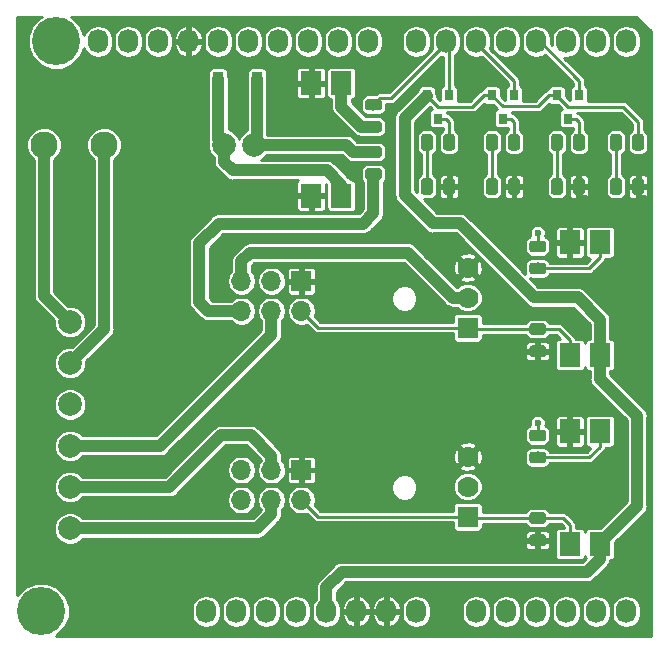
<source format=gbr>
G04 #@! TF.GenerationSoftware,KiCad,Pcbnew,5.0.2+dfsg1-1*
G04 #@! TF.CreationDate,2019-06-09T15:00:16+09:00*
G04 #@! TF.ProjectId,portal_shield_for_arduino,706f7274-616c-45f7-9368-69656c645f66,rev?*
G04 #@! TF.SameCoordinates,Original*
G04 #@! TF.FileFunction,Copper,L1,Top*
G04 #@! TF.FilePolarity,Positive*
%FSLAX46Y46*%
G04 Gerber Fmt 4.6, Leading zero omitted, Abs format (unit mm)*
G04 Created by KiCad (PCBNEW 5.0.2+dfsg1-1) date Sun 09 Jun 2019 03:00:16 PM KST*
%MOMM*%
%LPD*%
G01*
G04 APERTURE LIST*
G04 #@! TA.AperFunction,Conductor*
%ADD10C,0.100000*%
G04 #@! TD*
G04 #@! TA.AperFunction,SMDPad,CuDef*
%ADD11C,0.975000*%
G04 #@! TD*
G04 #@! TA.AperFunction,SMDPad,CuDef*
%ADD12R,0.800000X0.900000*%
G04 #@! TD*
G04 #@! TA.AperFunction,ComponentPad*
%ADD13O,1.727200X2.032000*%
G04 #@! TD*
G04 #@! TA.AperFunction,ComponentPad*
%ADD14C,4.064000*%
G04 #@! TD*
G04 #@! TA.AperFunction,SMDPad,CuDef*
%ADD15R,0.900000X1.200000*%
G04 #@! TD*
G04 #@! TA.AperFunction,ComponentPad*
%ADD16C,2.000000*%
G04 #@! TD*
G04 #@! TA.AperFunction,ComponentPad*
%ADD17C,2.300000*%
G04 #@! TD*
G04 #@! TA.AperFunction,ComponentPad*
%ADD18R,1.778000X1.778000*%
G04 #@! TD*
G04 #@! TA.AperFunction,ComponentPad*
%ADD19C,1.778000*%
G04 #@! TD*
G04 #@! TA.AperFunction,SMDPad,CuDef*
%ADD20R,1.780000X2.000000*%
G04 #@! TD*
G04 #@! TA.AperFunction,ComponentPad*
%ADD21R,1.700000X1.700000*%
G04 #@! TD*
G04 #@! TA.AperFunction,ComponentPad*
%ADD22O,1.700000X1.700000*%
G04 #@! TD*
G04 #@! TA.AperFunction,ViaPad*
%ADD23C,0.600000*%
G04 #@! TD*
G04 #@! TA.AperFunction,Conductor*
%ADD24C,0.250000*%
G04 #@! TD*
G04 #@! TA.AperFunction,Conductor*
%ADD25C,1.000000*%
G04 #@! TD*
G04 APERTURE END LIST*
D10*
G04 #@! TO.N,GND*
G04 #@! TO.C,R3*
G36*
X167478142Y-101316174D02*
X167501803Y-101319684D01*
X167525007Y-101325496D01*
X167547529Y-101333554D01*
X167569153Y-101343782D01*
X167589670Y-101356079D01*
X167608883Y-101370329D01*
X167626607Y-101386393D01*
X167642671Y-101404117D01*
X167656921Y-101423330D01*
X167669218Y-101443847D01*
X167679446Y-101465471D01*
X167687504Y-101487993D01*
X167693316Y-101511197D01*
X167696826Y-101534858D01*
X167698000Y-101558750D01*
X167698000Y-102046250D01*
X167696826Y-102070142D01*
X167693316Y-102093803D01*
X167687504Y-102117007D01*
X167679446Y-102139529D01*
X167669218Y-102161153D01*
X167656921Y-102181670D01*
X167642671Y-102200883D01*
X167626607Y-102218607D01*
X167608883Y-102234671D01*
X167589670Y-102248921D01*
X167569153Y-102261218D01*
X167547529Y-102271446D01*
X167525007Y-102279504D01*
X167501803Y-102285316D01*
X167478142Y-102288826D01*
X167454250Y-102290000D01*
X166541750Y-102290000D01*
X166517858Y-102288826D01*
X166494197Y-102285316D01*
X166470993Y-102279504D01*
X166448471Y-102271446D01*
X166426847Y-102261218D01*
X166406330Y-102248921D01*
X166387117Y-102234671D01*
X166369393Y-102218607D01*
X166353329Y-102200883D01*
X166339079Y-102181670D01*
X166326782Y-102161153D01*
X166316554Y-102139529D01*
X166308496Y-102117007D01*
X166302684Y-102093803D01*
X166299174Y-102070142D01*
X166298000Y-102046250D01*
X166298000Y-101558750D01*
X166299174Y-101534858D01*
X166302684Y-101511197D01*
X166308496Y-101487993D01*
X166316554Y-101465471D01*
X166326782Y-101443847D01*
X166339079Y-101423330D01*
X166353329Y-101404117D01*
X166369393Y-101386393D01*
X166387117Y-101370329D01*
X166406330Y-101356079D01*
X166426847Y-101343782D01*
X166448471Y-101333554D01*
X166470993Y-101325496D01*
X166494197Y-101319684D01*
X166517858Y-101316174D01*
X166541750Y-101315000D01*
X167454250Y-101315000D01*
X167478142Y-101316174D01*
X167478142Y-101316174D01*
G37*
D11*
G04 #@! TD*
G04 #@! TO.P,R3,2*
G04 #@! TO.N,GND*
X166998000Y-101802500D03*
D10*
G04 #@! TO.N,Net-(J2-Pad2)*
G04 #@! TO.C,R3*
G36*
X167478142Y-99441174D02*
X167501803Y-99444684D01*
X167525007Y-99450496D01*
X167547529Y-99458554D01*
X167569153Y-99468782D01*
X167589670Y-99481079D01*
X167608883Y-99495329D01*
X167626607Y-99511393D01*
X167642671Y-99529117D01*
X167656921Y-99548330D01*
X167669218Y-99568847D01*
X167679446Y-99590471D01*
X167687504Y-99612993D01*
X167693316Y-99636197D01*
X167696826Y-99659858D01*
X167698000Y-99683750D01*
X167698000Y-100171250D01*
X167696826Y-100195142D01*
X167693316Y-100218803D01*
X167687504Y-100242007D01*
X167679446Y-100264529D01*
X167669218Y-100286153D01*
X167656921Y-100306670D01*
X167642671Y-100325883D01*
X167626607Y-100343607D01*
X167608883Y-100359671D01*
X167589670Y-100373921D01*
X167569153Y-100386218D01*
X167547529Y-100396446D01*
X167525007Y-100404504D01*
X167501803Y-100410316D01*
X167478142Y-100413826D01*
X167454250Y-100415000D01*
X166541750Y-100415000D01*
X166517858Y-100413826D01*
X166494197Y-100410316D01*
X166470993Y-100404504D01*
X166448471Y-100396446D01*
X166426847Y-100386218D01*
X166406330Y-100373921D01*
X166387117Y-100359671D01*
X166369393Y-100343607D01*
X166353329Y-100325883D01*
X166339079Y-100306670D01*
X166326782Y-100286153D01*
X166316554Y-100264529D01*
X166308496Y-100242007D01*
X166302684Y-100218803D01*
X166299174Y-100195142D01*
X166298000Y-100171250D01*
X166298000Y-99683750D01*
X166299174Y-99659858D01*
X166302684Y-99636197D01*
X166308496Y-99612993D01*
X166316554Y-99590471D01*
X166326782Y-99568847D01*
X166339079Y-99548330D01*
X166353329Y-99529117D01*
X166369393Y-99511393D01*
X166387117Y-99495329D01*
X166406330Y-99481079D01*
X166426847Y-99468782D01*
X166448471Y-99458554D01*
X166470993Y-99450496D01*
X166494197Y-99444684D01*
X166517858Y-99441174D01*
X166541750Y-99440000D01*
X167454250Y-99440000D01*
X167478142Y-99441174D01*
X167478142Y-99441174D01*
G37*
D11*
G04 #@! TD*
G04 #@! TO.P,R3,1*
G04 #@! TO.N,Net-(J2-Pad2)*
X166998000Y-99927500D03*
D10*
G04 #@! TO.N,Net-(Q5-Pad3)*
G04 #@! TO.C,R9*
G36*
X159762715Y-83416495D02*
X159786376Y-83420005D01*
X159809580Y-83425817D01*
X159832102Y-83433875D01*
X159853726Y-83444103D01*
X159874243Y-83456400D01*
X159893456Y-83470650D01*
X159911180Y-83486714D01*
X159927244Y-83504438D01*
X159941494Y-83523651D01*
X159953791Y-83544168D01*
X159964019Y-83565792D01*
X159972077Y-83588314D01*
X159977889Y-83611518D01*
X159981399Y-83635179D01*
X159982573Y-83659071D01*
X159982573Y-84571571D01*
X159981399Y-84595463D01*
X159977889Y-84619124D01*
X159972077Y-84642328D01*
X159964019Y-84664850D01*
X159953791Y-84686474D01*
X159941494Y-84706991D01*
X159927244Y-84726204D01*
X159911180Y-84743928D01*
X159893456Y-84759992D01*
X159874243Y-84774242D01*
X159853726Y-84786539D01*
X159832102Y-84796767D01*
X159809580Y-84804825D01*
X159786376Y-84810637D01*
X159762715Y-84814147D01*
X159738823Y-84815321D01*
X159251323Y-84815321D01*
X159227431Y-84814147D01*
X159203770Y-84810637D01*
X159180566Y-84804825D01*
X159158044Y-84796767D01*
X159136420Y-84786539D01*
X159115903Y-84774242D01*
X159096690Y-84759992D01*
X159078966Y-84743928D01*
X159062902Y-84726204D01*
X159048652Y-84706991D01*
X159036355Y-84686474D01*
X159026127Y-84664850D01*
X159018069Y-84642328D01*
X159012257Y-84619124D01*
X159008747Y-84595463D01*
X159007573Y-84571571D01*
X159007573Y-83659071D01*
X159008747Y-83635179D01*
X159012257Y-83611518D01*
X159018069Y-83588314D01*
X159026127Y-83565792D01*
X159036355Y-83544168D01*
X159048652Y-83523651D01*
X159062902Y-83504438D01*
X159078966Y-83486714D01*
X159096690Y-83470650D01*
X159115903Y-83456400D01*
X159136420Y-83444103D01*
X159158044Y-83433875D01*
X159180566Y-83425817D01*
X159203770Y-83420005D01*
X159227431Y-83416495D01*
X159251323Y-83415321D01*
X159738823Y-83415321D01*
X159762715Y-83416495D01*
X159762715Y-83416495D01*
G37*
D11*
G04 #@! TD*
G04 #@! TO.P,R9,1*
G04 #@! TO.N,Net-(Q5-Pad3)*
X159495073Y-84115321D03*
D10*
G04 #@! TO.N,Net-(D4-Pad2)*
G04 #@! TO.C,R9*
G36*
X157887715Y-83416495D02*
X157911376Y-83420005D01*
X157934580Y-83425817D01*
X157957102Y-83433875D01*
X157978726Y-83444103D01*
X157999243Y-83456400D01*
X158018456Y-83470650D01*
X158036180Y-83486714D01*
X158052244Y-83504438D01*
X158066494Y-83523651D01*
X158078791Y-83544168D01*
X158089019Y-83565792D01*
X158097077Y-83588314D01*
X158102889Y-83611518D01*
X158106399Y-83635179D01*
X158107573Y-83659071D01*
X158107573Y-84571571D01*
X158106399Y-84595463D01*
X158102889Y-84619124D01*
X158097077Y-84642328D01*
X158089019Y-84664850D01*
X158078791Y-84686474D01*
X158066494Y-84706991D01*
X158052244Y-84726204D01*
X158036180Y-84743928D01*
X158018456Y-84759992D01*
X157999243Y-84774242D01*
X157978726Y-84786539D01*
X157957102Y-84796767D01*
X157934580Y-84804825D01*
X157911376Y-84810637D01*
X157887715Y-84814147D01*
X157863823Y-84815321D01*
X157376323Y-84815321D01*
X157352431Y-84814147D01*
X157328770Y-84810637D01*
X157305566Y-84804825D01*
X157283044Y-84796767D01*
X157261420Y-84786539D01*
X157240903Y-84774242D01*
X157221690Y-84759992D01*
X157203966Y-84743928D01*
X157187902Y-84726204D01*
X157173652Y-84706991D01*
X157161355Y-84686474D01*
X157151127Y-84664850D01*
X157143069Y-84642328D01*
X157137257Y-84619124D01*
X157133747Y-84595463D01*
X157132573Y-84571571D01*
X157132573Y-83659071D01*
X157133747Y-83635179D01*
X157137257Y-83611518D01*
X157143069Y-83588314D01*
X157151127Y-83565792D01*
X157161355Y-83544168D01*
X157173652Y-83523651D01*
X157187902Y-83504438D01*
X157203966Y-83486714D01*
X157221690Y-83470650D01*
X157240903Y-83456400D01*
X157261420Y-83444103D01*
X157283044Y-83433875D01*
X157305566Y-83425817D01*
X157328770Y-83420005D01*
X157352431Y-83416495D01*
X157376323Y-83415321D01*
X157863823Y-83415321D01*
X157887715Y-83416495D01*
X157887715Y-83416495D01*
G37*
D11*
G04 #@! TD*
G04 #@! TO.P,R9,2*
G04 #@! TO.N,Net-(D4-Pad2)*
X157620073Y-84115321D03*
D10*
G04 #@! TO.N,+5V*
G04 #@! TO.C,R10*
G36*
X175762715Y-83416495D02*
X175786376Y-83420005D01*
X175809580Y-83425817D01*
X175832102Y-83433875D01*
X175853726Y-83444103D01*
X175874243Y-83456400D01*
X175893456Y-83470650D01*
X175911180Y-83486714D01*
X175927244Y-83504438D01*
X175941494Y-83523651D01*
X175953791Y-83544168D01*
X175964019Y-83565792D01*
X175972077Y-83588314D01*
X175977889Y-83611518D01*
X175981399Y-83635179D01*
X175982573Y-83659071D01*
X175982573Y-84571571D01*
X175981399Y-84595463D01*
X175977889Y-84619124D01*
X175972077Y-84642328D01*
X175964019Y-84664850D01*
X175953791Y-84686474D01*
X175941494Y-84706991D01*
X175927244Y-84726204D01*
X175911180Y-84743928D01*
X175893456Y-84759992D01*
X175874243Y-84774242D01*
X175853726Y-84786539D01*
X175832102Y-84796767D01*
X175809580Y-84804825D01*
X175786376Y-84810637D01*
X175762715Y-84814147D01*
X175738823Y-84815321D01*
X175251323Y-84815321D01*
X175227431Y-84814147D01*
X175203770Y-84810637D01*
X175180566Y-84804825D01*
X175158044Y-84796767D01*
X175136420Y-84786539D01*
X175115903Y-84774242D01*
X175096690Y-84759992D01*
X175078966Y-84743928D01*
X175062902Y-84726204D01*
X175048652Y-84706991D01*
X175036355Y-84686474D01*
X175026127Y-84664850D01*
X175018069Y-84642328D01*
X175012257Y-84619124D01*
X175008747Y-84595463D01*
X175007573Y-84571571D01*
X175007573Y-83659071D01*
X175008747Y-83635179D01*
X175012257Y-83611518D01*
X175018069Y-83588314D01*
X175026127Y-83565792D01*
X175036355Y-83544168D01*
X175048652Y-83523651D01*
X175062902Y-83504438D01*
X175078966Y-83486714D01*
X175096690Y-83470650D01*
X175115903Y-83456400D01*
X175136420Y-83444103D01*
X175158044Y-83433875D01*
X175180566Y-83425817D01*
X175203770Y-83420005D01*
X175227431Y-83416495D01*
X175251323Y-83415321D01*
X175738823Y-83415321D01*
X175762715Y-83416495D01*
X175762715Y-83416495D01*
G37*
D11*
G04 #@! TD*
G04 #@! TO.P,R10,1*
G04 #@! TO.N,+5V*
X175495073Y-84115321D03*
D10*
G04 #@! TO.N,Net-(D5-Pad2)*
G04 #@! TO.C,R10*
G36*
X173887715Y-83416495D02*
X173911376Y-83420005D01*
X173934580Y-83425817D01*
X173957102Y-83433875D01*
X173978726Y-83444103D01*
X173999243Y-83456400D01*
X174018456Y-83470650D01*
X174036180Y-83486714D01*
X174052244Y-83504438D01*
X174066494Y-83523651D01*
X174078791Y-83544168D01*
X174089019Y-83565792D01*
X174097077Y-83588314D01*
X174102889Y-83611518D01*
X174106399Y-83635179D01*
X174107573Y-83659071D01*
X174107573Y-84571571D01*
X174106399Y-84595463D01*
X174102889Y-84619124D01*
X174097077Y-84642328D01*
X174089019Y-84664850D01*
X174078791Y-84686474D01*
X174066494Y-84706991D01*
X174052244Y-84726204D01*
X174036180Y-84743928D01*
X174018456Y-84759992D01*
X173999243Y-84774242D01*
X173978726Y-84786539D01*
X173957102Y-84796767D01*
X173934580Y-84804825D01*
X173911376Y-84810637D01*
X173887715Y-84814147D01*
X173863823Y-84815321D01*
X173376323Y-84815321D01*
X173352431Y-84814147D01*
X173328770Y-84810637D01*
X173305566Y-84804825D01*
X173283044Y-84796767D01*
X173261420Y-84786539D01*
X173240903Y-84774242D01*
X173221690Y-84759992D01*
X173203966Y-84743928D01*
X173187902Y-84726204D01*
X173173652Y-84706991D01*
X173161355Y-84686474D01*
X173151127Y-84664850D01*
X173143069Y-84642328D01*
X173137257Y-84619124D01*
X173133747Y-84595463D01*
X173132573Y-84571571D01*
X173132573Y-83659071D01*
X173133747Y-83635179D01*
X173137257Y-83611518D01*
X173143069Y-83588314D01*
X173151127Y-83565792D01*
X173161355Y-83544168D01*
X173173652Y-83523651D01*
X173187902Y-83504438D01*
X173203966Y-83486714D01*
X173221690Y-83470650D01*
X173240903Y-83456400D01*
X173261420Y-83444103D01*
X173283044Y-83433875D01*
X173305566Y-83425817D01*
X173328770Y-83420005D01*
X173352431Y-83416495D01*
X173376323Y-83415321D01*
X173863823Y-83415321D01*
X173887715Y-83416495D01*
X173887715Y-83416495D01*
G37*
D11*
G04 #@! TD*
G04 #@! TO.P,R10,2*
G04 #@! TO.N,Net-(D5-Pad2)*
X173620073Y-84115321D03*
D10*
G04 #@! TO.N,GND*
G04 #@! TO.C,+5V*
G36*
X175762715Y-87166174D02*
X175786376Y-87169684D01*
X175809580Y-87175496D01*
X175832102Y-87183554D01*
X175853726Y-87193782D01*
X175874243Y-87206079D01*
X175893456Y-87220329D01*
X175911180Y-87236393D01*
X175927244Y-87254117D01*
X175941494Y-87273330D01*
X175953791Y-87293847D01*
X175964019Y-87315471D01*
X175972077Y-87337993D01*
X175977889Y-87361197D01*
X175981399Y-87384858D01*
X175982573Y-87408750D01*
X175982573Y-88321250D01*
X175981399Y-88345142D01*
X175977889Y-88368803D01*
X175972077Y-88392007D01*
X175964019Y-88414529D01*
X175953791Y-88436153D01*
X175941494Y-88456670D01*
X175927244Y-88475883D01*
X175911180Y-88493607D01*
X175893456Y-88509671D01*
X175874243Y-88523921D01*
X175853726Y-88536218D01*
X175832102Y-88546446D01*
X175809580Y-88554504D01*
X175786376Y-88560316D01*
X175762715Y-88563826D01*
X175738823Y-88565000D01*
X175251323Y-88565000D01*
X175227431Y-88563826D01*
X175203770Y-88560316D01*
X175180566Y-88554504D01*
X175158044Y-88546446D01*
X175136420Y-88536218D01*
X175115903Y-88523921D01*
X175096690Y-88509671D01*
X175078966Y-88493607D01*
X175062902Y-88475883D01*
X175048652Y-88456670D01*
X175036355Y-88436153D01*
X175026127Y-88414529D01*
X175018069Y-88392007D01*
X175012257Y-88368803D01*
X175008747Y-88345142D01*
X175007573Y-88321250D01*
X175007573Y-87408750D01*
X175008747Y-87384858D01*
X175012257Y-87361197D01*
X175018069Y-87337993D01*
X175026127Y-87315471D01*
X175036355Y-87293847D01*
X175048652Y-87273330D01*
X175062902Y-87254117D01*
X175078966Y-87236393D01*
X175096690Y-87220329D01*
X175115903Y-87206079D01*
X175136420Y-87193782D01*
X175158044Y-87183554D01*
X175180566Y-87175496D01*
X175203770Y-87169684D01*
X175227431Y-87166174D01*
X175251323Y-87165000D01*
X175738823Y-87165000D01*
X175762715Y-87166174D01*
X175762715Y-87166174D01*
G37*
D11*
G04 #@! TD*
G04 #@! TO.P,+5V,1*
G04 #@! TO.N,GND*
X175495073Y-87865000D03*
D10*
G04 #@! TO.N,Net-(D5-Pad2)*
G04 #@! TO.C,+5V*
G36*
X173887715Y-87166174D02*
X173911376Y-87169684D01*
X173934580Y-87175496D01*
X173957102Y-87183554D01*
X173978726Y-87193782D01*
X173999243Y-87206079D01*
X174018456Y-87220329D01*
X174036180Y-87236393D01*
X174052244Y-87254117D01*
X174066494Y-87273330D01*
X174078791Y-87293847D01*
X174089019Y-87315471D01*
X174097077Y-87337993D01*
X174102889Y-87361197D01*
X174106399Y-87384858D01*
X174107573Y-87408750D01*
X174107573Y-88321250D01*
X174106399Y-88345142D01*
X174102889Y-88368803D01*
X174097077Y-88392007D01*
X174089019Y-88414529D01*
X174078791Y-88436153D01*
X174066494Y-88456670D01*
X174052244Y-88475883D01*
X174036180Y-88493607D01*
X174018456Y-88509671D01*
X173999243Y-88523921D01*
X173978726Y-88536218D01*
X173957102Y-88546446D01*
X173934580Y-88554504D01*
X173911376Y-88560316D01*
X173887715Y-88563826D01*
X173863823Y-88565000D01*
X173376323Y-88565000D01*
X173352431Y-88563826D01*
X173328770Y-88560316D01*
X173305566Y-88554504D01*
X173283044Y-88546446D01*
X173261420Y-88536218D01*
X173240903Y-88523921D01*
X173221690Y-88509671D01*
X173203966Y-88493607D01*
X173187902Y-88475883D01*
X173173652Y-88456670D01*
X173161355Y-88436153D01*
X173151127Y-88414529D01*
X173143069Y-88392007D01*
X173137257Y-88368803D01*
X173133747Y-88345142D01*
X173132573Y-88321250D01*
X173132573Y-87408750D01*
X173133747Y-87384858D01*
X173137257Y-87361197D01*
X173143069Y-87337993D01*
X173151127Y-87315471D01*
X173161355Y-87293847D01*
X173173652Y-87273330D01*
X173187902Y-87254117D01*
X173203966Y-87236393D01*
X173221690Y-87220329D01*
X173240903Y-87206079D01*
X173261420Y-87193782D01*
X173283044Y-87183554D01*
X173305566Y-87175496D01*
X173328770Y-87169684D01*
X173352431Y-87166174D01*
X173376323Y-87165000D01*
X173863823Y-87165000D01*
X173887715Y-87166174D01*
X173887715Y-87166174D01*
G37*
D11*
G04 #@! TD*
G04 #@! TO.P,+5V,2*
G04 #@! TO.N,Net-(D5-Pad2)*
X173620073Y-87865000D03*
D12*
G04 #@! TO.P,Q5,1*
G04 #@! TO.N,/6(\002A\002A)*
X159507573Y-80115321D03*
G04 #@! TO.P,Q5,2*
G04 #@! TO.N,+5V*
X157607573Y-80115321D03*
G04 #@! TO.P,Q5,3*
G04 #@! TO.N,Net-(Q5-Pad3)*
X158557573Y-82115321D03*
G04 #@! TD*
D10*
G04 #@! TO.N,GND*
G04 #@! TO.C,ATX_ON*
G36*
X159762715Y-87166174D02*
X159786376Y-87169684D01*
X159809580Y-87175496D01*
X159832102Y-87183554D01*
X159853726Y-87193782D01*
X159874243Y-87206079D01*
X159893456Y-87220329D01*
X159911180Y-87236393D01*
X159927244Y-87254117D01*
X159941494Y-87273330D01*
X159953791Y-87293847D01*
X159964019Y-87315471D01*
X159972077Y-87337993D01*
X159977889Y-87361197D01*
X159981399Y-87384858D01*
X159982573Y-87408750D01*
X159982573Y-88321250D01*
X159981399Y-88345142D01*
X159977889Y-88368803D01*
X159972077Y-88392007D01*
X159964019Y-88414529D01*
X159953791Y-88436153D01*
X159941494Y-88456670D01*
X159927244Y-88475883D01*
X159911180Y-88493607D01*
X159893456Y-88509671D01*
X159874243Y-88523921D01*
X159853726Y-88536218D01*
X159832102Y-88546446D01*
X159809580Y-88554504D01*
X159786376Y-88560316D01*
X159762715Y-88563826D01*
X159738823Y-88565000D01*
X159251323Y-88565000D01*
X159227431Y-88563826D01*
X159203770Y-88560316D01*
X159180566Y-88554504D01*
X159158044Y-88546446D01*
X159136420Y-88536218D01*
X159115903Y-88523921D01*
X159096690Y-88509671D01*
X159078966Y-88493607D01*
X159062902Y-88475883D01*
X159048652Y-88456670D01*
X159036355Y-88436153D01*
X159026127Y-88414529D01*
X159018069Y-88392007D01*
X159012257Y-88368803D01*
X159008747Y-88345142D01*
X159007573Y-88321250D01*
X159007573Y-87408750D01*
X159008747Y-87384858D01*
X159012257Y-87361197D01*
X159018069Y-87337993D01*
X159026127Y-87315471D01*
X159036355Y-87293847D01*
X159048652Y-87273330D01*
X159062902Y-87254117D01*
X159078966Y-87236393D01*
X159096690Y-87220329D01*
X159115903Y-87206079D01*
X159136420Y-87193782D01*
X159158044Y-87183554D01*
X159180566Y-87175496D01*
X159203770Y-87169684D01*
X159227431Y-87166174D01*
X159251323Y-87165000D01*
X159738823Y-87165000D01*
X159762715Y-87166174D01*
X159762715Y-87166174D01*
G37*
D11*
G04 #@! TD*
G04 #@! TO.P,ATX_ON,1*
G04 #@! TO.N,GND*
X159495073Y-87865000D03*
D10*
G04 #@! TO.N,Net-(D4-Pad2)*
G04 #@! TO.C,ATX_ON*
G36*
X157887715Y-87166174D02*
X157911376Y-87169684D01*
X157934580Y-87175496D01*
X157957102Y-87183554D01*
X157978726Y-87193782D01*
X157999243Y-87206079D01*
X158018456Y-87220329D01*
X158036180Y-87236393D01*
X158052244Y-87254117D01*
X158066494Y-87273330D01*
X158078791Y-87293847D01*
X158089019Y-87315471D01*
X158097077Y-87337993D01*
X158102889Y-87361197D01*
X158106399Y-87384858D01*
X158107573Y-87408750D01*
X158107573Y-88321250D01*
X158106399Y-88345142D01*
X158102889Y-88368803D01*
X158097077Y-88392007D01*
X158089019Y-88414529D01*
X158078791Y-88436153D01*
X158066494Y-88456670D01*
X158052244Y-88475883D01*
X158036180Y-88493607D01*
X158018456Y-88509671D01*
X157999243Y-88523921D01*
X157978726Y-88536218D01*
X157957102Y-88546446D01*
X157934580Y-88554504D01*
X157911376Y-88560316D01*
X157887715Y-88563826D01*
X157863823Y-88565000D01*
X157376323Y-88565000D01*
X157352431Y-88563826D01*
X157328770Y-88560316D01*
X157305566Y-88554504D01*
X157283044Y-88546446D01*
X157261420Y-88536218D01*
X157240903Y-88523921D01*
X157221690Y-88509671D01*
X157203966Y-88493607D01*
X157187902Y-88475883D01*
X157173652Y-88456670D01*
X157161355Y-88436153D01*
X157151127Y-88414529D01*
X157143069Y-88392007D01*
X157137257Y-88368803D01*
X157133747Y-88345142D01*
X157132573Y-88321250D01*
X157132573Y-87408750D01*
X157133747Y-87384858D01*
X157137257Y-87361197D01*
X157143069Y-87337993D01*
X157151127Y-87315471D01*
X157161355Y-87293847D01*
X157173652Y-87273330D01*
X157187902Y-87254117D01*
X157203966Y-87236393D01*
X157221690Y-87220329D01*
X157240903Y-87206079D01*
X157261420Y-87193782D01*
X157283044Y-87183554D01*
X157305566Y-87175496D01*
X157328770Y-87169684D01*
X157352431Y-87166174D01*
X157376323Y-87165000D01*
X157863823Y-87165000D01*
X157887715Y-87166174D01*
X157887715Y-87166174D01*
G37*
D11*
G04 #@! TD*
G04 #@! TO.P,ATX_ON,2*
G04 #@! TO.N,Net-(D4-Pad2)*
X157620073Y-87865000D03*
D13*
G04 #@! TO.P,P1,1*
G04 #@! TO.N,Net-(P1-Pad1)*
X138938000Y-123825000D03*
G04 #@! TO.P,P1,2*
G04 #@! TO.N,/IOREF*
X141478000Y-123825000D03*
G04 #@! TO.P,P1,3*
G04 #@! TO.N,/Reset*
X144018000Y-123825000D03*
G04 #@! TO.P,P1,4*
G04 #@! TO.N,+3V3*
X146558000Y-123825000D03*
G04 #@! TO.P,P1,5*
G04 #@! TO.N,+5V*
X149098000Y-123825000D03*
G04 #@! TO.P,P1,6*
G04 #@! TO.N,GND*
X151638000Y-123825000D03*
G04 #@! TO.P,P1,7*
X154178000Y-123825000D03*
G04 #@! TO.P,P1,8*
G04 #@! TO.N,/Vin(12V)*
X156718000Y-123825000D03*
G04 #@! TD*
G04 #@! TO.P,P2,1*
G04 #@! TO.N,/A0*
X161798000Y-123825000D03*
G04 #@! TO.P,P2,2*
G04 #@! TO.N,/A1*
X164338000Y-123825000D03*
G04 #@! TO.P,P2,3*
G04 #@! TO.N,/A2*
X166878000Y-123825000D03*
G04 #@! TO.P,P2,4*
G04 #@! TO.N,/A3*
X169418000Y-123825000D03*
G04 #@! TO.P,P2,5*
G04 #@! TO.N,/A4(SDA)*
X171958000Y-123825000D03*
G04 #@! TO.P,P2,6*
G04 #@! TO.N,/A5(SCL)*
X174498000Y-123825000D03*
G04 #@! TD*
G04 #@! TO.P,P3,1*
G04 #@! TO.N,/A5(SCL)*
X129794000Y-75565000D03*
G04 #@! TO.P,P3,2*
G04 #@! TO.N,/A4(SDA)*
X132334000Y-75565000D03*
G04 #@! TO.P,P3,3*
G04 #@! TO.N,/AREF*
X134874000Y-75565000D03*
G04 #@! TO.P,P3,4*
G04 #@! TO.N,GND*
X137414000Y-75565000D03*
G04 #@! TO.P,P3,5*
G04 #@! TO.N,/13(SCK)*
X139954000Y-75565000D03*
G04 #@! TO.P,P3,6*
G04 #@! TO.N,/12(MISO)*
X142494000Y-75565000D03*
G04 #@! TO.P,P3,7*
G04 #@! TO.N,/11(\002A\002A/MOSI)*
X145034000Y-75565000D03*
G04 #@! TO.P,P3,8*
G04 #@! TO.N,/10(\002A\002A/SS)*
X147574000Y-75565000D03*
G04 #@! TO.P,P3,9*
G04 #@! TO.N,/9(\002A\002A)*
X150114000Y-75565000D03*
G04 #@! TO.P,P3,10*
G04 #@! TO.N,/8*
X152654000Y-75565000D03*
G04 #@! TD*
G04 #@! TO.P,P4,1*
G04 #@! TO.N,/7*
X156718000Y-75565000D03*
G04 #@! TO.P,P4,2*
G04 #@! TO.N,/6(\002A\002A)*
X159258000Y-75565000D03*
G04 #@! TO.P,P4,3*
G04 #@! TO.N,/5(\002A\002A)*
X161798000Y-75565000D03*
G04 #@! TO.P,P4,4*
G04 #@! TO.N,/4*
X164338000Y-75565000D03*
G04 #@! TO.P,P4,5*
G04 #@! TO.N,/3(\002A\002A)*
X166878000Y-75565000D03*
G04 #@! TO.P,P4,6*
G04 #@! TO.N,/2*
X169418000Y-75565000D03*
G04 #@! TO.P,P4,7*
G04 #@! TO.N,/1(Tx)*
X171958000Y-75565000D03*
G04 #@! TO.P,P4,8*
G04 #@! TO.N,/0(Rx)*
X174498000Y-75565000D03*
G04 #@! TD*
D14*
G04 #@! TO.P,P5,1*
G04 #@! TO.N,Net-(P5-Pad1)*
X124968000Y-123825000D03*
G04 #@! TD*
G04 #@! TO.P,P7,1*
G04 #@! TO.N,Net-(P7-Pad1)*
X126238000Y-75565000D03*
G04 #@! TD*
D15*
G04 #@! TO.P,D1,1*
G04 #@! TO.N,Net-(D1-Pad1)*
X143248000Y-78765000D03*
G04 #@! TO.P,D1,2*
G04 #@! TO.N,Net-(D1-Pad2)*
X139948000Y-78765000D03*
G04 #@! TD*
D10*
G04 #@! TO.N,GND*
G04 #@! TO.C,CAMERA*
G36*
X170762715Y-87166174D02*
X170786376Y-87169684D01*
X170809580Y-87175496D01*
X170832102Y-87183554D01*
X170853726Y-87193782D01*
X170874243Y-87206079D01*
X170893456Y-87220329D01*
X170911180Y-87236393D01*
X170927244Y-87254117D01*
X170941494Y-87273330D01*
X170953791Y-87293847D01*
X170964019Y-87315471D01*
X170972077Y-87337993D01*
X170977889Y-87361197D01*
X170981399Y-87384858D01*
X170982573Y-87408750D01*
X170982573Y-88321250D01*
X170981399Y-88345142D01*
X170977889Y-88368803D01*
X170972077Y-88392007D01*
X170964019Y-88414529D01*
X170953791Y-88436153D01*
X170941494Y-88456670D01*
X170927244Y-88475883D01*
X170911180Y-88493607D01*
X170893456Y-88509671D01*
X170874243Y-88523921D01*
X170853726Y-88536218D01*
X170832102Y-88546446D01*
X170809580Y-88554504D01*
X170786376Y-88560316D01*
X170762715Y-88563826D01*
X170738823Y-88565000D01*
X170251323Y-88565000D01*
X170227431Y-88563826D01*
X170203770Y-88560316D01*
X170180566Y-88554504D01*
X170158044Y-88546446D01*
X170136420Y-88536218D01*
X170115903Y-88523921D01*
X170096690Y-88509671D01*
X170078966Y-88493607D01*
X170062902Y-88475883D01*
X170048652Y-88456670D01*
X170036355Y-88436153D01*
X170026127Y-88414529D01*
X170018069Y-88392007D01*
X170012257Y-88368803D01*
X170008747Y-88345142D01*
X170007573Y-88321250D01*
X170007573Y-87408750D01*
X170008747Y-87384858D01*
X170012257Y-87361197D01*
X170018069Y-87337993D01*
X170026127Y-87315471D01*
X170036355Y-87293847D01*
X170048652Y-87273330D01*
X170062902Y-87254117D01*
X170078966Y-87236393D01*
X170096690Y-87220329D01*
X170115903Y-87206079D01*
X170136420Y-87193782D01*
X170158044Y-87183554D01*
X170180566Y-87175496D01*
X170203770Y-87169684D01*
X170227431Y-87166174D01*
X170251323Y-87165000D01*
X170738823Y-87165000D01*
X170762715Y-87166174D01*
X170762715Y-87166174D01*
G37*
D11*
G04 #@! TD*
G04 #@! TO.P,CAMERA,1*
G04 #@! TO.N,GND*
X170495073Y-87865000D03*
D10*
G04 #@! TO.N,Net-(D2-Pad2)*
G04 #@! TO.C,CAMERA*
G36*
X168887715Y-87166174D02*
X168911376Y-87169684D01*
X168934580Y-87175496D01*
X168957102Y-87183554D01*
X168978726Y-87193782D01*
X168999243Y-87206079D01*
X169018456Y-87220329D01*
X169036180Y-87236393D01*
X169052244Y-87254117D01*
X169066494Y-87273330D01*
X169078791Y-87293847D01*
X169089019Y-87315471D01*
X169097077Y-87337993D01*
X169102889Y-87361197D01*
X169106399Y-87384858D01*
X169107573Y-87408750D01*
X169107573Y-88321250D01*
X169106399Y-88345142D01*
X169102889Y-88368803D01*
X169097077Y-88392007D01*
X169089019Y-88414529D01*
X169078791Y-88436153D01*
X169066494Y-88456670D01*
X169052244Y-88475883D01*
X169036180Y-88493607D01*
X169018456Y-88509671D01*
X168999243Y-88523921D01*
X168978726Y-88536218D01*
X168957102Y-88546446D01*
X168934580Y-88554504D01*
X168911376Y-88560316D01*
X168887715Y-88563826D01*
X168863823Y-88565000D01*
X168376323Y-88565000D01*
X168352431Y-88563826D01*
X168328770Y-88560316D01*
X168305566Y-88554504D01*
X168283044Y-88546446D01*
X168261420Y-88536218D01*
X168240903Y-88523921D01*
X168221690Y-88509671D01*
X168203966Y-88493607D01*
X168187902Y-88475883D01*
X168173652Y-88456670D01*
X168161355Y-88436153D01*
X168151127Y-88414529D01*
X168143069Y-88392007D01*
X168137257Y-88368803D01*
X168133747Y-88345142D01*
X168132573Y-88321250D01*
X168132573Y-87408750D01*
X168133747Y-87384858D01*
X168137257Y-87361197D01*
X168143069Y-87337993D01*
X168151127Y-87315471D01*
X168161355Y-87293847D01*
X168173652Y-87273330D01*
X168187902Y-87254117D01*
X168203966Y-87236393D01*
X168221690Y-87220329D01*
X168240903Y-87206079D01*
X168261420Y-87193782D01*
X168283044Y-87183554D01*
X168305566Y-87175496D01*
X168328770Y-87169684D01*
X168352431Y-87166174D01*
X168376323Y-87165000D01*
X168863823Y-87165000D01*
X168887715Y-87166174D01*
X168887715Y-87166174D01*
G37*
D11*
G04 #@! TD*
G04 #@! TO.P,CAMERA,2*
G04 #@! TO.N,Net-(D2-Pad2)*
X168620073Y-87865000D03*
D10*
G04 #@! TO.N,Net-(D3-Pad2)*
G04 #@! TO.C,LIGHT*
G36*
X163387715Y-87166174D02*
X163411376Y-87169684D01*
X163434580Y-87175496D01*
X163457102Y-87183554D01*
X163478726Y-87193782D01*
X163499243Y-87206079D01*
X163518456Y-87220329D01*
X163536180Y-87236393D01*
X163552244Y-87254117D01*
X163566494Y-87273330D01*
X163578791Y-87293847D01*
X163589019Y-87315471D01*
X163597077Y-87337993D01*
X163602889Y-87361197D01*
X163606399Y-87384858D01*
X163607573Y-87408750D01*
X163607573Y-88321250D01*
X163606399Y-88345142D01*
X163602889Y-88368803D01*
X163597077Y-88392007D01*
X163589019Y-88414529D01*
X163578791Y-88436153D01*
X163566494Y-88456670D01*
X163552244Y-88475883D01*
X163536180Y-88493607D01*
X163518456Y-88509671D01*
X163499243Y-88523921D01*
X163478726Y-88536218D01*
X163457102Y-88546446D01*
X163434580Y-88554504D01*
X163411376Y-88560316D01*
X163387715Y-88563826D01*
X163363823Y-88565000D01*
X162876323Y-88565000D01*
X162852431Y-88563826D01*
X162828770Y-88560316D01*
X162805566Y-88554504D01*
X162783044Y-88546446D01*
X162761420Y-88536218D01*
X162740903Y-88523921D01*
X162721690Y-88509671D01*
X162703966Y-88493607D01*
X162687902Y-88475883D01*
X162673652Y-88456670D01*
X162661355Y-88436153D01*
X162651127Y-88414529D01*
X162643069Y-88392007D01*
X162637257Y-88368803D01*
X162633747Y-88345142D01*
X162632573Y-88321250D01*
X162632573Y-87408750D01*
X162633747Y-87384858D01*
X162637257Y-87361197D01*
X162643069Y-87337993D01*
X162651127Y-87315471D01*
X162661355Y-87293847D01*
X162673652Y-87273330D01*
X162687902Y-87254117D01*
X162703966Y-87236393D01*
X162721690Y-87220329D01*
X162740903Y-87206079D01*
X162761420Y-87193782D01*
X162783044Y-87183554D01*
X162805566Y-87175496D01*
X162828770Y-87169684D01*
X162852431Y-87166174D01*
X162876323Y-87165000D01*
X163363823Y-87165000D01*
X163387715Y-87166174D01*
X163387715Y-87166174D01*
G37*
D11*
G04 #@! TD*
G04 #@! TO.P,LIGHT,2*
G04 #@! TO.N,Net-(D3-Pad2)*
X163120073Y-87865000D03*
D10*
G04 #@! TO.N,GND*
G04 #@! TO.C,LIGHT*
G36*
X165262715Y-87166174D02*
X165286376Y-87169684D01*
X165309580Y-87175496D01*
X165332102Y-87183554D01*
X165353726Y-87193782D01*
X165374243Y-87206079D01*
X165393456Y-87220329D01*
X165411180Y-87236393D01*
X165427244Y-87254117D01*
X165441494Y-87273330D01*
X165453791Y-87293847D01*
X165464019Y-87315471D01*
X165472077Y-87337993D01*
X165477889Y-87361197D01*
X165481399Y-87384858D01*
X165482573Y-87408750D01*
X165482573Y-88321250D01*
X165481399Y-88345142D01*
X165477889Y-88368803D01*
X165472077Y-88392007D01*
X165464019Y-88414529D01*
X165453791Y-88436153D01*
X165441494Y-88456670D01*
X165427244Y-88475883D01*
X165411180Y-88493607D01*
X165393456Y-88509671D01*
X165374243Y-88523921D01*
X165353726Y-88536218D01*
X165332102Y-88546446D01*
X165309580Y-88554504D01*
X165286376Y-88560316D01*
X165262715Y-88563826D01*
X165238823Y-88565000D01*
X164751323Y-88565000D01*
X164727431Y-88563826D01*
X164703770Y-88560316D01*
X164680566Y-88554504D01*
X164658044Y-88546446D01*
X164636420Y-88536218D01*
X164615903Y-88523921D01*
X164596690Y-88509671D01*
X164578966Y-88493607D01*
X164562902Y-88475883D01*
X164548652Y-88456670D01*
X164536355Y-88436153D01*
X164526127Y-88414529D01*
X164518069Y-88392007D01*
X164512257Y-88368803D01*
X164508747Y-88345142D01*
X164507573Y-88321250D01*
X164507573Y-87408750D01*
X164508747Y-87384858D01*
X164512257Y-87361197D01*
X164518069Y-87337993D01*
X164526127Y-87315471D01*
X164536355Y-87293847D01*
X164548652Y-87273330D01*
X164562902Y-87254117D01*
X164578966Y-87236393D01*
X164596690Y-87220329D01*
X164615903Y-87206079D01*
X164636420Y-87193782D01*
X164658044Y-87183554D01*
X164680566Y-87175496D01*
X164703770Y-87169684D01*
X164727431Y-87166174D01*
X164751323Y-87165000D01*
X165238823Y-87165000D01*
X165262715Y-87166174D01*
X165262715Y-87166174D01*
G37*
D11*
G04 #@! TD*
G04 #@! TO.P,LIGHT,1*
G04 #@! TO.N,GND*
X164995073Y-87865000D03*
D16*
G04 #@! TO.P,J1,1*
G04 #@! TO.N,Net-(J1-Pad1)*
X127398000Y-102815000D03*
G04 #@! TO.P,J1,2*
G04 #@! TO.N,Net-(J1-Pad2)*
X127398000Y-99315000D03*
G04 #@! TD*
G04 #@! TO.P,J3,1*
G04 #@! TO.N,Net-(J2-Pad4)*
X127398000Y-109815000D03*
G04 #@! TO.P,J3,2*
G04 #@! TO.N,Net-(J2-Pad3)*
X127398000Y-106315000D03*
G04 #@! TD*
G04 #@! TO.P,J5,2*
G04 #@! TO.N,Net-(J4-Pad3)*
X127398000Y-113315000D03*
G04 #@! TO.P,J5,1*
G04 #@! TO.N,Net-(J4-Pad4)*
X127398000Y-116815000D03*
G04 #@! TD*
G04 #@! TO.P,K1,1*
G04 #@! TO.N,Net-(D1-Pad1)*
X142988000Y-84335000D03*
G04 #@! TO.P,K1,2*
G04 #@! TO.N,Net-(D1-Pad2)*
X140448000Y-84335000D03*
D17*
G04 #@! TO.P,K1,5*
G04 #@! TO.N,Net-(J1-Pad1)*
X130288000Y-84335000D03*
G04 #@! TO.P,K1,6*
G04 #@! TO.N,Net-(J1-Pad2)*
X125208000Y-84335000D03*
G04 #@! TD*
D18*
G04 #@! TO.P,Q1,1*
G04 #@! TO.N,Net-(J2-Pad2)*
X161072040Y-99803400D03*
D19*
G04 #@! TO.P,Q1,3*
G04 #@! TO.N,GND*
X161072040Y-94723400D03*
G04 #@! TO.P,Q1,2*
G04 #@! TO.N,Net-(J2-Pad5)*
X161072040Y-97263400D03*
G04 #@! TD*
D12*
G04 #@! TO.P,Q2,1*
G04 #@! TO.N,/3(\002A\002A)*
X170507573Y-80115321D03*
G04 #@! TO.P,Q2,2*
G04 #@! TO.N,+5V*
X168607573Y-80115321D03*
G04 #@! TO.P,Q2,3*
G04 #@! TO.N,Net-(Q2-Pad3)*
X169557573Y-82115321D03*
G04 #@! TD*
G04 #@! TO.P,Q3,3*
G04 #@! TO.N,Net-(Q3-Pad3)*
X164057573Y-82115321D03*
G04 #@! TO.P,Q3,2*
G04 #@! TO.N,+5V*
X163107573Y-80115321D03*
G04 #@! TO.P,Q3,1*
G04 #@! TO.N,/5(\002A\002A)*
X165007573Y-80115321D03*
G04 #@! TD*
D19*
G04 #@! TO.P,Q4,2*
G04 #@! TO.N,Net-(J4-Pad5)*
X161072040Y-113263400D03*
G04 #@! TO.P,Q4,3*
G04 #@! TO.N,GND*
X161072040Y-110723400D03*
D18*
G04 #@! TO.P,Q4,1*
G04 #@! TO.N,Net-(J4-Pad2)*
X161072040Y-115803400D03*
G04 #@! TD*
D10*
G04 #@! TO.N,Net-(R1-Pad1)*
G04 #@! TO.C,R1*
G36*
X153577842Y-82316174D02*
X153601503Y-82319684D01*
X153624707Y-82325496D01*
X153647229Y-82333554D01*
X153668853Y-82343782D01*
X153689370Y-82356079D01*
X153708583Y-82370329D01*
X153726307Y-82386393D01*
X153742371Y-82404117D01*
X153756621Y-82423330D01*
X153768918Y-82443847D01*
X153779146Y-82465471D01*
X153787204Y-82487993D01*
X153793016Y-82511197D01*
X153796526Y-82534858D01*
X153797700Y-82558750D01*
X153797700Y-83046250D01*
X153796526Y-83070142D01*
X153793016Y-83093803D01*
X153787204Y-83117007D01*
X153779146Y-83139529D01*
X153768918Y-83161153D01*
X153756621Y-83181670D01*
X153742371Y-83200883D01*
X153726307Y-83218607D01*
X153708583Y-83234671D01*
X153689370Y-83248921D01*
X153668853Y-83261218D01*
X153647229Y-83271446D01*
X153624707Y-83279504D01*
X153601503Y-83285316D01*
X153577842Y-83288826D01*
X153553950Y-83290000D01*
X152641450Y-83290000D01*
X152617558Y-83288826D01*
X152593897Y-83285316D01*
X152570693Y-83279504D01*
X152548171Y-83271446D01*
X152526547Y-83261218D01*
X152506030Y-83248921D01*
X152486817Y-83234671D01*
X152469093Y-83218607D01*
X152453029Y-83200883D01*
X152438779Y-83181670D01*
X152426482Y-83161153D01*
X152416254Y-83139529D01*
X152408196Y-83117007D01*
X152402384Y-83093803D01*
X152398874Y-83070142D01*
X152397700Y-83046250D01*
X152397700Y-82558750D01*
X152398874Y-82534858D01*
X152402384Y-82511197D01*
X152408196Y-82487993D01*
X152416254Y-82465471D01*
X152426482Y-82443847D01*
X152438779Y-82423330D01*
X152453029Y-82404117D01*
X152469093Y-82386393D01*
X152486817Y-82370329D01*
X152506030Y-82356079D01*
X152526547Y-82343782D01*
X152548171Y-82333554D01*
X152570693Y-82325496D01*
X152593897Y-82319684D01*
X152617558Y-82316174D01*
X152641450Y-82315000D01*
X153553950Y-82315000D01*
X153577842Y-82316174D01*
X153577842Y-82316174D01*
G37*
D11*
G04 #@! TD*
G04 #@! TO.P,R1,1*
G04 #@! TO.N,Net-(R1-Pad1)*
X153097700Y-82802500D03*
D10*
G04 #@! TO.N,/6(\002A\002A)*
G04 #@! TO.C,R1*
G36*
X153577842Y-80441174D02*
X153601503Y-80444684D01*
X153624707Y-80450496D01*
X153647229Y-80458554D01*
X153668853Y-80468782D01*
X153689370Y-80481079D01*
X153708583Y-80495329D01*
X153726307Y-80511393D01*
X153742371Y-80529117D01*
X153756621Y-80548330D01*
X153768918Y-80568847D01*
X153779146Y-80590471D01*
X153787204Y-80612993D01*
X153793016Y-80636197D01*
X153796526Y-80659858D01*
X153797700Y-80683750D01*
X153797700Y-81171250D01*
X153796526Y-81195142D01*
X153793016Y-81218803D01*
X153787204Y-81242007D01*
X153779146Y-81264529D01*
X153768918Y-81286153D01*
X153756621Y-81306670D01*
X153742371Y-81325883D01*
X153726307Y-81343607D01*
X153708583Y-81359671D01*
X153689370Y-81373921D01*
X153668853Y-81386218D01*
X153647229Y-81396446D01*
X153624707Y-81404504D01*
X153601503Y-81410316D01*
X153577842Y-81413826D01*
X153553950Y-81415000D01*
X152641450Y-81415000D01*
X152617558Y-81413826D01*
X152593897Y-81410316D01*
X152570693Y-81404504D01*
X152548171Y-81396446D01*
X152526547Y-81386218D01*
X152506030Y-81373921D01*
X152486817Y-81359671D01*
X152469093Y-81343607D01*
X152453029Y-81325883D01*
X152438779Y-81306670D01*
X152426482Y-81286153D01*
X152416254Y-81264529D01*
X152408196Y-81242007D01*
X152402384Y-81218803D01*
X152398874Y-81195142D01*
X152397700Y-81171250D01*
X152397700Y-80683750D01*
X152398874Y-80659858D01*
X152402384Y-80636197D01*
X152408196Y-80612993D01*
X152416254Y-80590471D01*
X152426482Y-80568847D01*
X152438779Y-80548330D01*
X152453029Y-80529117D01*
X152469093Y-80511393D01*
X152486817Y-80495329D01*
X152506030Y-80481079D01*
X152526547Y-80468782D01*
X152548171Y-80458554D01*
X152570693Y-80450496D01*
X152593897Y-80444684D01*
X152617558Y-80441174D01*
X152641450Y-80440000D01*
X153553950Y-80440000D01*
X153577842Y-80441174D01*
X153577842Y-80441174D01*
G37*
D11*
G04 #@! TD*
G04 #@! TO.P,R1,2*
G04 #@! TO.N,/6(\002A\002A)*
X153097700Y-80927500D03*
D10*
G04 #@! TO.N,Net-(R2-Pad1)*
G04 #@! TO.C,R2*
G36*
X167478142Y-94316174D02*
X167501803Y-94319684D01*
X167525007Y-94325496D01*
X167547529Y-94333554D01*
X167569153Y-94343782D01*
X167589670Y-94356079D01*
X167608883Y-94370329D01*
X167626607Y-94386393D01*
X167642671Y-94404117D01*
X167656921Y-94423330D01*
X167669218Y-94443847D01*
X167679446Y-94465471D01*
X167687504Y-94487993D01*
X167693316Y-94511197D01*
X167696826Y-94534858D01*
X167698000Y-94558750D01*
X167698000Y-95046250D01*
X167696826Y-95070142D01*
X167693316Y-95093803D01*
X167687504Y-95117007D01*
X167679446Y-95139529D01*
X167669218Y-95161153D01*
X167656921Y-95181670D01*
X167642671Y-95200883D01*
X167626607Y-95218607D01*
X167608883Y-95234671D01*
X167589670Y-95248921D01*
X167569153Y-95261218D01*
X167547529Y-95271446D01*
X167525007Y-95279504D01*
X167501803Y-95285316D01*
X167478142Y-95288826D01*
X167454250Y-95290000D01*
X166541750Y-95290000D01*
X166517858Y-95288826D01*
X166494197Y-95285316D01*
X166470993Y-95279504D01*
X166448471Y-95271446D01*
X166426847Y-95261218D01*
X166406330Y-95248921D01*
X166387117Y-95234671D01*
X166369393Y-95218607D01*
X166353329Y-95200883D01*
X166339079Y-95181670D01*
X166326782Y-95161153D01*
X166316554Y-95139529D01*
X166308496Y-95117007D01*
X166302684Y-95093803D01*
X166299174Y-95070142D01*
X166298000Y-95046250D01*
X166298000Y-94558750D01*
X166299174Y-94534858D01*
X166302684Y-94511197D01*
X166308496Y-94487993D01*
X166316554Y-94465471D01*
X166326782Y-94443847D01*
X166339079Y-94423330D01*
X166353329Y-94404117D01*
X166369393Y-94386393D01*
X166387117Y-94370329D01*
X166406330Y-94356079D01*
X166426847Y-94343782D01*
X166448471Y-94333554D01*
X166470993Y-94325496D01*
X166494197Y-94319684D01*
X166517858Y-94316174D01*
X166541750Y-94315000D01*
X167454250Y-94315000D01*
X167478142Y-94316174D01*
X167478142Y-94316174D01*
G37*
D11*
G04 #@! TD*
G04 #@! TO.P,R2,1*
G04 #@! TO.N,Net-(R2-Pad1)*
X166998000Y-94802500D03*
D10*
G04 #@! TO.N,/3(\002A\002A)*
G04 #@! TO.C,R2*
G36*
X167478142Y-92441174D02*
X167501803Y-92444684D01*
X167525007Y-92450496D01*
X167547529Y-92458554D01*
X167569153Y-92468782D01*
X167589670Y-92481079D01*
X167608883Y-92495329D01*
X167626607Y-92511393D01*
X167642671Y-92529117D01*
X167656921Y-92548330D01*
X167669218Y-92568847D01*
X167679446Y-92590471D01*
X167687504Y-92612993D01*
X167693316Y-92636197D01*
X167696826Y-92659858D01*
X167698000Y-92683750D01*
X167698000Y-93171250D01*
X167696826Y-93195142D01*
X167693316Y-93218803D01*
X167687504Y-93242007D01*
X167679446Y-93264529D01*
X167669218Y-93286153D01*
X167656921Y-93306670D01*
X167642671Y-93325883D01*
X167626607Y-93343607D01*
X167608883Y-93359671D01*
X167589670Y-93373921D01*
X167569153Y-93386218D01*
X167547529Y-93396446D01*
X167525007Y-93404504D01*
X167501803Y-93410316D01*
X167478142Y-93413826D01*
X167454250Y-93415000D01*
X166541750Y-93415000D01*
X166517858Y-93413826D01*
X166494197Y-93410316D01*
X166470993Y-93404504D01*
X166448471Y-93396446D01*
X166426847Y-93386218D01*
X166406330Y-93373921D01*
X166387117Y-93359671D01*
X166369393Y-93343607D01*
X166353329Y-93325883D01*
X166339079Y-93306670D01*
X166326782Y-93286153D01*
X166316554Y-93264529D01*
X166308496Y-93242007D01*
X166302684Y-93218803D01*
X166299174Y-93195142D01*
X166298000Y-93171250D01*
X166298000Y-92683750D01*
X166299174Y-92659858D01*
X166302684Y-92636197D01*
X166308496Y-92612993D01*
X166316554Y-92590471D01*
X166326782Y-92568847D01*
X166339079Y-92548330D01*
X166353329Y-92529117D01*
X166369393Y-92511393D01*
X166387117Y-92495329D01*
X166406330Y-92481079D01*
X166426847Y-92468782D01*
X166448471Y-92458554D01*
X166470993Y-92450496D01*
X166494197Y-92444684D01*
X166517858Y-92441174D01*
X166541750Y-92440000D01*
X167454250Y-92440000D01*
X167478142Y-92441174D01*
X167478142Y-92441174D01*
G37*
D11*
G04 #@! TD*
G04 #@! TO.P,R2,2*
G04 #@! TO.N,/3(\002A\002A)*
X166998000Y-92927500D03*
D10*
G04 #@! TO.N,/Vin(12V)*
G04 #@! TO.C,R4*
G36*
X153577842Y-86316174D02*
X153601503Y-86319684D01*
X153624707Y-86325496D01*
X153647229Y-86333554D01*
X153668853Y-86343782D01*
X153689370Y-86356079D01*
X153708583Y-86370329D01*
X153726307Y-86386393D01*
X153742371Y-86404117D01*
X153756621Y-86423330D01*
X153768918Y-86443847D01*
X153779146Y-86465471D01*
X153787204Y-86487993D01*
X153793016Y-86511197D01*
X153796526Y-86534858D01*
X153797700Y-86558750D01*
X153797700Y-87046250D01*
X153796526Y-87070142D01*
X153793016Y-87093803D01*
X153787204Y-87117007D01*
X153779146Y-87139529D01*
X153768918Y-87161153D01*
X153756621Y-87181670D01*
X153742371Y-87200883D01*
X153726307Y-87218607D01*
X153708583Y-87234671D01*
X153689370Y-87248921D01*
X153668853Y-87261218D01*
X153647229Y-87271446D01*
X153624707Y-87279504D01*
X153601503Y-87285316D01*
X153577842Y-87288826D01*
X153553950Y-87290000D01*
X152641450Y-87290000D01*
X152617558Y-87288826D01*
X152593897Y-87285316D01*
X152570693Y-87279504D01*
X152548171Y-87271446D01*
X152526547Y-87261218D01*
X152506030Y-87248921D01*
X152486817Y-87234671D01*
X152469093Y-87218607D01*
X152453029Y-87200883D01*
X152438779Y-87181670D01*
X152426482Y-87161153D01*
X152416254Y-87139529D01*
X152408196Y-87117007D01*
X152402384Y-87093803D01*
X152398874Y-87070142D01*
X152397700Y-87046250D01*
X152397700Y-86558750D01*
X152398874Y-86534858D01*
X152402384Y-86511197D01*
X152408196Y-86487993D01*
X152416254Y-86465471D01*
X152426482Y-86443847D01*
X152438779Y-86423330D01*
X152453029Y-86404117D01*
X152469093Y-86386393D01*
X152486817Y-86370329D01*
X152506030Y-86356079D01*
X152526547Y-86343782D01*
X152548171Y-86333554D01*
X152570693Y-86325496D01*
X152593897Y-86319684D01*
X152617558Y-86316174D01*
X152641450Y-86315000D01*
X153553950Y-86315000D01*
X153577842Y-86316174D01*
X153577842Y-86316174D01*
G37*
D11*
G04 #@! TD*
G04 #@! TO.P,R4,1*
G04 #@! TO.N,/Vin(12V)*
X153097700Y-86802500D03*
D10*
G04 #@! TO.N,Net-(D1-Pad1)*
G04 #@! TO.C,R4*
G36*
X153577842Y-84441174D02*
X153601503Y-84444684D01*
X153624707Y-84450496D01*
X153647229Y-84458554D01*
X153668853Y-84468782D01*
X153689370Y-84481079D01*
X153708583Y-84495329D01*
X153726307Y-84511393D01*
X153742371Y-84529117D01*
X153756621Y-84548330D01*
X153768918Y-84568847D01*
X153779146Y-84590471D01*
X153787204Y-84612993D01*
X153793016Y-84636197D01*
X153796526Y-84659858D01*
X153797700Y-84683750D01*
X153797700Y-85171250D01*
X153796526Y-85195142D01*
X153793016Y-85218803D01*
X153787204Y-85242007D01*
X153779146Y-85264529D01*
X153768918Y-85286153D01*
X153756621Y-85306670D01*
X153742371Y-85325883D01*
X153726307Y-85343607D01*
X153708583Y-85359671D01*
X153689370Y-85373921D01*
X153668853Y-85386218D01*
X153647229Y-85396446D01*
X153624707Y-85404504D01*
X153601503Y-85410316D01*
X153577842Y-85413826D01*
X153553950Y-85415000D01*
X152641450Y-85415000D01*
X152617558Y-85413826D01*
X152593897Y-85410316D01*
X152570693Y-85404504D01*
X152548171Y-85396446D01*
X152526547Y-85386218D01*
X152506030Y-85373921D01*
X152486817Y-85359671D01*
X152469093Y-85343607D01*
X152453029Y-85325883D01*
X152438779Y-85306670D01*
X152426482Y-85286153D01*
X152416254Y-85264529D01*
X152408196Y-85242007D01*
X152402384Y-85218803D01*
X152398874Y-85195142D01*
X152397700Y-85171250D01*
X152397700Y-84683750D01*
X152398874Y-84659858D01*
X152402384Y-84636197D01*
X152408196Y-84612993D01*
X152416254Y-84590471D01*
X152426482Y-84568847D01*
X152438779Y-84548330D01*
X152453029Y-84529117D01*
X152469093Y-84511393D01*
X152486817Y-84495329D01*
X152506030Y-84481079D01*
X152526547Y-84468782D01*
X152548171Y-84458554D01*
X152570693Y-84450496D01*
X152593897Y-84444684D01*
X152617558Y-84441174D01*
X152641450Y-84440000D01*
X153553950Y-84440000D01*
X153577842Y-84441174D01*
X153577842Y-84441174D01*
G37*
D11*
G04 #@! TD*
G04 #@! TO.P,R4,2*
G04 #@! TO.N,Net-(D1-Pad1)*
X153097700Y-84927500D03*
D10*
G04 #@! TO.N,Net-(Q2-Pad3)*
G04 #@! TO.C,R5*
G36*
X170762715Y-83416495D02*
X170786376Y-83420005D01*
X170809580Y-83425817D01*
X170832102Y-83433875D01*
X170853726Y-83444103D01*
X170874243Y-83456400D01*
X170893456Y-83470650D01*
X170911180Y-83486714D01*
X170927244Y-83504438D01*
X170941494Y-83523651D01*
X170953791Y-83544168D01*
X170964019Y-83565792D01*
X170972077Y-83588314D01*
X170977889Y-83611518D01*
X170981399Y-83635179D01*
X170982573Y-83659071D01*
X170982573Y-84571571D01*
X170981399Y-84595463D01*
X170977889Y-84619124D01*
X170972077Y-84642328D01*
X170964019Y-84664850D01*
X170953791Y-84686474D01*
X170941494Y-84706991D01*
X170927244Y-84726204D01*
X170911180Y-84743928D01*
X170893456Y-84759992D01*
X170874243Y-84774242D01*
X170853726Y-84786539D01*
X170832102Y-84796767D01*
X170809580Y-84804825D01*
X170786376Y-84810637D01*
X170762715Y-84814147D01*
X170738823Y-84815321D01*
X170251323Y-84815321D01*
X170227431Y-84814147D01*
X170203770Y-84810637D01*
X170180566Y-84804825D01*
X170158044Y-84796767D01*
X170136420Y-84786539D01*
X170115903Y-84774242D01*
X170096690Y-84759992D01*
X170078966Y-84743928D01*
X170062902Y-84726204D01*
X170048652Y-84706991D01*
X170036355Y-84686474D01*
X170026127Y-84664850D01*
X170018069Y-84642328D01*
X170012257Y-84619124D01*
X170008747Y-84595463D01*
X170007573Y-84571571D01*
X170007573Y-83659071D01*
X170008747Y-83635179D01*
X170012257Y-83611518D01*
X170018069Y-83588314D01*
X170026127Y-83565792D01*
X170036355Y-83544168D01*
X170048652Y-83523651D01*
X170062902Y-83504438D01*
X170078966Y-83486714D01*
X170096690Y-83470650D01*
X170115903Y-83456400D01*
X170136420Y-83444103D01*
X170158044Y-83433875D01*
X170180566Y-83425817D01*
X170203770Y-83420005D01*
X170227431Y-83416495D01*
X170251323Y-83415321D01*
X170738823Y-83415321D01*
X170762715Y-83416495D01*
X170762715Y-83416495D01*
G37*
D11*
G04 #@! TD*
G04 #@! TO.P,R5,2*
G04 #@! TO.N,Net-(Q2-Pad3)*
X170495073Y-84115321D03*
D10*
G04 #@! TO.N,Net-(D2-Pad2)*
G04 #@! TO.C,R5*
G36*
X168887715Y-83416495D02*
X168911376Y-83420005D01*
X168934580Y-83425817D01*
X168957102Y-83433875D01*
X168978726Y-83444103D01*
X168999243Y-83456400D01*
X169018456Y-83470650D01*
X169036180Y-83486714D01*
X169052244Y-83504438D01*
X169066494Y-83523651D01*
X169078791Y-83544168D01*
X169089019Y-83565792D01*
X169097077Y-83588314D01*
X169102889Y-83611518D01*
X169106399Y-83635179D01*
X169107573Y-83659071D01*
X169107573Y-84571571D01*
X169106399Y-84595463D01*
X169102889Y-84619124D01*
X169097077Y-84642328D01*
X169089019Y-84664850D01*
X169078791Y-84686474D01*
X169066494Y-84706991D01*
X169052244Y-84726204D01*
X169036180Y-84743928D01*
X169018456Y-84759992D01*
X168999243Y-84774242D01*
X168978726Y-84786539D01*
X168957102Y-84796767D01*
X168934580Y-84804825D01*
X168911376Y-84810637D01*
X168887715Y-84814147D01*
X168863823Y-84815321D01*
X168376323Y-84815321D01*
X168352431Y-84814147D01*
X168328770Y-84810637D01*
X168305566Y-84804825D01*
X168283044Y-84796767D01*
X168261420Y-84786539D01*
X168240903Y-84774242D01*
X168221690Y-84759992D01*
X168203966Y-84743928D01*
X168187902Y-84726204D01*
X168173652Y-84706991D01*
X168161355Y-84686474D01*
X168151127Y-84664850D01*
X168143069Y-84642328D01*
X168137257Y-84619124D01*
X168133747Y-84595463D01*
X168132573Y-84571571D01*
X168132573Y-83659071D01*
X168133747Y-83635179D01*
X168137257Y-83611518D01*
X168143069Y-83588314D01*
X168151127Y-83565792D01*
X168161355Y-83544168D01*
X168173652Y-83523651D01*
X168187902Y-83504438D01*
X168203966Y-83486714D01*
X168221690Y-83470650D01*
X168240903Y-83456400D01*
X168261420Y-83444103D01*
X168283044Y-83433875D01*
X168305566Y-83425817D01*
X168328770Y-83420005D01*
X168352431Y-83416495D01*
X168376323Y-83415321D01*
X168863823Y-83415321D01*
X168887715Y-83416495D01*
X168887715Y-83416495D01*
G37*
D11*
G04 #@! TD*
G04 #@! TO.P,R5,1*
G04 #@! TO.N,Net-(D2-Pad2)*
X168620073Y-84115321D03*
D10*
G04 #@! TO.N,/5(\002A\002A)*
G04 #@! TO.C,R6*
G36*
X167478142Y-108441174D02*
X167501803Y-108444684D01*
X167525007Y-108450496D01*
X167547529Y-108458554D01*
X167569153Y-108468782D01*
X167589670Y-108481079D01*
X167608883Y-108495329D01*
X167626607Y-108511393D01*
X167642671Y-108529117D01*
X167656921Y-108548330D01*
X167669218Y-108568847D01*
X167679446Y-108590471D01*
X167687504Y-108612993D01*
X167693316Y-108636197D01*
X167696826Y-108659858D01*
X167698000Y-108683750D01*
X167698000Y-109171250D01*
X167696826Y-109195142D01*
X167693316Y-109218803D01*
X167687504Y-109242007D01*
X167679446Y-109264529D01*
X167669218Y-109286153D01*
X167656921Y-109306670D01*
X167642671Y-109325883D01*
X167626607Y-109343607D01*
X167608883Y-109359671D01*
X167589670Y-109373921D01*
X167569153Y-109386218D01*
X167547529Y-109396446D01*
X167525007Y-109404504D01*
X167501803Y-109410316D01*
X167478142Y-109413826D01*
X167454250Y-109415000D01*
X166541750Y-109415000D01*
X166517858Y-109413826D01*
X166494197Y-109410316D01*
X166470993Y-109404504D01*
X166448471Y-109396446D01*
X166426847Y-109386218D01*
X166406330Y-109373921D01*
X166387117Y-109359671D01*
X166369393Y-109343607D01*
X166353329Y-109325883D01*
X166339079Y-109306670D01*
X166326782Y-109286153D01*
X166316554Y-109264529D01*
X166308496Y-109242007D01*
X166302684Y-109218803D01*
X166299174Y-109195142D01*
X166298000Y-109171250D01*
X166298000Y-108683750D01*
X166299174Y-108659858D01*
X166302684Y-108636197D01*
X166308496Y-108612993D01*
X166316554Y-108590471D01*
X166326782Y-108568847D01*
X166339079Y-108548330D01*
X166353329Y-108529117D01*
X166369393Y-108511393D01*
X166387117Y-108495329D01*
X166406330Y-108481079D01*
X166426847Y-108468782D01*
X166448471Y-108458554D01*
X166470993Y-108450496D01*
X166494197Y-108444684D01*
X166517858Y-108441174D01*
X166541750Y-108440000D01*
X167454250Y-108440000D01*
X167478142Y-108441174D01*
X167478142Y-108441174D01*
G37*
D11*
G04 #@! TD*
G04 #@! TO.P,R6,2*
G04 #@! TO.N,/5(\002A\002A)*
X166998000Y-108927500D03*
D10*
G04 #@! TO.N,Net-(R6-Pad1)*
G04 #@! TO.C,R6*
G36*
X167478142Y-110316174D02*
X167501803Y-110319684D01*
X167525007Y-110325496D01*
X167547529Y-110333554D01*
X167569153Y-110343782D01*
X167589670Y-110356079D01*
X167608883Y-110370329D01*
X167626607Y-110386393D01*
X167642671Y-110404117D01*
X167656921Y-110423330D01*
X167669218Y-110443847D01*
X167679446Y-110465471D01*
X167687504Y-110487993D01*
X167693316Y-110511197D01*
X167696826Y-110534858D01*
X167698000Y-110558750D01*
X167698000Y-111046250D01*
X167696826Y-111070142D01*
X167693316Y-111093803D01*
X167687504Y-111117007D01*
X167679446Y-111139529D01*
X167669218Y-111161153D01*
X167656921Y-111181670D01*
X167642671Y-111200883D01*
X167626607Y-111218607D01*
X167608883Y-111234671D01*
X167589670Y-111248921D01*
X167569153Y-111261218D01*
X167547529Y-111271446D01*
X167525007Y-111279504D01*
X167501803Y-111285316D01*
X167478142Y-111288826D01*
X167454250Y-111290000D01*
X166541750Y-111290000D01*
X166517858Y-111288826D01*
X166494197Y-111285316D01*
X166470993Y-111279504D01*
X166448471Y-111271446D01*
X166426847Y-111261218D01*
X166406330Y-111248921D01*
X166387117Y-111234671D01*
X166369393Y-111218607D01*
X166353329Y-111200883D01*
X166339079Y-111181670D01*
X166326782Y-111161153D01*
X166316554Y-111139529D01*
X166308496Y-111117007D01*
X166302684Y-111093803D01*
X166299174Y-111070142D01*
X166298000Y-111046250D01*
X166298000Y-110558750D01*
X166299174Y-110534858D01*
X166302684Y-110511197D01*
X166308496Y-110487993D01*
X166316554Y-110465471D01*
X166326782Y-110443847D01*
X166339079Y-110423330D01*
X166353329Y-110404117D01*
X166369393Y-110386393D01*
X166387117Y-110370329D01*
X166406330Y-110356079D01*
X166426847Y-110343782D01*
X166448471Y-110333554D01*
X166470993Y-110325496D01*
X166494197Y-110319684D01*
X166517858Y-110316174D01*
X166541750Y-110315000D01*
X167454250Y-110315000D01*
X167478142Y-110316174D01*
X167478142Y-110316174D01*
G37*
D11*
G04 #@! TD*
G04 #@! TO.P,R6,1*
G04 #@! TO.N,Net-(R6-Pad1)*
X166998000Y-110802500D03*
D10*
G04 #@! TO.N,Net-(D3-Pad2)*
G04 #@! TO.C,R7*
G36*
X163387715Y-83416495D02*
X163411376Y-83420005D01*
X163434580Y-83425817D01*
X163457102Y-83433875D01*
X163478726Y-83444103D01*
X163499243Y-83456400D01*
X163518456Y-83470650D01*
X163536180Y-83486714D01*
X163552244Y-83504438D01*
X163566494Y-83523651D01*
X163578791Y-83544168D01*
X163589019Y-83565792D01*
X163597077Y-83588314D01*
X163602889Y-83611518D01*
X163606399Y-83635179D01*
X163607573Y-83659071D01*
X163607573Y-84571571D01*
X163606399Y-84595463D01*
X163602889Y-84619124D01*
X163597077Y-84642328D01*
X163589019Y-84664850D01*
X163578791Y-84686474D01*
X163566494Y-84706991D01*
X163552244Y-84726204D01*
X163536180Y-84743928D01*
X163518456Y-84759992D01*
X163499243Y-84774242D01*
X163478726Y-84786539D01*
X163457102Y-84796767D01*
X163434580Y-84804825D01*
X163411376Y-84810637D01*
X163387715Y-84814147D01*
X163363823Y-84815321D01*
X162876323Y-84815321D01*
X162852431Y-84814147D01*
X162828770Y-84810637D01*
X162805566Y-84804825D01*
X162783044Y-84796767D01*
X162761420Y-84786539D01*
X162740903Y-84774242D01*
X162721690Y-84759992D01*
X162703966Y-84743928D01*
X162687902Y-84726204D01*
X162673652Y-84706991D01*
X162661355Y-84686474D01*
X162651127Y-84664850D01*
X162643069Y-84642328D01*
X162637257Y-84619124D01*
X162633747Y-84595463D01*
X162632573Y-84571571D01*
X162632573Y-83659071D01*
X162633747Y-83635179D01*
X162637257Y-83611518D01*
X162643069Y-83588314D01*
X162651127Y-83565792D01*
X162661355Y-83544168D01*
X162673652Y-83523651D01*
X162687902Y-83504438D01*
X162703966Y-83486714D01*
X162721690Y-83470650D01*
X162740903Y-83456400D01*
X162761420Y-83444103D01*
X162783044Y-83433875D01*
X162805566Y-83425817D01*
X162828770Y-83420005D01*
X162852431Y-83416495D01*
X162876323Y-83415321D01*
X163363823Y-83415321D01*
X163387715Y-83416495D01*
X163387715Y-83416495D01*
G37*
D11*
G04 #@! TD*
G04 #@! TO.P,R7,2*
G04 #@! TO.N,Net-(D3-Pad2)*
X163120073Y-84115321D03*
D10*
G04 #@! TO.N,Net-(Q3-Pad3)*
G04 #@! TO.C,R7*
G36*
X165262715Y-83416495D02*
X165286376Y-83420005D01*
X165309580Y-83425817D01*
X165332102Y-83433875D01*
X165353726Y-83444103D01*
X165374243Y-83456400D01*
X165393456Y-83470650D01*
X165411180Y-83486714D01*
X165427244Y-83504438D01*
X165441494Y-83523651D01*
X165453791Y-83544168D01*
X165464019Y-83565792D01*
X165472077Y-83588314D01*
X165477889Y-83611518D01*
X165481399Y-83635179D01*
X165482573Y-83659071D01*
X165482573Y-84571571D01*
X165481399Y-84595463D01*
X165477889Y-84619124D01*
X165472077Y-84642328D01*
X165464019Y-84664850D01*
X165453791Y-84686474D01*
X165441494Y-84706991D01*
X165427244Y-84726204D01*
X165411180Y-84743928D01*
X165393456Y-84759992D01*
X165374243Y-84774242D01*
X165353726Y-84786539D01*
X165332102Y-84796767D01*
X165309580Y-84804825D01*
X165286376Y-84810637D01*
X165262715Y-84814147D01*
X165238823Y-84815321D01*
X164751323Y-84815321D01*
X164727431Y-84814147D01*
X164703770Y-84810637D01*
X164680566Y-84804825D01*
X164658044Y-84796767D01*
X164636420Y-84786539D01*
X164615903Y-84774242D01*
X164596690Y-84759992D01*
X164578966Y-84743928D01*
X164562902Y-84726204D01*
X164548652Y-84706991D01*
X164536355Y-84686474D01*
X164526127Y-84664850D01*
X164518069Y-84642328D01*
X164512257Y-84619124D01*
X164508747Y-84595463D01*
X164507573Y-84571571D01*
X164507573Y-83659071D01*
X164508747Y-83635179D01*
X164512257Y-83611518D01*
X164518069Y-83588314D01*
X164526127Y-83565792D01*
X164536355Y-83544168D01*
X164548652Y-83523651D01*
X164562902Y-83504438D01*
X164578966Y-83486714D01*
X164596690Y-83470650D01*
X164615903Y-83456400D01*
X164636420Y-83444103D01*
X164658044Y-83433875D01*
X164680566Y-83425817D01*
X164703770Y-83420005D01*
X164727431Y-83416495D01*
X164751323Y-83415321D01*
X165238823Y-83415321D01*
X165262715Y-83416495D01*
X165262715Y-83416495D01*
G37*
D11*
G04 #@! TD*
G04 #@! TO.P,R7,1*
G04 #@! TO.N,Net-(Q3-Pad3)*
X164995073Y-84115321D03*
D10*
G04 #@! TO.N,Net-(J4-Pad2)*
G04 #@! TO.C,R8*
G36*
X167478142Y-115441174D02*
X167501803Y-115444684D01*
X167525007Y-115450496D01*
X167547529Y-115458554D01*
X167569153Y-115468782D01*
X167589670Y-115481079D01*
X167608883Y-115495329D01*
X167626607Y-115511393D01*
X167642671Y-115529117D01*
X167656921Y-115548330D01*
X167669218Y-115568847D01*
X167679446Y-115590471D01*
X167687504Y-115612993D01*
X167693316Y-115636197D01*
X167696826Y-115659858D01*
X167698000Y-115683750D01*
X167698000Y-116171250D01*
X167696826Y-116195142D01*
X167693316Y-116218803D01*
X167687504Y-116242007D01*
X167679446Y-116264529D01*
X167669218Y-116286153D01*
X167656921Y-116306670D01*
X167642671Y-116325883D01*
X167626607Y-116343607D01*
X167608883Y-116359671D01*
X167589670Y-116373921D01*
X167569153Y-116386218D01*
X167547529Y-116396446D01*
X167525007Y-116404504D01*
X167501803Y-116410316D01*
X167478142Y-116413826D01*
X167454250Y-116415000D01*
X166541750Y-116415000D01*
X166517858Y-116413826D01*
X166494197Y-116410316D01*
X166470993Y-116404504D01*
X166448471Y-116396446D01*
X166426847Y-116386218D01*
X166406330Y-116373921D01*
X166387117Y-116359671D01*
X166369393Y-116343607D01*
X166353329Y-116325883D01*
X166339079Y-116306670D01*
X166326782Y-116286153D01*
X166316554Y-116264529D01*
X166308496Y-116242007D01*
X166302684Y-116218803D01*
X166299174Y-116195142D01*
X166298000Y-116171250D01*
X166298000Y-115683750D01*
X166299174Y-115659858D01*
X166302684Y-115636197D01*
X166308496Y-115612993D01*
X166316554Y-115590471D01*
X166326782Y-115568847D01*
X166339079Y-115548330D01*
X166353329Y-115529117D01*
X166369393Y-115511393D01*
X166387117Y-115495329D01*
X166406330Y-115481079D01*
X166426847Y-115468782D01*
X166448471Y-115458554D01*
X166470993Y-115450496D01*
X166494197Y-115444684D01*
X166517858Y-115441174D01*
X166541750Y-115440000D01*
X167454250Y-115440000D01*
X167478142Y-115441174D01*
X167478142Y-115441174D01*
G37*
D11*
G04 #@! TD*
G04 #@! TO.P,R8,1*
G04 #@! TO.N,Net-(J4-Pad2)*
X166998000Y-115927500D03*
D10*
G04 #@! TO.N,GND*
G04 #@! TO.C,R8*
G36*
X167478142Y-117316174D02*
X167501803Y-117319684D01*
X167525007Y-117325496D01*
X167547529Y-117333554D01*
X167569153Y-117343782D01*
X167589670Y-117356079D01*
X167608883Y-117370329D01*
X167626607Y-117386393D01*
X167642671Y-117404117D01*
X167656921Y-117423330D01*
X167669218Y-117443847D01*
X167679446Y-117465471D01*
X167687504Y-117487993D01*
X167693316Y-117511197D01*
X167696826Y-117534858D01*
X167698000Y-117558750D01*
X167698000Y-118046250D01*
X167696826Y-118070142D01*
X167693316Y-118093803D01*
X167687504Y-118117007D01*
X167679446Y-118139529D01*
X167669218Y-118161153D01*
X167656921Y-118181670D01*
X167642671Y-118200883D01*
X167626607Y-118218607D01*
X167608883Y-118234671D01*
X167589670Y-118248921D01*
X167569153Y-118261218D01*
X167547529Y-118271446D01*
X167525007Y-118279504D01*
X167501803Y-118285316D01*
X167478142Y-118288826D01*
X167454250Y-118290000D01*
X166541750Y-118290000D01*
X166517858Y-118288826D01*
X166494197Y-118285316D01*
X166470993Y-118279504D01*
X166448471Y-118271446D01*
X166426847Y-118261218D01*
X166406330Y-118248921D01*
X166387117Y-118234671D01*
X166369393Y-118218607D01*
X166353329Y-118200883D01*
X166339079Y-118181670D01*
X166326782Y-118161153D01*
X166316554Y-118139529D01*
X166308496Y-118117007D01*
X166302684Y-118093803D01*
X166299174Y-118070142D01*
X166298000Y-118046250D01*
X166298000Y-117558750D01*
X166299174Y-117534858D01*
X166302684Y-117511197D01*
X166308496Y-117487993D01*
X166316554Y-117465471D01*
X166326782Y-117443847D01*
X166339079Y-117423330D01*
X166353329Y-117404117D01*
X166369393Y-117386393D01*
X166387117Y-117370329D01*
X166406330Y-117356079D01*
X166426847Y-117343782D01*
X166448471Y-117333554D01*
X166470993Y-117325496D01*
X166494197Y-117319684D01*
X166517858Y-117316174D01*
X166541750Y-117315000D01*
X167454250Y-117315000D01*
X167478142Y-117316174D01*
X167478142Y-117316174D01*
G37*
D11*
G04 #@! TD*
G04 #@! TO.P,R8,2*
G04 #@! TO.N,GND*
X166998000Y-117802500D03*
D20*
G04 #@! TO.P,U1,4*
G04 #@! TO.N,Net-(D1-Pad2)*
X150367700Y-88630000D03*
G04 #@! TO.P,U1,2*
G04 #@! TO.N,GND*
X147827700Y-79100000D03*
G04 #@! TO.P,U1,3*
X147827700Y-88630000D03*
G04 #@! TO.P,U1,1*
G04 #@! TO.N,Net-(R1-Pad1)*
X150367700Y-79100000D03*
G04 #@! TD*
G04 #@! TO.P,U2,1*
G04 #@! TO.N,Net-(R2-Pad1)*
X172268000Y-92600000D03*
G04 #@! TO.P,U2,3*
G04 #@! TO.N,Net-(J2-Pad2)*
X169728000Y-102130000D03*
G04 #@! TO.P,U2,2*
G04 #@! TO.N,GND*
X169728000Y-92600000D03*
G04 #@! TO.P,U2,4*
G04 #@! TO.N,+5V*
X172268000Y-102130000D03*
G04 #@! TD*
G04 #@! TO.P,U3,1*
G04 #@! TO.N,Net-(R6-Pad1)*
X172268000Y-108600000D03*
G04 #@! TO.P,U3,3*
G04 #@! TO.N,Net-(J4-Pad2)*
X169728000Y-118130000D03*
G04 #@! TO.P,U3,2*
G04 #@! TO.N,GND*
X169728000Y-108600000D03*
G04 #@! TO.P,U3,4*
G04 #@! TO.N,+5V*
X172268000Y-118130000D03*
G04 #@! TD*
D21*
G04 #@! TO.P,J2,1*
G04 #@! TO.N,GND*
X146998000Y-95865000D03*
D22*
G04 #@! TO.P,J2,2*
G04 #@! TO.N,Net-(J2-Pad2)*
X146998000Y-98405000D03*
G04 #@! TO.P,J2,3*
G04 #@! TO.N,Net-(J2-Pad3)*
X144458000Y-95865000D03*
G04 #@! TO.P,J2,4*
G04 #@! TO.N,Net-(J2-Pad4)*
X144458000Y-98405000D03*
G04 #@! TO.P,J2,5*
G04 #@! TO.N,Net-(J2-Pad5)*
X141918000Y-95865000D03*
G04 #@! TO.P,J2,6*
G04 #@! TO.N,/Vin(12V)*
X141918000Y-98405000D03*
G04 #@! TD*
G04 #@! TO.P,J4,6*
G04 #@! TO.N,/Vin(12V)*
X141918000Y-114405000D03*
G04 #@! TO.P,J4,5*
G04 #@! TO.N,Net-(J4-Pad5)*
X141918000Y-111865000D03*
G04 #@! TO.P,J4,4*
G04 #@! TO.N,Net-(J4-Pad4)*
X144458000Y-114405000D03*
G04 #@! TO.P,J4,3*
G04 #@! TO.N,Net-(J4-Pad3)*
X144458000Y-111865000D03*
G04 #@! TO.P,J4,2*
G04 #@! TO.N,Net-(J4-Pad2)*
X146998000Y-114405000D03*
D21*
G04 #@! TO.P,J4,1*
G04 #@! TO.N,GND*
X146998000Y-111865000D03*
G04 #@! TD*
D23*
G04 #@! TO.N,GND*
X125998000Y-81365000D03*
X130998000Y-81365000D03*
X135998000Y-81365000D03*
X135998000Y-86365000D03*
X135998000Y-91365000D03*
X128498000Y-81365000D03*
X133498000Y-81365000D03*
X133498000Y-78865000D03*
X135998000Y-78865000D03*
X130998000Y-78865000D03*
X128498000Y-78865000D03*
X125998000Y-78865000D03*
X123498000Y-78865000D03*
X123498000Y-81365000D03*
X123498000Y-83865000D03*
X128498000Y-83865000D03*
X133498000Y-83865000D03*
X135998000Y-83865000D03*
X133498000Y-86365000D03*
X133498000Y-88865000D03*
X135998000Y-88865000D03*
X133498000Y-91365000D03*
X133498000Y-93865000D03*
X135998000Y-93865000D03*
X138498000Y-88865000D03*
X140998000Y-88865000D03*
X143498000Y-88865000D03*
X145998000Y-78865000D03*
X145998000Y-81365000D03*
X148498000Y-81365000D03*
X153498000Y-78865000D03*
X128498000Y-91365000D03*
X128498000Y-88865000D03*
X123498000Y-88865000D03*
X123498000Y-91365000D03*
X123498000Y-93865000D03*
X123498000Y-96365000D03*
X128498000Y-93865000D03*
X123498000Y-98865000D03*
X123498000Y-101365000D03*
X123498000Y-103865000D03*
X123498000Y-106365000D03*
X123498000Y-108865000D03*
X123498000Y-111365000D03*
X123498000Y-113865000D03*
X123498000Y-116365000D03*
X123498000Y-118865000D03*
X125998000Y-118865000D03*
X125998000Y-121365000D03*
X123498000Y-121365000D03*
X128498000Y-121365000D03*
X128498000Y-118865000D03*
X130998000Y-118865000D03*
X130998000Y-121365000D03*
X130998000Y-123865000D03*
X128498000Y-123865000D03*
X133498000Y-123865000D03*
X133498000Y-121365000D03*
X133498000Y-118865000D03*
X135998000Y-118865000D03*
X135998000Y-121365000D03*
X135998000Y-123865000D03*
X138498000Y-121365000D03*
X138498000Y-118865000D03*
X140998000Y-118865000D03*
X140998000Y-121365000D03*
X143498000Y-121365000D03*
X145998000Y-121365000D03*
X143498000Y-106365000D03*
X145998000Y-103865000D03*
X145998000Y-106365000D03*
X148498000Y-106365000D03*
X148498000Y-103865000D03*
X148498000Y-101365000D03*
X145998000Y-101365000D03*
X150998000Y-101365000D03*
X150998000Y-103865000D03*
X150998000Y-106365000D03*
X153498000Y-106365000D03*
X153498000Y-103865000D03*
X153498000Y-101365000D03*
X153498000Y-96365000D03*
X150998000Y-96365000D03*
X150998000Y-98865000D03*
X153498000Y-98865000D03*
X155998000Y-91365000D03*
X158498000Y-93865000D03*
X163498000Y-96365000D03*
X163498000Y-98865000D03*
X158498000Y-98865000D03*
X155998000Y-101365000D03*
X155998000Y-103865000D03*
X158498000Y-103865000D03*
X158498000Y-101365000D03*
X160998000Y-101365000D03*
X160998000Y-103865000D03*
X163498000Y-103865000D03*
X163498000Y-101365000D03*
X163498000Y-106365000D03*
X160998000Y-106365000D03*
X158498000Y-106365000D03*
X155998000Y-106365000D03*
X158498000Y-108865000D03*
X160998000Y-108865000D03*
X163498000Y-108865000D03*
X163498000Y-111365000D03*
X163498000Y-113865000D03*
X165998000Y-113865000D03*
X165998000Y-103865000D03*
X165998000Y-106365000D03*
X168498000Y-103865000D03*
X168498000Y-106365000D03*
X170998000Y-106365000D03*
X175998000Y-103865000D03*
X175998000Y-101365000D03*
X175998000Y-98865000D03*
X175998000Y-96365000D03*
X173498000Y-96365000D03*
X173498000Y-98865000D03*
X175998000Y-93865000D03*
X175998000Y-91365000D03*
X175998000Y-88865000D03*
X175998000Y-86365000D03*
X170998000Y-88865000D03*
X170998000Y-86365000D03*
X165998000Y-88865000D03*
X165998000Y-86365000D03*
X158498000Y-86365000D03*
X175998000Y-78865000D03*
X173498000Y-78865000D03*
X170998000Y-113865000D03*
X168498000Y-113865000D03*
X173498000Y-111365000D03*
X173498000Y-113865000D03*
X163498000Y-118865000D03*
X160998000Y-118865000D03*
X158498000Y-118865000D03*
X153498000Y-113865000D03*
X153498000Y-111365000D03*
X150998000Y-111365000D03*
X150998000Y-113865000D03*
X155998000Y-118865000D03*
X173498000Y-121365000D03*
X175998000Y-121365000D03*
X175998000Y-118865000D03*
X175998000Y-116365000D03*
X133498000Y-96365000D03*
X128498000Y-86365000D03*
X123498000Y-76365000D03*
X123498000Y-73865000D03*
X138498000Y-78865000D03*
X138498000Y-81365000D03*
X138498000Y-83865000D03*
X138498000Y-86365000D03*
X163498000Y-91365000D03*
X160998000Y-88865000D03*
X148498000Y-111365000D03*
X148498000Y-113865000D03*
X135998000Y-96365000D03*
X133498000Y-98865000D03*
X135998000Y-103865000D03*
X133498000Y-103865000D03*
X133498000Y-106365000D03*
X135998000Y-106365000D03*
X135998000Y-101365000D03*
X130998000Y-106365000D03*
X148498000Y-117365000D03*
X150998000Y-117365000D03*
X153498000Y-117365000D03*
X138498000Y-114865000D03*
X135998000Y-114865000D03*
X133498000Y-114865000D03*
X130998000Y-111865000D03*
X133498000Y-111865000D03*
X135998000Y-110865000D03*
X140998000Y-106365000D03*
X143498000Y-103865000D03*
X130998000Y-114865000D03*
X125998000Y-114865000D03*
X125998000Y-111865000D03*
X125998000Y-108115000D03*
X125998000Y-104865000D03*
X125998000Y-101115000D03*
X130998000Y-101865000D03*
X168498000Y-78865000D03*
X165998000Y-78865000D03*
X163248000Y-78865000D03*
X160998000Y-78865000D03*
X160998000Y-83115000D03*
X160998000Y-86115000D03*
X158498000Y-78865000D03*
G04 #@! TO.N,/5(\002A\002A)*
X166998000Y-107885000D03*
G04 #@! TO.N,/3(\002A\002A)*
X166988000Y-91775000D03*
G04 #@! TD*
D24*
G04 #@! TO.N,+5V*
X157607573Y-80165321D02*
X158537252Y-81095000D01*
X157607573Y-80115321D02*
X157607573Y-80165321D01*
X162457573Y-80115321D02*
X163107573Y-80115321D01*
X161477894Y-81095000D02*
X162457573Y-80115321D01*
X158537252Y-81095000D02*
X161477894Y-81095000D01*
X163107573Y-80165321D02*
X164027252Y-81085000D01*
X163107573Y-80115321D02*
X163107573Y-80165321D01*
X167957573Y-80115321D02*
X168607573Y-80115321D01*
X166987894Y-81085000D02*
X167957573Y-80115321D01*
X164027252Y-81085000D02*
X166987894Y-81085000D01*
D25*
X157607573Y-80165321D02*
X155738000Y-82034894D01*
X155738000Y-82034894D02*
X155738000Y-88555000D01*
X155738000Y-88555000D02*
X158148000Y-90965000D01*
X160418000Y-90965000D02*
X166698000Y-97245000D01*
X166698000Y-97245000D02*
X170378000Y-97245000D01*
X172268000Y-99135000D02*
X172268000Y-102130000D01*
X170378000Y-97245000D02*
X172268000Y-99135000D01*
X172268000Y-102240000D02*
X172268000Y-102130000D01*
X149098000Y-121809000D02*
X149098000Y-123825000D01*
X150412000Y-120495000D02*
X149098000Y-121809000D01*
X172268000Y-118130000D02*
X172268000Y-119365000D01*
X171158000Y-120475000D02*
X171158000Y-120495000D01*
X172268000Y-119365000D02*
X171158000Y-120475000D01*
X158148000Y-90965000D02*
X160418000Y-90965000D01*
X171138000Y-120495000D02*
X171158000Y-120475000D01*
X150412000Y-120495000D02*
X171138000Y-120495000D01*
X172268000Y-118020000D02*
X175418000Y-114870000D01*
X172268000Y-118130000D02*
X172268000Y-118020000D01*
X172268000Y-104130000D02*
X172268000Y-102130000D01*
X175418000Y-107280000D02*
X172268000Y-104130000D01*
X175418000Y-114870000D02*
X175418000Y-107280000D01*
D24*
X175495073Y-82372073D02*
X175495073Y-84115321D01*
X174228000Y-81105000D02*
X175495073Y-82372073D01*
X169547252Y-81105000D02*
X174228000Y-81105000D01*
X168607573Y-80115321D02*
X168607573Y-80165321D01*
X168607573Y-80165321D02*
X169547252Y-81105000D01*
G04 #@! TO.N,/6(\002A\002A)*
X159507573Y-75814573D02*
X159258000Y-75565000D01*
X159507573Y-80115321D02*
X159507573Y-75814573D01*
X159258000Y-75717400D02*
X159258000Y-75565000D01*
X154604137Y-80371263D02*
X159258000Y-75717400D01*
X153653937Y-80371263D02*
X154604137Y-80371263D01*
X153097700Y-80927500D02*
X153653937Y-80371263D01*
G04 #@! TO.N,/5(\002A\002A)*
X161798000Y-75717400D02*
X161798000Y-75565000D01*
X165007573Y-78926973D02*
X161798000Y-75717400D01*
X165007573Y-80115321D02*
X165007573Y-78926973D01*
X166998000Y-107885000D02*
X166998000Y-108927500D01*
G04 #@! TO.N,/3(\002A\002A)*
X170507573Y-78904573D02*
X170507573Y-80115321D01*
X166878000Y-75565000D02*
X167168000Y-75565000D01*
X167168000Y-75565000D02*
X170507573Y-78904573D01*
X166988000Y-91775000D02*
X166988000Y-92917500D01*
X166988000Y-92917500D02*
X166998000Y-92927500D01*
D25*
G04 #@! TO.N,Net-(D1-Pad1)*
X143248000Y-84075000D02*
X142988000Y-84335000D01*
X143248000Y-78765000D02*
X143248000Y-84075000D01*
X153097700Y-84927500D02*
X151360500Y-84927500D01*
X150768000Y-84335000D02*
X142988000Y-84335000D01*
X151360500Y-84927500D02*
X150768000Y-84335000D01*
G04 #@! TO.N,Net-(D1-Pad2)*
X139948000Y-83835000D02*
X140448000Y-84335000D01*
X139948000Y-78765000D02*
X139948000Y-83835000D01*
X141163787Y-86465000D02*
X140448000Y-85749213D01*
X149128000Y-86465000D02*
X141163787Y-86465000D01*
X150367700Y-87704700D02*
X149128000Y-86465000D01*
X140448000Y-85749213D02*
X140448000Y-84335000D01*
X150367700Y-88630000D02*
X150367700Y-87704700D01*
D24*
G04 #@! TO.N,Net-(D2-Pad2)*
X168620073Y-84115321D02*
X168620073Y-87865000D01*
G04 #@! TO.N,Net-(D3-Pad2)*
X163120073Y-84115321D02*
X163120073Y-87865000D01*
G04 #@! TO.N,Net-(D4-Pad2)*
X157620073Y-84115321D02*
X157620073Y-87865000D01*
D25*
G04 #@! TO.N,Net-(J1-Pad1)*
X130288000Y-99925000D02*
X127398000Y-102815000D01*
X130288000Y-84335000D02*
X130288000Y-99925000D01*
G04 #@! TO.N,Net-(J1-Pad2)*
X125208000Y-97125000D02*
X127398000Y-99315000D01*
X125208000Y-84335000D02*
X125208000Y-97125000D01*
G04 #@! TO.N,/Vin(12V)*
X153097700Y-86802500D02*
X153097700Y-90145300D01*
X141918000Y-98405000D02*
X139108000Y-98405000D01*
X139108000Y-98405000D02*
X138338000Y-97635000D01*
X138338000Y-97635000D02*
X138338000Y-92665000D01*
X138338000Y-92665000D02*
X139988000Y-91015000D01*
X152228000Y-91015000D02*
X153097700Y-90145300D01*
X139988000Y-91015000D02*
X152228000Y-91015000D01*
G04 #@! TO.N,Net-(J2-Pad5)*
X159814805Y-97263400D02*
X156016405Y-93465000D01*
X161072040Y-97263400D02*
X159814805Y-97263400D01*
X141918000Y-94195000D02*
X141918000Y-95865000D01*
X142648000Y-93465000D02*
X141918000Y-94195000D01*
X142648000Y-93465000D02*
X156016405Y-93465000D01*
G04 #@! TO.N,Net-(J2-Pad4)*
X127398000Y-109815000D02*
X135048000Y-109815000D01*
X144458000Y-100405000D02*
X144458000Y-98405000D01*
X135048000Y-109815000D02*
X144458000Y-100405000D01*
D24*
G04 #@! TO.N,Net-(J2-Pad2)*
X148396400Y-99803400D02*
X146998000Y-98405000D01*
X161196140Y-99927500D02*
X161072040Y-99803400D01*
X166998000Y-99927500D02*
X161196140Y-99927500D01*
X169728000Y-102130000D02*
X169728000Y-102020000D01*
X169728000Y-100880000D02*
X169728000Y-102130000D01*
X168775500Y-99927500D02*
X169728000Y-100880000D01*
X166998000Y-99927500D02*
X168775500Y-99927500D01*
X148396400Y-99803400D02*
X161072040Y-99803400D01*
G04 #@! TO.N,Net-(J4-Pad2)*
X148396400Y-115803400D02*
X146998000Y-114405000D01*
X161196140Y-115927500D02*
X161072040Y-115803400D01*
X166998000Y-115927500D02*
X161196140Y-115927500D01*
X166998000Y-115927500D02*
X169140500Y-115927500D01*
X169728000Y-116515000D02*
X169728000Y-118130000D01*
X169140500Y-115927500D02*
X169728000Y-116515000D01*
X148396400Y-115803400D02*
X161072040Y-115803400D01*
D25*
G04 #@! TO.N,Net-(J4-Pad3)*
X127398000Y-113315000D02*
X135798000Y-113315000D01*
X135798000Y-113315000D02*
X140208000Y-108905000D01*
X142700081Y-108905000D02*
X140208000Y-108905000D01*
X144458000Y-110662919D02*
X142700081Y-108905000D01*
X144458000Y-111865000D02*
X144458000Y-110662919D01*
G04 #@! TO.N,Net-(J4-Pad4)*
X144458000Y-114405000D02*
X144458000Y-115607081D01*
X143250081Y-116815000D02*
X127398000Y-116815000D01*
X144458000Y-115607081D02*
X143250081Y-116815000D01*
D24*
G04 #@! TO.N,Net-(Q2-Pad3)*
X170207573Y-82115321D02*
X169557573Y-82115321D01*
X170495073Y-82402821D02*
X170207573Y-82115321D01*
X170495073Y-84115321D02*
X170495073Y-82402821D01*
G04 #@! TO.N,Net-(Q3-Pad3)*
X164707573Y-82115321D02*
X164057573Y-82115321D01*
X164995073Y-82402821D02*
X164707573Y-82115321D01*
X164995073Y-84115321D02*
X164995073Y-82402821D01*
G04 #@! TO.N,Net-(Q5-Pad3)*
X159207573Y-82115321D02*
X158557573Y-82115321D01*
X159495073Y-82402821D02*
X159207573Y-82115321D01*
X159495073Y-84115321D02*
X159495073Y-82402821D01*
D25*
G04 #@! TO.N,Net-(R1-Pad1)*
X152297700Y-82802500D02*
X153097700Y-82802500D01*
X150367700Y-81100000D02*
X152070200Y-82802500D01*
X152070200Y-82802500D02*
X152297700Y-82802500D01*
X150367700Y-79100000D02*
X150367700Y-81100000D01*
D24*
G04 #@! TO.N,Net-(R2-Pad1)*
X171315500Y-94802500D02*
X172268000Y-93850000D01*
X172268000Y-93850000D02*
X172268000Y-92600000D01*
X166998000Y-94802500D02*
X171315500Y-94802500D01*
G04 #@! TO.N,Net-(R6-Pad1)*
X166998000Y-110802500D02*
X171340500Y-110802500D01*
X172268000Y-109875000D02*
X172268000Y-108600000D01*
X171340500Y-110802500D02*
X172268000Y-109875000D01*
G04 #@! TO.N,Net-(D5-Pad2)*
X173620073Y-84115321D02*
X173620073Y-87865000D01*
G04 #@! TD*
G04 #@! TO.N,GND*
G36*
X124874544Y-73524444D02*
X124197444Y-74201544D01*
X123831000Y-75086218D01*
X123831000Y-76043782D01*
X124197444Y-76928456D01*
X124874544Y-77605556D01*
X125759218Y-77972000D01*
X126716782Y-77972000D01*
X127601456Y-77605556D01*
X128278556Y-76928456D01*
X128611935Y-76123608D01*
X128627265Y-76200678D01*
X128901021Y-76610380D01*
X129310723Y-76884135D01*
X129794000Y-76980265D01*
X130277278Y-76884135D01*
X130686980Y-76610380D01*
X130960735Y-76200677D01*
X131032600Y-75839387D01*
X131032600Y-75290613D01*
X131095400Y-75290613D01*
X131095400Y-75839388D01*
X131167265Y-76200678D01*
X131441021Y-76610380D01*
X131850723Y-76884135D01*
X132334000Y-76980265D01*
X132817278Y-76884135D01*
X133226980Y-76610380D01*
X133500735Y-76200677D01*
X133572600Y-75839387D01*
X133572600Y-75290613D01*
X133635400Y-75290613D01*
X133635400Y-75839388D01*
X133707265Y-76200678D01*
X133981021Y-76610380D01*
X134390723Y-76884135D01*
X134874000Y-76980265D01*
X135357278Y-76884135D01*
X135766980Y-76610380D01*
X136040735Y-76200677D01*
X136103663Y-75884313D01*
X136185001Y-75884313D01*
X136342428Y-76341925D01*
X136662992Y-76704459D01*
X137097769Y-76914950D01*
X137289000Y-76855406D01*
X137289000Y-75690000D01*
X137539000Y-75690000D01*
X137539000Y-76855406D01*
X137730231Y-76914950D01*
X138165008Y-76704459D01*
X138485572Y-76341925D01*
X138642999Y-75884313D01*
X138560229Y-75690000D01*
X137539000Y-75690000D01*
X137289000Y-75690000D01*
X136267771Y-75690000D01*
X136185001Y-75884313D01*
X136103663Y-75884313D01*
X136112600Y-75839387D01*
X136112600Y-75290612D01*
X136103664Y-75245687D01*
X136185001Y-75245687D01*
X136267771Y-75440000D01*
X137289000Y-75440000D01*
X137289000Y-74274594D01*
X137539000Y-74274594D01*
X137539000Y-75440000D01*
X138560229Y-75440000D01*
X138623862Y-75290613D01*
X138715400Y-75290613D01*
X138715400Y-75839388D01*
X138787265Y-76200678D01*
X139061021Y-76610380D01*
X139470723Y-76884135D01*
X139954000Y-76980265D01*
X140437278Y-76884135D01*
X140846980Y-76610380D01*
X141120735Y-76200677D01*
X141192600Y-75839387D01*
X141192600Y-75290613D01*
X141255400Y-75290613D01*
X141255400Y-75839388D01*
X141327265Y-76200678D01*
X141601021Y-76610380D01*
X142010723Y-76884135D01*
X142494000Y-76980265D01*
X142977278Y-76884135D01*
X143386980Y-76610380D01*
X143660735Y-76200677D01*
X143732600Y-75839387D01*
X143732600Y-75290613D01*
X143795400Y-75290613D01*
X143795400Y-75839388D01*
X143867265Y-76200678D01*
X144141021Y-76610380D01*
X144550723Y-76884135D01*
X145034000Y-76980265D01*
X145517278Y-76884135D01*
X145926980Y-76610380D01*
X146200735Y-76200677D01*
X146272600Y-75839387D01*
X146272600Y-75290613D01*
X146335400Y-75290613D01*
X146335400Y-75839388D01*
X146407265Y-76200678D01*
X146681021Y-76610380D01*
X147090723Y-76884135D01*
X147574000Y-76980265D01*
X148057278Y-76884135D01*
X148466980Y-76610380D01*
X148740735Y-76200677D01*
X148812600Y-75839387D01*
X148812600Y-75290613D01*
X148875400Y-75290613D01*
X148875400Y-75839388D01*
X148947265Y-76200678D01*
X149221021Y-76610380D01*
X149630723Y-76884135D01*
X150114000Y-76980265D01*
X150597278Y-76884135D01*
X151006980Y-76610380D01*
X151280735Y-76200677D01*
X151352600Y-75839387D01*
X151352600Y-75290613D01*
X151415400Y-75290613D01*
X151415400Y-75839388D01*
X151487265Y-76200678D01*
X151761021Y-76610380D01*
X152170723Y-76884135D01*
X152654000Y-76980265D01*
X153137278Y-76884135D01*
X153546980Y-76610380D01*
X153820735Y-76200677D01*
X153892600Y-75839387D01*
X153892600Y-75290613D01*
X155479400Y-75290613D01*
X155479400Y-75839388D01*
X155551265Y-76200678D01*
X155825021Y-76610380D01*
X156234723Y-76884135D01*
X156718000Y-76980265D01*
X157201278Y-76884135D01*
X157610980Y-76610380D01*
X157884735Y-76200677D01*
X157956600Y-75839387D01*
X157956600Y-75290612D01*
X157884735Y-74929322D01*
X157610980Y-74519620D01*
X157201277Y-74245865D01*
X156718000Y-74149735D01*
X156234722Y-74245865D01*
X155825020Y-74519620D01*
X155551265Y-74929323D01*
X155479400Y-75290613D01*
X153892600Y-75290613D01*
X153892600Y-75290612D01*
X153820735Y-74929322D01*
X153546980Y-74519620D01*
X153137277Y-74245865D01*
X152654000Y-74149735D01*
X152170722Y-74245865D01*
X151761020Y-74519620D01*
X151487265Y-74929323D01*
X151415400Y-75290613D01*
X151352600Y-75290613D01*
X151352600Y-75290612D01*
X151280735Y-74929322D01*
X151006980Y-74519620D01*
X150597277Y-74245865D01*
X150114000Y-74149735D01*
X149630722Y-74245865D01*
X149221020Y-74519620D01*
X148947265Y-74929323D01*
X148875400Y-75290613D01*
X148812600Y-75290613D01*
X148812600Y-75290612D01*
X148740735Y-74929322D01*
X148466980Y-74519620D01*
X148057277Y-74245865D01*
X147574000Y-74149735D01*
X147090722Y-74245865D01*
X146681020Y-74519620D01*
X146407265Y-74929323D01*
X146335400Y-75290613D01*
X146272600Y-75290613D01*
X146272600Y-75290612D01*
X146200735Y-74929322D01*
X145926980Y-74519620D01*
X145517277Y-74245865D01*
X145034000Y-74149735D01*
X144550722Y-74245865D01*
X144141020Y-74519620D01*
X143867265Y-74929323D01*
X143795400Y-75290613D01*
X143732600Y-75290613D01*
X143732600Y-75290612D01*
X143660735Y-74929322D01*
X143386980Y-74519620D01*
X142977277Y-74245865D01*
X142494000Y-74149735D01*
X142010722Y-74245865D01*
X141601020Y-74519620D01*
X141327265Y-74929323D01*
X141255400Y-75290613D01*
X141192600Y-75290613D01*
X141192600Y-75290612D01*
X141120735Y-74929322D01*
X140846980Y-74519620D01*
X140437277Y-74245865D01*
X139954000Y-74149735D01*
X139470722Y-74245865D01*
X139061020Y-74519620D01*
X138787265Y-74929323D01*
X138715400Y-75290613D01*
X138623862Y-75290613D01*
X138642999Y-75245687D01*
X138485572Y-74788075D01*
X138165008Y-74425541D01*
X137730231Y-74215050D01*
X137539000Y-74274594D01*
X137289000Y-74274594D01*
X137097769Y-74215050D01*
X136662992Y-74425541D01*
X136342428Y-74788075D01*
X136185001Y-75245687D01*
X136103664Y-75245687D01*
X136040735Y-74929322D01*
X135766980Y-74519620D01*
X135357277Y-74245865D01*
X134874000Y-74149735D01*
X134390722Y-74245865D01*
X133981020Y-74519620D01*
X133707265Y-74929323D01*
X133635400Y-75290613D01*
X133572600Y-75290613D01*
X133572600Y-75290612D01*
X133500735Y-74929322D01*
X133226980Y-74519620D01*
X132817277Y-74245865D01*
X132334000Y-74149735D01*
X131850722Y-74245865D01*
X131441020Y-74519620D01*
X131167265Y-74929323D01*
X131095400Y-75290613D01*
X131032600Y-75290613D01*
X131032600Y-75290612D01*
X130960735Y-74929322D01*
X130686980Y-74519620D01*
X130277277Y-74245865D01*
X129794000Y-74149735D01*
X129310722Y-74245865D01*
X128901020Y-74519620D01*
X128627265Y-74929323D01*
X128611935Y-75006392D01*
X128278556Y-74201544D01*
X127601456Y-73524444D01*
X127482088Y-73475000D01*
X175327605Y-73475000D01*
X176588001Y-74735397D01*
X176588000Y-123869320D01*
X176588001Y-123869325D01*
X176588000Y-125915000D01*
X126212088Y-125915000D01*
X126331456Y-125865556D01*
X127008556Y-125188456D01*
X127375000Y-124303782D01*
X127375000Y-123550613D01*
X137699400Y-123550613D01*
X137699400Y-124099388D01*
X137771265Y-124460678D01*
X138045021Y-124870380D01*
X138454723Y-125144135D01*
X138938000Y-125240265D01*
X139421278Y-125144135D01*
X139830980Y-124870380D01*
X140104735Y-124460677D01*
X140176600Y-124099387D01*
X140176600Y-123550613D01*
X140239400Y-123550613D01*
X140239400Y-124099388D01*
X140311265Y-124460678D01*
X140585021Y-124870380D01*
X140994723Y-125144135D01*
X141478000Y-125240265D01*
X141961278Y-125144135D01*
X142370980Y-124870380D01*
X142644735Y-124460677D01*
X142716600Y-124099387D01*
X142716600Y-123550613D01*
X142779400Y-123550613D01*
X142779400Y-124099388D01*
X142851265Y-124460678D01*
X143125021Y-124870380D01*
X143534723Y-125144135D01*
X144018000Y-125240265D01*
X144501278Y-125144135D01*
X144910980Y-124870380D01*
X145184735Y-124460677D01*
X145256600Y-124099387D01*
X145256600Y-123550613D01*
X145319400Y-123550613D01*
X145319400Y-124099388D01*
X145391265Y-124460678D01*
X145665021Y-124870380D01*
X146074723Y-125144135D01*
X146558000Y-125240265D01*
X147041278Y-125144135D01*
X147450980Y-124870380D01*
X147724735Y-124460677D01*
X147796600Y-124099387D01*
X147796600Y-123550612D01*
X147724735Y-123189322D01*
X147450980Y-122779620D01*
X147041277Y-122505865D01*
X146558000Y-122409735D01*
X146074722Y-122505865D01*
X145665020Y-122779620D01*
X145391265Y-123189323D01*
X145319400Y-123550613D01*
X145256600Y-123550613D01*
X145256600Y-123550612D01*
X145184735Y-123189322D01*
X144910980Y-122779620D01*
X144501277Y-122505865D01*
X144018000Y-122409735D01*
X143534722Y-122505865D01*
X143125020Y-122779620D01*
X142851265Y-123189323D01*
X142779400Y-123550613D01*
X142716600Y-123550613D01*
X142716600Y-123550612D01*
X142644735Y-123189322D01*
X142370980Y-122779620D01*
X141961277Y-122505865D01*
X141478000Y-122409735D01*
X140994722Y-122505865D01*
X140585020Y-122779620D01*
X140311265Y-123189323D01*
X140239400Y-123550613D01*
X140176600Y-123550613D01*
X140176600Y-123550612D01*
X140104735Y-123189322D01*
X139830980Y-122779620D01*
X139421277Y-122505865D01*
X138938000Y-122409735D01*
X138454722Y-122505865D01*
X138045020Y-122779620D01*
X137771265Y-123189323D01*
X137699400Y-123550613D01*
X127375000Y-123550613D01*
X127375000Y-123346218D01*
X127008556Y-122461544D01*
X126331456Y-121784444D01*
X125446782Y-121418000D01*
X124489218Y-121418000D01*
X123604544Y-121784444D01*
X122948000Y-122440988D01*
X122948000Y-116541495D01*
X126023000Y-116541495D01*
X126023000Y-117088505D01*
X126232331Y-117593875D01*
X126619125Y-117980669D01*
X127124495Y-118190000D01*
X127671505Y-118190000D01*
X128078903Y-118021250D01*
X165923000Y-118021250D01*
X165923000Y-118364592D01*
X165980090Y-118502420D01*
X166085579Y-118607910D01*
X166223408Y-118665000D01*
X166779250Y-118665000D01*
X166873000Y-118571250D01*
X166873000Y-117927500D01*
X167123000Y-117927500D01*
X167123000Y-118571250D01*
X167216750Y-118665000D01*
X167772592Y-118665000D01*
X167910421Y-118607910D01*
X168015910Y-118502420D01*
X168073000Y-118364592D01*
X168073000Y-118021250D01*
X167979250Y-117927500D01*
X167123000Y-117927500D01*
X166873000Y-117927500D01*
X166016750Y-117927500D01*
X165923000Y-118021250D01*
X128078903Y-118021250D01*
X128176875Y-117980669D01*
X128467544Y-117690000D01*
X143163903Y-117690000D01*
X143250081Y-117707142D01*
X143336259Y-117690000D01*
X143336260Y-117690000D01*
X143591489Y-117639232D01*
X143880921Y-117445840D01*
X143929740Y-117372777D01*
X144062109Y-117240408D01*
X165923000Y-117240408D01*
X165923000Y-117583750D01*
X166016750Y-117677500D01*
X166873000Y-117677500D01*
X166873000Y-117033750D01*
X167123000Y-117033750D01*
X167123000Y-117677500D01*
X167979250Y-117677500D01*
X168073000Y-117583750D01*
X168073000Y-117240408D01*
X168015910Y-117102580D01*
X167910421Y-116997090D01*
X167772592Y-116940000D01*
X167216750Y-116940000D01*
X167123000Y-117033750D01*
X166873000Y-117033750D01*
X166779250Y-116940000D01*
X166223408Y-116940000D01*
X166085579Y-116997090D01*
X165980090Y-117102580D01*
X165923000Y-117240408D01*
X144062109Y-117240408D01*
X145015777Y-116286740D01*
X145088840Y-116237921D01*
X145282232Y-115948489D01*
X145333000Y-115693260D01*
X145350142Y-115607082D01*
X145333000Y-115520904D01*
X145333000Y-115293639D01*
X145341176Y-115288176D01*
X145611925Y-114882971D01*
X145706999Y-114405000D01*
X145611925Y-113927029D01*
X145341176Y-113521824D01*
X144935971Y-113251075D01*
X144578652Y-113180000D01*
X144337348Y-113180000D01*
X143980029Y-113251075D01*
X143574824Y-113521824D01*
X143304075Y-113927029D01*
X143209001Y-114405000D01*
X143304075Y-114882971D01*
X143560663Y-115266982D01*
X142887645Y-115940000D01*
X128467544Y-115940000D01*
X128176875Y-115649331D01*
X127671505Y-115440000D01*
X127124495Y-115440000D01*
X126619125Y-115649331D01*
X126232331Y-116036125D01*
X126023000Y-116541495D01*
X122948000Y-116541495D01*
X122948000Y-113041495D01*
X126023000Y-113041495D01*
X126023000Y-113588505D01*
X126232331Y-114093875D01*
X126619125Y-114480669D01*
X127124495Y-114690000D01*
X127671505Y-114690000D01*
X128176875Y-114480669D01*
X128252544Y-114405000D01*
X140669001Y-114405000D01*
X140764075Y-114882971D01*
X141034824Y-115288176D01*
X141440029Y-115558925D01*
X141797348Y-115630000D01*
X142038652Y-115630000D01*
X142395971Y-115558925D01*
X142801176Y-115288176D01*
X143071925Y-114882971D01*
X143166999Y-114405000D01*
X143071925Y-113927029D01*
X142801176Y-113521824D01*
X142395971Y-113251075D01*
X142038652Y-113180000D01*
X141797348Y-113180000D01*
X141440029Y-113251075D01*
X141034824Y-113521824D01*
X140764075Y-113927029D01*
X140669001Y-114405000D01*
X128252544Y-114405000D01*
X128467544Y-114190000D01*
X135711822Y-114190000D01*
X135798000Y-114207142D01*
X135884178Y-114190000D01*
X135884179Y-114190000D01*
X136139408Y-114139232D01*
X136428840Y-113945840D01*
X136477659Y-113872777D01*
X137209326Y-113141110D01*
X154571830Y-113141110D01*
X154571830Y-113588890D01*
X154743188Y-114002584D01*
X155059816Y-114319212D01*
X155473510Y-114490570D01*
X155921290Y-114490570D01*
X156334984Y-114319212D01*
X156651612Y-114002584D01*
X156822970Y-113588890D01*
X156822970Y-113141110D01*
X156769481Y-113011975D01*
X159808040Y-113011975D01*
X159808040Y-113514825D01*
X160000473Y-113979398D01*
X160356042Y-114334967D01*
X160820615Y-114527400D01*
X161323465Y-114527400D01*
X161788038Y-114334967D01*
X162143607Y-113979398D01*
X162336040Y-113514825D01*
X162336040Y-113011975D01*
X162143607Y-112547402D01*
X161788038Y-112191833D01*
X161323465Y-111999400D01*
X160901518Y-111999400D01*
X161396157Y-111970741D01*
X161724858Y-111834589D01*
X161824018Y-111652154D01*
X161072040Y-110900177D01*
X160320062Y-111652154D01*
X160419222Y-111834589D01*
X160892921Y-111999400D01*
X160820615Y-111999400D01*
X160356042Y-112191833D01*
X160000473Y-112547402D01*
X159808040Y-113011975D01*
X156769481Y-113011975D01*
X156651612Y-112727416D01*
X156334984Y-112410788D01*
X155921290Y-112239430D01*
X155473510Y-112239430D01*
X155059816Y-112410788D01*
X154743188Y-112727416D01*
X154571830Y-113141110D01*
X137209326Y-113141110D01*
X138485436Y-111865000D01*
X140669001Y-111865000D01*
X140764075Y-112342971D01*
X141034824Y-112748176D01*
X141440029Y-113018925D01*
X141797348Y-113090000D01*
X142038652Y-113090000D01*
X142395971Y-113018925D01*
X142801176Y-112748176D01*
X143071925Y-112342971D01*
X143166999Y-111865000D01*
X143071925Y-111387029D01*
X142801176Y-110981824D01*
X142395971Y-110711075D01*
X142038652Y-110640000D01*
X141797348Y-110640000D01*
X141440029Y-110711075D01*
X141034824Y-110981824D01*
X140764075Y-111387029D01*
X140669001Y-111865000D01*
X138485436Y-111865000D01*
X140570437Y-109780000D01*
X142337645Y-109780000D01*
X143560662Y-111003018D01*
X143304075Y-111387029D01*
X143209001Y-111865000D01*
X143304075Y-112342971D01*
X143574824Y-112748176D01*
X143980029Y-113018925D01*
X144337348Y-113090000D01*
X144578652Y-113090000D01*
X144935971Y-113018925D01*
X145341176Y-112748176D01*
X145611925Y-112342971D01*
X145663487Y-112083750D01*
X145773000Y-112083750D01*
X145773000Y-112789592D01*
X145830090Y-112927420D01*
X145935579Y-113032910D01*
X146073408Y-113090000D01*
X146779250Y-113090000D01*
X146873000Y-112996250D01*
X146873000Y-111990000D01*
X147123000Y-111990000D01*
X147123000Y-112996250D01*
X147216750Y-113090000D01*
X147922592Y-113090000D01*
X148060421Y-113032910D01*
X148165910Y-112927420D01*
X148223000Y-112789592D01*
X148223000Y-112083750D01*
X148129250Y-111990000D01*
X147123000Y-111990000D01*
X146873000Y-111990000D01*
X145866750Y-111990000D01*
X145773000Y-112083750D01*
X145663487Y-112083750D01*
X145706999Y-111865000D01*
X145611925Y-111387029D01*
X145341176Y-110981824D01*
X145333000Y-110976361D01*
X145333000Y-110940408D01*
X145773000Y-110940408D01*
X145773000Y-111646250D01*
X145866750Y-111740000D01*
X146873000Y-111740000D01*
X146873000Y-110733750D01*
X147123000Y-110733750D01*
X147123000Y-111740000D01*
X148129250Y-111740000D01*
X148223000Y-111646250D01*
X148223000Y-110940408D01*
X148165910Y-110802580D01*
X148060421Y-110697090D01*
X147922592Y-110640000D01*
X147216750Y-110640000D01*
X147123000Y-110733750D01*
X146873000Y-110733750D01*
X146779250Y-110640000D01*
X146073408Y-110640000D01*
X145935579Y-110697090D01*
X145830090Y-110802580D01*
X145773000Y-110940408D01*
X145333000Y-110940408D01*
X145333000Y-110749098D01*
X145350142Y-110662919D01*
X145326788Y-110545508D01*
X159795613Y-110545508D01*
X159824699Y-111047517D01*
X159960851Y-111376218D01*
X160143286Y-111475378D01*
X160895263Y-110723400D01*
X161248817Y-110723400D01*
X162000794Y-111475378D01*
X162183229Y-111376218D01*
X162348467Y-110901292D01*
X162328621Y-110558750D01*
X165915654Y-110558750D01*
X165915654Y-111046250D01*
X165963313Y-111285847D01*
X166099033Y-111488967D01*
X166302153Y-111624687D01*
X166541750Y-111672346D01*
X167454250Y-111672346D01*
X167693847Y-111624687D01*
X167896967Y-111488967D01*
X168021560Y-111302500D01*
X171291259Y-111302500D01*
X171340500Y-111312295D01*
X171389741Y-111302500D01*
X171389743Y-111302500D01*
X171535590Y-111273489D01*
X171700980Y-111162980D01*
X171728876Y-111121230D01*
X172586733Y-110263374D01*
X172628480Y-110235480D01*
X172738989Y-110070090D01*
X172756443Y-109982346D01*
X173158000Y-109982346D01*
X173304317Y-109953242D01*
X173428359Y-109870359D01*
X173511242Y-109746317D01*
X173540346Y-109600000D01*
X173540346Y-107600000D01*
X173511242Y-107453683D01*
X173428359Y-107329641D01*
X173304317Y-107246758D01*
X173158000Y-107217654D01*
X171378000Y-107217654D01*
X171231683Y-107246758D01*
X171107641Y-107329641D01*
X171024758Y-107453683D01*
X170995654Y-107600000D01*
X170995654Y-109600000D01*
X171024758Y-109746317D01*
X171107641Y-109870359D01*
X171231683Y-109953242D01*
X171378000Y-109982346D01*
X171453547Y-109982346D01*
X171133394Y-110302500D01*
X168021560Y-110302500D01*
X167896967Y-110116033D01*
X167693847Y-109980313D01*
X167454250Y-109932654D01*
X166541750Y-109932654D01*
X166302153Y-109980313D01*
X166099033Y-110116033D01*
X165963313Y-110319153D01*
X165915654Y-110558750D01*
X162328621Y-110558750D01*
X162319381Y-110399283D01*
X162183229Y-110070582D01*
X162000794Y-109971422D01*
X161248817Y-110723400D01*
X160895263Y-110723400D01*
X160143286Y-109971422D01*
X159960851Y-110070582D01*
X159795613Y-110545508D01*
X145326788Y-110545508D01*
X145282232Y-110321510D01*
X145137656Y-110105138D01*
X145088840Y-110032079D01*
X145015780Y-109983262D01*
X144827164Y-109794646D01*
X160320062Y-109794646D01*
X161072040Y-110546623D01*
X161824018Y-109794646D01*
X161724858Y-109612211D01*
X161249932Y-109446973D01*
X160747923Y-109476059D01*
X160419222Y-109612211D01*
X160320062Y-109794646D01*
X144827164Y-109794646D01*
X143716268Y-108683750D01*
X165915654Y-108683750D01*
X165915654Y-109171250D01*
X165963313Y-109410847D01*
X166099033Y-109613967D01*
X166302153Y-109749687D01*
X166541750Y-109797346D01*
X167454250Y-109797346D01*
X167693847Y-109749687D01*
X167896967Y-109613967D01*
X168032687Y-109410847D01*
X168080346Y-109171250D01*
X168080346Y-108818750D01*
X168463000Y-108818750D01*
X168463000Y-109674592D01*
X168520090Y-109812420D01*
X168625579Y-109917910D01*
X168763408Y-109975000D01*
X169509250Y-109975000D01*
X169603000Y-109881250D01*
X169603000Y-108725000D01*
X169853000Y-108725000D01*
X169853000Y-109881250D01*
X169946750Y-109975000D01*
X170692592Y-109975000D01*
X170830421Y-109917910D01*
X170935910Y-109812420D01*
X170993000Y-109674592D01*
X170993000Y-108818750D01*
X170899250Y-108725000D01*
X169853000Y-108725000D01*
X169603000Y-108725000D01*
X168556750Y-108725000D01*
X168463000Y-108818750D01*
X168080346Y-108818750D01*
X168080346Y-108683750D01*
X168032687Y-108444153D01*
X167896967Y-108241033D01*
X167693847Y-108105313D01*
X167641658Y-108094932D01*
X167673000Y-108019266D01*
X167673000Y-107750734D01*
X167579667Y-107525408D01*
X168463000Y-107525408D01*
X168463000Y-108381250D01*
X168556750Y-108475000D01*
X169603000Y-108475000D01*
X169603000Y-107318750D01*
X169853000Y-107318750D01*
X169853000Y-108475000D01*
X170899250Y-108475000D01*
X170993000Y-108381250D01*
X170993000Y-107525408D01*
X170935910Y-107387580D01*
X170830421Y-107282090D01*
X170692592Y-107225000D01*
X169946750Y-107225000D01*
X169853000Y-107318750D01*
X169603000Y-107318750D01*
X169509250Y-107225000D01*
X168763408Y-107225000D01*
X168625579Y-107282090D01*
X168520090Y-107387580D01*
X168463000Y-107525408D01*
X167579667Y-107525408D01*
X167570237Y-107502643D01*
X167380357Y-107312763D01*
X167132266Y-107210000D01*
X166863734Y-107210000D01*
X166615643Y-107312763D01*
X166425763Y-107502643D01*
X166323000Y-107750734D01*
X166323000Y-108019266D01*
X166354342Y-108094932D01*
X166302153Y-108105313D01*
X166099033Y-108241033D01*
X165963313Y-108444153D01*
X165915654Y-108683750D01*
X143716268Y-108683750D01*
X143379740Y-108347223D01*
X143330921Y-108274160D01*
X143041489Y-108080768D01*
X142786260Y-108030000D01*
X142786259Y-108030000D01*
X142700081Y-108012858D01*
X142613903Y-108030000D01*
X140294179Y-108030000D01*
X140208000Y-108012858D01*
X140121821Y-108030000D01*
X139866592Y-108080768D01*
X139577160Y-108274160D01*
X139528343Y-108347220D01*
X135435564Y-112440000D01*
X128467544Y-112440000D01*
X128176875Y-112149331D01*
X127671505Y-111940000D01*
X127124495Y-111940000D01*
X126619125Y-112149331D01*
X126232331Y-112536125D01*
X126023000Y-113041495D01*
X122948000Y-113041495D01*
X122948000Y-109541495D01*
X126023000Y-109541495D01*
X126023000Y-110088505D01*
X126232331Y-110593875D01*
X126619125Y-110980669D01*
X127124495Y-111190000D01*
X127671505Y-111190000D01*
X128176875Y-110980669D01*
X128467544Y-110690000D01*
X134961822Y-110690000D01*
X135048000Y-110707142D01*
X135134178Y-110690000D01*
X135134179Y-110690000D01*
X135389408Y-110639232D01*
X135678840Y-110445840D01*
X135727659Y-110372777D01*
X144079186Y-102021250D01*
X165923000Y-102021250D01*
X165923000Y-102364592D01*
X165980090Y-102502420D01*
X166085579Y-102607910D01*
X166223408Y-102665000D01*
X166779250Y-102665000D01*
X166873000Y-102571250D01*
X166873000Y-101927500D01*
X167123000Y-101927500D01*
X167123000Y-102571250D01*
X167216750Y-102665000D01*
X167772592Y-102665000D01*
X167910421Y-102607910D01*
X168015910Y-102502420D01*
X168073000Y-102364592D01*
X168073000Y-102021250D01*
X167979250Y-101927500D01*
X167123000Y-101927500D01*
X166873000Y-101927500D01*
X166016750Y-101927500D01*
X165923000Y-102021250D01*
X144079186Y-102021250D01*
X144860028Y-101240408D01*
X165923000Y-101240408D01*
X165923000Y-101583750D01*
X166016750Y-101677500D01*
X166873000Y-101677500D01*
X166873000Y-101033750D01*
X167123000Y-101033750D01*
X167123000Y-101677500D01*
X167979250Y-101677500D01*
X168073000Y-101583750D01*
X168073000Y-101240408D01*
X168015910Y-101102580D01*
X167910421Y-100997090D01*
X167772592Y-100940000D01*
X167216750Y-100940000D01*
X167123000Y-101033750D01*
X166873000Y-101033750D01*
X166779250Y-100940000D01*
X166223408Y-100940000D01*
X166085579Y-100997090D01*
X165980090Y-101102580D01*
X165923000Y-101240408D01*
X144860028Y-101240408D01*
X145015780Y-101084657D01*
X145088840Y-101035840D01*
X145282232Y-100746408D01*
X145333000Y-100491179D01*
X145333000Y-100491178D01*
X145350142Y-100405000D01*
X145333000Y-100318821D01*
X145333000Y-99293639D01*
X145341176Y-99288176D01*
X145611925Y-98882971D01*
X145706999Y-98405000D01*
X145749001Y-98405000D01*
X145844075Y-98882971D01*
X146114824Y-99288176D01*
X146520029Y-99558925D01*
X146877348Y-99630000D01*
X147118652Y-99630000D01*
X147449987Y-99564094D01*
X148008025Y-100122132D01*
X148035920Y-100163880D01*
X148201310Y-100274389D01*
X148347157Y-100303400D01*
X148347158Y-100303400D01*
X148396399Y-100313195D01*
X148445640Y-100303400D01*
X159800694Y-100303400D01*
X159800694Y-100692400D01*
X159829798Y-100838717D01*
X159912681Y-100962759D01*
X160036723Y-101045642D01*
X160183040Y-101074746D01*
X161961040Y-101074746D01*
X162107357Y-101045642D01*
X162231399Y-100962759D01*
X162314282Y-100838717D01*
X162343386Y-100692400D01*
X162343386Y-100427500D01*
X165974440Y-100427500D01*
X166099033Y-100613967D01*
X166302153Y-100749687D01*
X166541750Y-100797346D01*
X167454250Y-100797346D01*
X167693847Y-100749687D01*
X167896967Y-100613967D01*
X168021560Y-100427500D01*
X168568394Y-100427500D01*
X168888548Y-100747654D01*
X168838000Y-100747654D01*
X168691683Y-100776758D01*
X168567641Y-100859641D01*
X168484758Y-100983683D01*
X168455654Y-101130000D01*
X168455654Y-103130000D01*
X168484758Y-103276317D01*
X168567641Y-103400359D01*
X168691683Y-103483242D01*
X168838000Y-103512346D01*
X170618000Y-103512346D01*
X170764317Y-103483242D01*
X170888359Y-103400359D01*
X170971242Y-103276317D01*
X170998000Y-103141794D01*
X171024758Y-103276317D01*
X171107641Y-103400359D01*
X171231683Y-103483242D01*
X171378000Y-103512346D01*
X171393000Y-103512346D01*
X171393000Y-104043822D01*
X171375858Y-104130000D01*
X171393000Y-104216178D01*
X171443768Y-104471407D01*
X171637160Y-104760840D01*
X171710223Y-104809659D01*
X174543001Y-107642438D01*
X174543000Y-114507563D01*
X172302910Y-116747654D01*
X171378000Y-116747654D01*
X171231683Y-116776758D01*
X171107641Y-116859641D01*
X171024758Y-116983683D01*
X170998000Y-117118206D01*
X170971242Y-116983683D01*
X170888359Y-116859641D01*
X170764317Y-116776758D01*
X170618000Y-116747654D01*
X170228000Y-116747654D01*
X170228000Y-116564240D01*
X170237795Y-116514999D01*
X170228000Y-116465757D01*
X170198989Y-116319910D01*
X170088480Y-116154520D01*
X170046733Y-116126626D01*
X169528876Y-115608770D01*
X169500980Y-115567020D01*
X169335590Y-115456511D01*
X169189743Y-115427500D01*
X169189741Y-115427500D01*
X169140500Y-115417705D01*
X169091259Y-115427500D01*
X168021560Y-115427500D01*
X167896967Y-115241033D01*
X167693847Y-115105313D01*
X167454250Y-115057654D01*
X166541750Y-115057654D01*
X166302153Y-115105313D01*
X166099033Y-115241033D01*
X165974440Y-115427500D01*
X162343386Y-115427500D01*
X162343386Y-114914400D01*
X162314282Y-114768083D01*
X162231399Y-114644041D01*
X162107357Y-114561158D01*
X161961040Y-114532054D01*
X160183040Y-114532054D01*
X160036723Y-114561158D01*
X159912681Y-114644041D01*
X159829798Y-114768083D01*
X159800694Y-114914400D01*
X159800694Y-115303400D01*
X148603507Y-115303400D01*
X148157094Y-114856987D01*
X148246999Y-114405000D01*
X148151925Y-113927029D01*
X147881176Y-113521824D01*
X147475971Y-113251075D01*
X147118652Y-113180000D01*
X146877348Y-113180000D01*
X146520029Y-113251075D01*
X146114824Y-113521824D01*
X145844075Y-113927029D01*
X145749001Y-114405000D01*
X145844075Y-114882971D01*
X146114824Y-115288176D01*
X146520029Y-115558925D01*
X146877348Y-115630000D01*
X147118652Y-115630000D01*
X147449987Y-115564094D01*
X148008025Y-116122132D01*
X148035920Y-116163880D01*
X148201310Y-116274389D01*
X148347157Y-116303400D01*
X148347158Y-116303400D01*
X148396399Y-116313195D01*
X148445640Y-116303400D01*
X159800694Y-116303400D01*
X159800694Y-116692400D01*
X159829798Y-116838717D01*
X159912681Y-116962759D01*
X160036723Y-117045642D01*
X160183040Y-117074746D01*
X161961040Y-117074746D01*
X162107357Y-117045642D01*
X162231399Y-116962759D01*
X162314282Y-116838717D01*
X162343386Y-116692400D01*
X162343386Y-116427500D01*
X165974440Y-116427500D01*
X166099033Y-116613967D01*
X166302153Y-116749687D01*
X166541750Y-116797346D01*
X167454250Y-116797346D01*
X167693847Y-116749687D01*
X167896967Y-116613967D01*
X168021560Y-116427500D01*
X168933394Y-116427500D01*
X169228000Y-116722107D01*
X169228000Y-116747654D01*
X168838000Y-116747654D01*
X168691683Y-116776758D01*
X168567641Y-116859641D01*
X168484758Y-116983683D01*
X168455654Y-117130000D01*
X168455654Y-119130000D01*
X168484758Y-119276317D01*
X168567641Y-119400359D01*
X168691683Y-119483242D01*
X168838000Y-119512346D01*
X170618000Y-119512346D01*
X170764317Y-119483242D01*
X170888359Y-119400359D01*
X170971242Y-119276317D01*
X170998000Y-119141794D01*
X171024758Y-119276317D01*
X171062605Y-119332959D01*
X170775564Y-119620000D01*
X150498179Y-119620000D01*
X150412000Y-119602858D01*
X150325821Y-119620000D01*
X150070592Y-119670768D01*
X149781160Y-119864160D01*
X149732343Y-119937220D01*
X148540223Y-121129341D01*
X148467160Y-121178160D01*
X148273768Y-121467593D01*
X148223000Y-121722821D01*
X148205858Y-121809000D01*
X148223000Y-121895178D01*
X148223000Y-122767606D01*
X148205020Y-122779620D01*
X147931265Y-123189323D01*
X147859400Y-123550613D01*
X147859400Y-124099388D01*
X147931265Y-124460678D01*
X148205021Y-124870380D01*
X148614723Y-125144135D01*
X149098000Y-125240265D01*
X149581278Y-125144135D01*
X149990980Y-124870380D01*
X150264735Y-124460677D01*
X150327663Y-124144313D01*
X150409001Y-124144313D01*
X150566428Y-124601925D01*
X150886992Y-124964459D01*
X151321769Y-125174950D01*
X151513000Y-125115406D01*
X151513000Y-123950000D01*
X151763000Y-123950000D01*
X151763000Y-125115406D01*
X151954231Y-125174950D01*
X152389008Y-124964459D01*
X152709572Y-124601925D01*
X152866999Y-124144313D01*
X152949001Y-124144313D01*
X153106428Y-124601925D01*
X153426992Y-124964459D01*
X153861769Y-125174950D01*
X154053000Y-125115406D01*
X154053000Y-123950000D01*
X154303000Y-123950000D01*
X154303000Y-125115406D01*
X154494231Y-125174950D01*
X154929008Y-124964459D01*
X155249572Y-124601925D01*
X155406999Y-124144313D01*
X155324229Y-123950000D01*
X154303000Y-123950000D01*
X154053000Y-123950000D01*
X153031771Y-123950000D01*
X152949001Y-124144313D01*
X152866999Y-124144313D01*
X152784229Y-123950000D01*
X151763000Y-123950000D01*
X151513000Y-123950000D01*
X150491771Y-123950000D01*
X150409001Y-124144313D01*
X150327663Y-124144313D01*
X150336600Y-124099387D01*
X150336600Y-123550612D01*
X150327664Y-123505687D01*
X150409001Y-123505687D01*
X150491771Y-123700000D01*
X151513000Y-123700000D01*
X151513000Y-122534594D01*
X151763000Y-122534594D01*
X151763000Y-123700000D01*
X152784229Y-123700000D01*
X152866999Y-123505687D01*
X152949001Y-123505687D01*
X153031771Y-123700000D01*
X154053000Y-123700000D01*
X154053000Y-122534594D01*
X154303000Y-122534594D01*
X154303000Y-123700000D01*
X155324229Y-123700000D01*
X155387862Y-123550613D01*
X155479400Y-123550613D01*
X155479400Y-124099388D01*
X155551265Y-124460678D01*
X155825021Y-124870380D01*
X156234723Y-125144135D01*
X156718000Y-125240265D01*
X157201278Y-125144135D01*
X157610980Y-124870380D01*
X157884735Y-124460677D01*
X157956600Y-124099387D01*
X157956600Y-123550613D01*
X160559400Y-123550613D01*
X160559400Y-124099388D01*
X160631265Y-124460678D01*
X160905021Y-124870380D01*
X161314723Y-125144135D01*
X161798000Y-125240265D01*
X162281278Y-125144135D01*
X162690980Y-124870380D01*
X162964735Y-124460677D01*
X163036600Y-124099387D01*
X163036600Y-123550613D01*
X163099400Y-123550613D01*
X163099400Y-124099388D01*
X163171265Y-124460678D01*
X163445021Y-124870380D01*
X163854723Y-125144135D01*
X164338000Y-125240265D01*
X164821278Y-125144135D01*
X165230980Y-124870380D01*
X165504735Y-124460677D01*
X165576600Y-124099387D01*
X165576600Y-123550613D01*
X165639400Y-123550613D01*
X165639400Y-124099388D01*
X165711265Y-124460678D01*
X165985021Y-124870380D01*
X166394723Y-125144135D01*
X166878000Y-125240265D01*
X167361278Y-125144135D01*
X167770980Y-124870380D01*
X168044735Y-124460677D01*
X168116600Y-124099387D01*
X168116600Y-123550613D01*
X168179400Y-123550613D01*
X168179400Y-124099388D01*
X168251265Y-124460678D01*
X168525021Y-124870380D01*
X168934723Y-125144135D01*
X169418000Y-125240265D01*
X169901278Y-125144135D01*
X170310980Y-124870380D01*
X170584735Y-124460677D01*
X170656600Y-124099387D01*
X170656600Y-123550613D01*
X170719400Y-123550613D01*
X170719400Y-124099388D01*
X170791265Y-124460678D01*
X171065021Y-124870380D01*
X171474723Y-125144135D01*
X171958000Y-125240265D01*
X172441278Y-125144135D01*
X172850980Y-124870380D01*
X173124735Y-124460677D01*
X173196600Y-124099387D01*
X173196600Y-123550613D01*
X173259400Y-123550613D01*
X173259400Y-124099388D01*
X173331265Y-124460678D01*
X173605021Y-124870380D01*
X174014723Y-125144135D01*
X174498000Y-125240265D01*
X174981278Y-125144135D01*
X175390980Y-124870380D01*
X175664735Y-124460677D01*
X175736600Y-124099387D01*
X175736600Y-123550612D01*
X175664735Y-123189322D01*
X175390980Y-122779620D01*
X174981277Y-122505865D01*
X174498000Y-122409735D01*
X174014722Y-122505865D01*
X173605020Y-122779620D01*
X173331265Y-123189323D01*
X173259400Y-123550613D01*
X173196600Y-123550613D01*
X173196600Y-123550612D01*
X173124735Y-123189322D01*
X172850980Y-122779620D01*
X172441277Y-122505865D01*
X171958000Y-122409735D01*
X171474722Y-122505865D01*
X171065020Y-122779620D01*
X170791265Y-123189323D01*
X170719400Y-123550613D01*
X170656600Y-123550613D01*
X170656600Y-123550612D01*
X170584735Y-123189322D01*
X170310980Y-122779620D01*
X169901277Y-122505865D01*
X169418000Y-122409735D01*
X168934722Y-122505865D01*
X168525020Y-122779620D01*
X168251265Y-123189323D01*
X168179400Y-123550613D01*
X168116600Y-123550613D01*
X168116600Y-123550612D01*
X168044735Y-123189322D01*
X167770980Y-122779620D01*
X167361277Y-122505865D01*
X166878000Y-122409735D01*
X166394722Y-122505865D01*
X165985020Y-122779620D01*
X165711265Y-123189323D01*
X165639400Y-123550613D01*
X165576600Y-123550613D01*
X165576600Y-123550612D01*
X165504735Y-123189322D01*
X165230980Y-122779620D01*
X164821277Y-122505865D01*
X164338000Y-122409735D01*
X163854722Y-122505865D01*
X163445020Y-122779620D01*
X163171265Y-123189323D01*
X163099400Y-123550613D01*
X163036600Y-123550613D01*
X163036600Y-123550612D01*
X162964735Y-123189322D01*
X162690980Y-122779620D01*
X162281277Y-122505865D01*
X161798000Y-122409735D01*
X161314722Y-122505865D01*
X160905020Y-122779620D01*
X160631265Y-123189323D01*
X160559400Y-123550613D01*
X157956600Y-123550613D01*
X157956600Y-123550612D01*
X157884735Y-123189322D01*
X157610980Y-122779620D01*
X157201277Y-122505865D01*
X156718000Y-122409735D01*
X156234722Y-122505865D01*
X155825020Y-122779620D01*
X155551265Y-123189323D01*
X155479400Y-123550613D01*
X155387862Y-123550613D01*
X155406999Y-123505687D01*
X155249572Y-123048075D01*
X154929008Y-122685541D01*
X154494231Y-122475050D01*
X154303000Y-122534594D01*
X154053000Y-122534594D01*
X153861769Y-122475050D01*
X153426992Y-122685541D01*
X153106428Y-123048075D01*
X152949001Y-123505687D01*
X152866999Y-123505687D01*
X152709572Y-123048075D01*
X152389008Y-122685541D01*
X151954231Y-122475050D01*
X151763000Y-122534594D01*
X151513000Y-122534594D01*
X151321769Y-122475050D01*
X150886992Y-122685541D01*
X150566428Y-123048075D01*
X150409001Y-123505687D01*
X150327664Y-123505687D01*
X150264735Y-123189322D01*
X149990980Y-122779620D01*
X149973000Y-122767606D01*
X149973000Y-122171436D01*
X150774437Y-121370000D01*
X171051822Y-121370000D01*
X171138000Y-121387142D01*
X171148000Y-121385153D01*
X171158000Y-121387142D01*
X171499408Y-121319232D01*
X171788840Y-121125840D01*
X171877931Y-120992505D01*
X172825780Y-120044657D01*
X172898840Y-119995840D01*
X173092232Y-119706408D01*
X173130833Y-119512346D01*
X173158000Y-119512346D01*
X173304317Y-119483242D01*
X173428359Y-119400359D01*
X173511242Y-119276317D01*
X173540346Y-119130000D01*
X173540346Y-117985090D01*
X175975780Y-115549657D01*
X176048840Y-115500840D01*
X176242232Y-115211408D01*
X176293000Y-114956179D01*
X176293000Y-114956178D01*
X176310142Y-114870000D01*
X176293000Y-114783821D01*
X176293000Y-107366179D01*
X176310142Y-107280000D01*
X176242232Y-106938592D01*
X176097656Y-106722219D01*
X176048840Y-106649160D01*
X175975780Y-106600343D01*
X173143000Y-103767564D01*
X173143000Y-103512346D01*
X173158000Y-103512346D01*
X173304317Y-103483242D01*
X173428359Y-103400359D01*
X173511242Y-103276317D01*
X173540346Y-103130000D01*
X173540346Y-101130000D01*
X173511242Y-100983683D01*
X173428359Y-100859641D01*
X173304317Y-100776758D01*
X173158000Y-100747654D01*
X173143000Y-100747654D01*
X173143000Y-99221179D01*
X173160142Y-99135000D01*
X173092232Y-98793592D01*
X172947656Y-98577219D01*
X172898840Y-98504160D01*
X172825780Y-98455343D01*
X171057659Y-96687223D01*
X171008840Y-96614160D01*
X170719408Y-96420768D01*
X170464179Y-96370000D01*
X170464178Y-96370000D01*
X170378000Y-96352858D01*
X170291822Y-96370000D01*
X167060437Y-96370000D01*
X166318345Y-95627908D01*
X166541750Y-95672346D01*
X167454250Y-95672346D01*
X167693847Y-95624687D01*
X167896967Y-95488967D01*
X168021560Y-95302500D01*
X171266259Y-95302500D01*
X171315500Y-95312295D01*
X171364741Y-95302500D01*
X171364743Y-95302500D01*
X171510590Y-95273489D01*
X171675980Y-95162980D01*
X171703876Y-95121230D01*
X172586733Y-94238374D01*
X172628480Y-94210480D01*
X172738989Y-94045090D01*
X172751470Y-93982346D01*
X173158000Y-93982346D01*
X173304317Y-93953242D01*
X173428359Y-93870359D01*
X173511242Y-93746317D01*
X173540346Y-93600000D01*
X173540346Y-91600000D01*
X173511242Y-91453683D01*
X173428359Y-91329641D01*
X173304317Y-91246758D01*
X173158000Y-91217654D01*
X171378000Y-91217654D01*
X171231683Y-91246758D01*
X171107641Y-91329641D01*
X171024758Y-91453683D01*
X170995654Y-91600000D01*
X170995654Y-93600000D01*
X171024758Y-93746317D01*
X171107641Y-93870359D01*
X171231683Y-93953242D01*
X171378000Y-93982346D01*
X171428548Y-93982346D01*
X171108394Y-94302500D01*
X168021560Y-94302500D01*
X167896967Y-94116033D01*
X167693847Y-93980313D01*
X167454250Y-93932654D01*
X166541750Y-93932654D01*
X166302153Y-93980313D01*
X166099033Y-94116033D01*
X165963313Y-94319153D01*
X165915654Y-94558750D01*
X165915654Y-95046250D01*
X165960092Y-95269656D01*
X163374186Y-92683750D01*
X165915654Y-92683750D01*
X165915654Y-93171250D01*
X165963313Y-93410847D01*
X166099033Y-93613967D01*
X166302153Y-93749687D01*
X166541750Y-93797346D01*
X167454250Y-93797346D01*
X167693847Y-93749687D01*
X167896967Y-93613967D01*
X168032687Y-93410847D01*
X168080346Y-93171250D01*
X168080346Y-92818750D01*
X168463000Y-92818750D01*
X168463000Y-93674592D01*
X168520090Y-93812420D01*
X168625579Y-93917910D01*
X168763408Y-93975000D01*
X169509250Y-93975000D01*
X169603000Y-93881250D01*
X169603000Y-92725000D01*
X169853000Y-92725000D01*
X169853000Y-93881250D01*
X169946750Y-93975000D01*
X170692592Y-93975000D01*
X170830421Y-93917910D01*
X170935910Y-93812420D01*
X170993000Y-93674592D01*
X170993000Y-92818750D01*
X170899250Y-92725000D01*
X169853000Y-92725000D01*
X169603000Y-92725000D01*
X168556750Y-92725000D01*
X168463000Y-92818750D01*
X168080346Y-92818750D01*
X168080346Y-92683750D01*
X168032687Y-92444153D01*
X167896967Y-92241033D01*
X167693847Y-92105313D01*
X167590324Y-92084721D01*
X167663000Y-91909266D01*
X167663000Y-91640734D01*
X167615231Y-91525408D01*
X168463000Y-91525408D01*
X168463000Y-92381250D01*
X168556750Y-92475000D01*
X169603000Y-92475000D01*
X169603000Y-91318750D01*
X169853000Y-91318750D01*
X169853000Y-92475000D01*
X170899250Y-92475000D01*
X170993000Y-92381250D01*
X170993000Y-91525408D01*
X170935910Y-91387580D01*
X170830421Y-91282090D01*
X170692592Y-91225000D01*
X169946750Y-91225000D01*
X169853000Y-91318750D01*
X169603000Y-91318750D01*
X169509250Y-91225000D01*
X168763408Y-91225000D01*
X168625579Y-91282090D01*
X168520090Y-91387580D01*
X168463000Y-91525408D01*
X167615231Y-91525408D01*
X167560237Y-91392643D01*
X167370357Y-91202763D01*
X167122266Y-91100000D01*
X166853734Y-91100000D01*
X166605643Y-91202763D01*
X166415763Y-91392643D01*
X166313000Y-91640734D01*
X166313000Y-91909266D01*
X166387198Y-92088396D01*
X166302153Y-92105313D01*
X166099033Y-92241033D01*
X165963313Y-92444153D01*
X165915654Y-92683750D01*
X163374186Y-92683750D01*
X161097659Y-90407223D01*
X161048840Y-90334160D01*
X160759408Y-90140768D01*
X160504179Y-90090000D01*
X160504178Y-90090000D01*
X160418000Y-90072858D01*
X160331822Y-90090000D01*
X158510437Y-90090000D01*
X157365662Y-88945225D01*
X157376323Y-88947346D01*
X157863823Y-88947346D01*
X158103420Y-88899687D01*
X158306540Y-88763967D01*
X158442260Y-88560847D01*
X158489919Y-88321250D01*
X158489919Y-88083750D01*
X158632573Y-88083750D01*
X158632573Y-88639592D01*
X158689663Y-88777421D01*
X158795153Y-88882910D01*
X158932981Y-88940000D01*
X159276323Y-88940000D01*
X159370073Y-88846250D01*
X159370073Y-87990000D01*
X159620073Y-87990000D01*
X159620073Y-88846250D01*
X159713823Y-88940000D01*
X160057165Y-88940000D01*
X160194993Y-88882910D01*
X160300483Y-88777421D01*
X160357573Y-88639592D01*
X160357573Y-88083750D01*
X160263823Y-87990000D01*
X159620073Y-87990000D01*
X159370073Y-87990000D01*
X158726323Y-87990000D01*
X158632573Y-88083750D01*
X158489919Y-88083750D01*
X158489919Y-87408750D01*
X158442260Y-87169153D01*
X158389645Y-87090408D01*
X158632573Y-87090408D01*
X158632573Y-87646250D01*
X158726323Y-87740000D01*
X159370073Y-87740000D01*
X159370073Y-86883750D01*
X159620073Y-86883750D01*
X159620073Y-87740000D01*
X160263823Y-87740000D01*
X160357573Y-87646250D01*
X160357573Y-87090408D01*
X160300483Y-86952579D01*
X160194993Y-86847090D01*
X160057165Y-86790000D01*
X159713823Y-86790000D01*
X159620073Y-86883750D01*
X159370073Y-86883750D01*
X159276323Y-86790000D01*
X158932981Y-86790000D01*
X158795153Y-86847090D01*
X158689663Y-86952579D01*
X158632573Y-87090408D01*
X158389645Y-87090408D01*
X158306540Y-86966033D01*
X158120073Y-86841440D01*
X158120073Y-85138881D01*
X158306540Y-85014288D01*
X158442260Y-84811168D01*
X158489919Y-84571571D01*
X158489919Y-83659071D01*
X158442260Y-83419474D01*
X158306540Y-83216354D01*
X158103420Y-83080634D01*
X157863823Y-83032975D01*
X157376323Y-83032975D01*
X157136726Y-83080634D01*
X156933606Y-83216354D01*
X156797886Y-83419474D01*
X156750227Y-83659071D01*
X156750227Y-84571571D01*
X156797886Y-84811168D01*
X156933606Y-85014288D01*
X157120073Y-85138881D01*
X157120074Y-86841440D01*
X156933606Y-86966033D01*
X156797886Y-87169153D01*
X156750227Y-87408750D01*
X156750227Y-88321250D01*
X156752348Y-88331912D01*
X156613000Y-88192564D01*
X156613000Y-82397330D01*
X157872738Y-81137593D01*
X158041257Y-81306112D01*
X158011256Y-81312079D01*
X157887214Y-81394962D01*
X157804331Y-81519004D01*
X157775227Y-81665321D01*
X157775227Y-82565321D01*
X157804331Y-82711638D01*
X157887214Y-82835680D01*
X158011256Y-82918563D01*
X158157573Y-82947667D01*
X158957573Y-82947667D01*
X158995074Y-82940208D01*
X158995074Y-83091761D01*
X158808606Y-83216354D01*
X158672886Y-83419474D01*
X158625227Y-83659071D01*
X158625227Y-84571571D01*
X158672886Y-84811168D01*
X158808606Y-85014288D01*
X159011726Y-85150008D01*
X159251323Y-85197667D01*
X159738823Y-85197667D01*
X159978420Y-85150008D01*
X160181540Y-85014288D01*
X160317260Y-84811168D01*
X160364919Y-84571571D01*
X160364919Y-83659071D01*
X162250227Y-83659071D01*
X162250227Y-84571571D01*
X162297886Y-84811168D01*
X162433606Y-85014288D01*
X162620073Y-85138881D01*
X162620074Y-86841440D01*
X162433606Y-86966033D01*
X162297886Y-87169153D01*
X162250227Y-87408750D01*
X162250227Y-88321250D01*
X162297886Y-88560847D01*
X162433606Y-88763967D01*
X162636726Y-88899687D01*
X162876323Y-88947346D01*
X163363823Y-88947346D01*
X163603420Y-88899687D01*
X163806540Y-88763967D01*
X163942260Y-88560847D01*
X163989919Y-88321250D01*
X163989919Y-88083750D01*
X164132573Y-88083750D01*
X164132573Y-88639592D01*
X164189663Y-88777421D01*
X164295153Y-88882910D01*
X164432981Y-88940000D01*
X164776323Y-88940000D01*
X164870073Y-88846250D01*
X164870073Y-87990000D01*
X165120073Y-87990000D01*
X165120073Y-88846250D01*
X165213823Y-88940000D01*
X165557165Y-88940000D01*
X165694993Y-88882910D01*
X165800483Y-88777421D01*
X165857573Y-88639592D01*
X165857573Y-88083750D01*
X165763823Y-87990000D01*
X165120073Y-87990000D01*
X164870073Y-87990000D01*
X164226323Y-87990000D01*
X164132573Y-88083750D01*
X163989919Y-88083750D01*
X163989919Y-87408750D01*
X163942260Y-87169153D01*
X163889645Y-87090408D01*
X164132573Y-87090408D01*
X164132573Y-87646250D01*
X164226323Y-87740000D01*
X164870073Y-87740000D01*
X164870073Y-86883750D01*
X165120073Y-86883750D01*
X165120073Y-87740000D01*
X165763823Y-87740000D01*
X165857573Y-87646250D01*
X165857573Y-87090408D01*
X165800483Y-86952579D01*
X165694993Y-86847090D01*
X165557165Y-86790000D01*
X165213823Y-86790000D01*
X165120073Y-86883750D01*
X164870073Y-86883750D01*
X164776323Y-86790000D01*
X164432981Y-86790000D01*
X164295153Y-86847090D01*
X164189663Y-86952579D01*
X164132573Y-87090408D01*
X163889645Y-87090408D01*
X163806540Y-86966033D01*
X163620073Y-86841440D01*
X163620073Y-85138881D01*
X163806540Y-85014288D01*
X163942260Y-84811168D01*
X163989919Y-84571571D01*
X163989919Y-83659071D01*
X163942260Y-83419474D01*
X163806540Y-83216354D01*
X163603420Y-83080634D01*
X163363823Y-83032975D01*
X162876323Y-83032975D01*
X162636726Y-83080634D01*
X162433606Y-83216354D01*
X162297886Y-83419474D01*
X162250227Y-83659071D01*
X160364919Y-83659071D01*
X160317260Y-83419474D01*
X160181540Y-83216354D01*
X159995073Y-83091761D01*
X159995073Y-82452061D01*
X160004868Y-82402820D01*
X159973419Y-82244719D01*
X159966062Y-82207731D01*
X159855553Y-82042341D01*
X159813802Y-82014444D01*
X159595950Y-81796592D01*
X159568053Y-81754841D01*
X159402663Y-81644332D01*
X159332987Y-81630473D01*
X159325931Y-81595000D01*
X161428653Y-81595000D01*
X161477894Y-81604795D01*
X161527135Y-81595000D01*
X161527137Y-81595000D01*
X161672984Y-81565989D01*
X161838374Y-81455480D01*
X161866270Y-81413730D01*
X162441474Y-80838527D01*
X162561256Y-80918563D01*
X162707573Y-80947667D01*
X163182813Y-80947667D01*
X163541257Y-81306111D01*
X163511256Y-81312079D01*
X163387214Y-81394962D01*
X163304331Y-81519004D01*
X163275227Y-81665321D01*
X163275227Y-82565321D01*
X163304331Y-82711638D01*
X163387214Y-82835680D01*
X163511256Y-82918563D01*
X163657573Y-82947667D01*
X164457573Y-82947667D01*
X164495074Y-82940208D01*
X164495074Y-83091761D01*
X164308606Y-83216354D01*
X164172886Y-83419474D01*
X164125227Y-83659071D01*
X164125227Y-84571571D01*
X164172886Y-84811168D01*
X164308606Y-85014288D01*
X164511726Y-85150008D01*
X164751323Y-85197667D01*
X165238823Y-85197667D01*
X165478420Y-85150008D01*
X165681540Y-85014288D01*
X165817260Y-84811168D01*
X165864919Y-84571571D01*
X165864919Y-83659071D01*
X167750227Y-83659071D01*
X167750227Y-84571571D01*
X167797886Y-84811168D01*
X167933606Y-85014288D01*
X168120073Y-85138881D01*
X168120074Y-86841440D01*
X167933606Y-86966033D01*
X167797886Y-87169153D01*
X167750227Y-87408750D01*
X167750227Y-88321250D01*
X167797886Y-88560847D01*
X167933606Y-88763967D01*
X168136726Y-88899687D01*
X168376323Y-88947346D01*
X168863823Y-88947346D01*
X169103420Y-88899687D01*
X169306540Y-88763967D01*
X169442260Y-88560847D01*
X169489919Y-88321250D01*
X169489919Y-88083750D01*
X169632573Y-88083750D01*
X169632573Y-88639592D01*
X169689663Y-88777421D01*
X169795153Y-88882910D01*
X169932981Y-88940000D01*
X170276323Y-88940000D01*
X170370073Y-88846250D01*
X170370073Y-87990000D01*
X170620073Y-87990000D01*
X170620073Y-88846250D01*
X170713823Y-88940000D01*
X171057165Y-88940000D01*
X171194993Y-88882910D01*
X171300483Y-88777421D01*
X171357573Y-88639592D01*
X171357573Y-88083750D01*
X171263823Y-87990000D01*
X170620073Y-87990000D01*
X170370073Y-87990000D01*
X169726323Y-87990000D01*
X169632573Y-88083750D01*
X169489919Y-88083750D01*
X169489919Y-87408750D01*
X169442260Y-87169153D01*
X169389645Y-87090408D01*
X169632573Y-87090408D01*
X169632573Y-87646250D01*
X169726323Y-87740000D01*
X170370073Y-87740000D01*
X170370073Y-86883750D01*
X170620073Y-86883750D01*
X170620073Y-87740000D01*
X171263823Y-87740000D01*
X171357573Y-87646250D01*
X171357573Y-87090408D01*
X171300483Y-86952579D01*
X171194993Y-86847090D01*
X171057165Y-86790000D01*
X170713823Y-86790000D01*
X170620073Y-86883750D01*
X170370073Y-86883750D01*
X170276323Y-86790000D01*
X169932981Y-86790000D01*
X169795153Y-86847090D01*
X169689663Y-86952579D01*
X169632573Y-87090408D01*
X169389645Y-87090408D01*
X169306540Y-86966033D01*
X169120073Y-86841440D01*
X169120073Y-85138881D01*
X169306540Y-85014288D01*
X169442260Y-84811168D01*
X169489919Y-84571571D01*
X169489919Y-83659071D01*
X169442260Y-83419474D01*
X169306540Y-83216354D01*
X169103420Y-83080634D01*
X168863823Y-83032975D01*
X168376323Y-83032975D01*
X168136726Y-83080634D01*
X167933606Y-83216354D01*
X167797886Y-83419474D01*
X167750227Y-83659071D01*
X165864919Y-83659071D01*
X165817260Y-83419474D01*
X165681540Y-83216354D01*
X165495073Y-83091761D01*
X165495073Y-82452061D01*
X165504868Y-82402820D01*
X165473419Y-82244719D01*
X165466062Y-82207731D01*
X165355553Y-82042341D01*
X165313802Y-82014444D01*
X165095950Y-81796592D01*
X165068053Y-81754841D01*
X164902663Y-81644332D01*
X164832987Y-81630473D01*
X164823942Y-81585000D01*
X166938653Y-81585000D01*
X166987894Y-81594795D01*
X167037135Y-81585000D01*
X167037137Y-81585000D01*
X167182984Y-81555989D01*
X167348374Y-81445480D01*
X167376270Y-81403730D01*
X167941474Y-80838527D01*
X168061256Y-80918563D01*
X168207573Y-80947667D01*
X168682813Y-80947667D01*
X169041257Y-81306112D01*
X169011256Y-81312079D01*
X168887214Y-81394962D01*
X168804331Y-81519004D01*
X168775227Y-81665321D01*
X168775227Y-82565321D01*
X168804331Y-82711638D01*
X168887214Y-82835680D01*
X169011256Y-82918563D01*
X169157573Y-82947667D01*
X169957573Y-82947667D01*
X169995074Y-82940208D01*
X169995074Y-83091761D01*
X169808606Y-83216354D01*
X169672886Y-83419474D01*
X169625227Y-83659071D01*
X169625227Y-84571571D01*
X169672886Y-84811168D01*
X169808606Y-85014288D01*
X170011726Y-85150008D01*
X170251323Y-85197667D01*
X170738823Y-85197667D01*
X170978420Y-85150008D01*
X171181540Y-85014288D01*
X171317260Y-84811168D01*
X171364919Y-84571571D01*
X171364919Y-83659071D01*
X172750227Y-83659071D01*
X172750227Y-84571571D01*
X172797886Y-84811168D01*
X172933606Y-85014288D01*
X173120073Y-85138881D01*
X173120074Y-86841440D01*
X172933606Y-86966033D01*
X172797886Y-87169153D01*
X172750227Y-87408750D01*
X172750227Y-88321250D01*
X172797886Y-88560847D01*
X172933606Y-88763967D01*
X173136726Y-88899687D01*
X173376323Y-88947346D01*
X173863823Y-88947346D01*
X174103420Y-88899687D01*
X174306540Y-88763967D01*
X174442260Y-88560847D01*
X174489919Y-88321250D01*
X174489919Y-88083750D01*
X174632573Y-88083750D01*
X174632573Y-88639592D01*
X174689663Y-88777421D01*
X174795153Y-88882910D01*
X174932981Y-88940000D01*
X175276323Y-88940000D01*
X175370073Y-88846250D01*
X175370073Y-87990000D01*
X175620073Y-87990000D01*
X175620073Y-88846250D01*
X175713823Y-88940000D01*
X176057165Y-88940000D01*
X176194993Y-88882910D01*
X176300483Y-88777421D01*
X176357573Y-88639592D01*
X176357573Y-88083750D01*
X176263823Y-87990000D01*
X175620073Y-87990000D01*
X175370073Y-87990000D01*
X174726323Y-87990000D01*
X174632573Y-88083750D01*
X174489919Y-88083750D01*
X174489919Y-87408750D01*
X174442260Y-87169153D01*
X174389645Y-87090408D01*
X174632573Y-87090408D01*
X174632573Y-87646250D01*
X174726323Y-87740000D01*
X175370073Y-87740000D01*
X175370073Y-86883750D01*
X175620073Y-86883750D01*
X175620073Y-87740000D01*
X176263823Y-87740000D01*
X176357573Y-87646250D01*
X176357573Y-87090408D01*
X176300483Y-86952579D01*
X176194993Y-86847090D01*
X176057165Y-86790000D01*
X175713823Y-86790000D01*
X175620073Y-86883750D01*
X175370073Y-86883750D01*
X175276323Y-86790000D01*
X174932981Y-86790000D01*
X174795153Y-86847090D01*
X174689663Y-86952579D01*
X174632573Y-87090408D01*
X174389645Y-87090408D01*
X174306540Y-86966033D01*
X174120073Y-86841440D01*
X174120073Y-85138881D01*
X174306540Y-85014288D01*
X174442260Y-84811168D01*
X174489919Y-84571571D01*
X174489919Y-83659071D01*
X174442260Y-83419474D01*
X174306540Y-83216354D01*
X174103420Y-83080634D01*
X173863823Y-83032975D01*
X173376323Y-83032975D01*
X173136726Y-83080634D01*
X172933606Y-83216354D01*
X172797886Y-83419474D01*
X172750227Y-83659071D01*
X171364919Y-83659071D01*
X171317260Y-83419474D01*
X171181540Y-83216354D01*
X170995073Y-83091761D01*
X170995073Y-82452061D01*
X171004868Y-82402820D01*
X170973419Y-82244719D01*
X170966062Y-82207731D01*
X170855553Y-82042341D01*
X170813802Y-82014444D01*
X170595950Y-81796592D01*
X170568053Y-81754841D01*
X170402663Y-81644332D01*
X170332987Y-81630473D01*
X170327921Y-81605000D01*
X174020894Y-81605000D01*
X174995073Y-82579180D01*
X174995073Y-83091761D01*
X174808606Y-83216354D01*
X174672886Y-83419474D01*
X174625227Y-83659071D01*
X174625227Y-84571571D01*
X174672886Y-84811168D01*
X174808606Y-85014288D01*
X175011726Y-85150008D01*
X175251323Y-85197667D01*
X175738823Y-85197667D01*
X175978420Y-85150008D01*
X176181540Y-85014288D01*
X176317260Y-84811168D01*
X176364919Y-84571571D01*
X176364919Y-83659071D01*
X176317260Y-83419474D01*
X176181540Y-83216354D01*
X175995073Y-83091761D01*
X175995073Y-82421316D01*
X176004868Y-82372073D01*
X175966062Y-82176983D01*
X175903992Y-82084088D01*
X175855553Y-82011593D01*
X175813806Y-81983699D01*
X174616376Y-80786270D01*
X174588480Y-80744520D01*
X174423090Y-80634011D01*
X174277243Y-80605000D01*
X174277241Y-80605000D01*
X174228000Y-80595205D01*
X174178759Y-80605000D01*
X171282026Y-80605000D01*
X171289919Y-80565321D01*
X171289919Y-79665321D01*
X171260815Y-79519004D01*
X171177932Y-79394962D01*
X171053890Y-79312079D01*
X171007573Y-79302866D01*
X171007573Y-78953813D01*
X171017368Y-78904572D01*
X171007573Y-78855330D01*
X170978562Y-78709483D01*
X170868053Y-78544093D01*
X170826306Y-78516199D01*
X169258681Y-76948574D01*
X169418000Y-76980265D01*
X169901278Y-76884135D01*
X170310980Y-76610380D01*
X170584735Y-76200677D01*
X170656600Y-75839387D01*
X170656600Y-75290613D01*
X170719400Y-75290613D01*
X170719400Y-75839388D01*
X170791265Y-76200678D01*
X171065021Y-76610380D01*
X171474723Y-76884135D01*
X171958000Y-76980265D01*
X172441278Y-76884135D01*
X172850980Y-76610380D01*
X173124735Y-76200677D01*
X173196600Y-75839387D01*
X173196600Y-75290613D01*
X173259400Y-75290613D01*
X173259400Y-75839388D01*
X173331265Y-76200678D01*
X173605021Y-76610380D01*
X174014723Y-76884135D01*
X174498000Y-76980265D01*
X174981278Y-76884135D01*
X175390980Y-76610380D01*
X175664735Y-76200677D01*
X175736600Y-75839387D01*
X175736600Y-75290612D01*
X175664735Y-74929322D01*
X175390980Y-74519620D01*
X174981277Y-74245865D01*
X174498000Y-74149735D01*
X174014722Y-74245865D01*
X173605020Y-74519620D01*
X173331265Y-74929323D01*
X173259400Y-75290613D01*
X173196600Y-75290613D01*
X173196600Y-75290612D01*
X173124735Y-74929322D01*
X172850980Y-74519620D01*
X172441277Y-74245865D01*
X171958000Y-74149735D01*
X171474722Y-74245865D01*
X171065020Y-74519620D01*
X170791265Y-74929323D01*
X170719400Y-75290613D01*
X170656600Y-75290613D01*
X170656600Y-75290612D01*
X170584735Y-74929322D01*
X170310980Y-74519620D01*
X169901277Y-74245865D01*
X169418000Y-74149735D01*
X168934722Y-74245865D01*
X168525020Y-74519620D01*
X168251265Y-74929323D01*
X168179400Y-75290613D01*
X168179400Y-75839388D01*
X168186826Y-75876719D01*
X168116600Y-75806494D01*
X168116600Y-75290612D01*
X168044735Y-74929322D01*
X167770980Y-74519620D01*
X167361277Y-74245865D01*
X166878000Y-74149735D01*
X166394722Y-74245865D01*
X165985020Y-74519620D01*
X165711265Y-74929323D01*
X165639400Y-75290613D01*
X165639400Y-75839388D01*
X165711265Y-76200678D01*
X165985021Y-76610380D01*
X166394723Y-76884135D01*
X166878000Y-76980265D01*
X167361278Y-76884135D01*
X167612300Y-76716407D01*
X170007573Y-79111680D01*
X170007573Y-79302866D01*
X169961256Y-79312079D01*
X169837214Y-79394962D01*
X169754331Y-79519004D01*
X169725227Y-79665321D01*
X169725227Y-80565321D01*
X169727846Y-80578487D01*
X169389919Y-80240561D01*
X169389919Y-79665321D01*
X169360815Y-79519004D01*
X169277932Y-79394962D01*
X169153890Y-79312079D01*
X169007573Y-79282975D01*
X168207573Y-79282975D01*
X168061256Y-79312079D01*
X167937214Y-79394962D01*
X167854331Y-79519004D01*
X167832159Y-79630473D01*
X167762483Y-79644332D01*
X167597093Y-79754841D01*
X167569198Y-79796589D01*
X166780788Y-80585000D01*
X165786005Y-80585000D01*
X165789919Y-80565321D01*
X165789919Y-79665321D01*
X165760815Y-79519004D01*
X165677932Y-79394962D01*
X165553890Y-79312079D01*
X165507573Y-79302866D01*
X165507573Y-78976216D01*
X165517368Y-78926973D01*
X165503118Y-78855331D01*
X165478562Y-78731883D01*
X165368053Y-78566493D01*
X165326305Y-78538598D01*
X162968658Y-76180952D01*
X163036600Y-75839387D01*
X163036600Y-75290613D01*
X163099400Y-75290613D01*
X163099400Y-75839388D01*
X163171265Y-76200678D01*
X163445021Y-76610380D01*
X163854723Y-76884135D01*
X164338000Y-76980265D01*
X164821278Y-76884135D01*
X165230980Y-76610380D01*
X165504735Y-76200677D01*
X165576600Y-75839387D01*
X165576600Y-75290612D01*
X165504735Y-74929322D01*
X165230980Y-74519620D01*
X164821277Y-74245865D01*
X164338000Y-74149735D01*
X163854722Y-74245865D01*
X163445020Y-74519620D01*
X163171265Y-74929323D01*
X163099400Y-75290613D01*
X163036600Y-75290613D01*
X163036600Y-75290612D01*
X162964735Y-74929322D01*
X162690980Y-74519620D01*
X162281277Y-74245865D01*
X161798000Y-74149735D01*
X161314722Y-74245865D01*
X160905020Y-74519620D01*
X160631265Y-74929323D01*
X160559400Y-75290613D01*
X160559400Y-75839388D01*
X160631265Y-76200678D01*
X160905021Y-76610380D01*
X161314723Y-76884135D01*
X161798000Y-76980265D01*
X162261552Y-76888059D01*
X164507574Y-79134081D01*
X164507574Y-79302866D01*
X164461256Y-79312079D01*
X164337214Y-79394962D01*
X164254331Y-79519004D01*
X164225227Y-79665321D01*
X164225227Y-80565321D01*
X164227846Y-80578488D01*
X163889919Y-80240561D01*
X163889919Y-79665321D01*
X163860815Y-79519004D01*
X163777932Y-79394962D01*
X163653890Y-79312079D01*
X163507573Y-79282975D01*
X162707573Y-79282975D01*
X162561256Y-79312079D01*
X162437214Y-79394962D01*
X162354331Y-79519004D01*
X162332159Y-79630473D01*
X162262483Y-79644332D01*
X162097093Y-79754841D01*
X162069198Y-79796589D01*
X161270788Y-80595000D01*
X160284016Y-80595000D01*
X160289919Y-80565321D01*
X160289919Y-79665321D01*
X160260815Y-79519004D01*
X160177932Y-79394962D01*
X160053890Y-79312079D01*
X160007573Y-79302866D01*
X160007573Y-76706202D01*
X160150980Y-76610380D01*
X160424735Y-76200677D01*
X160496600Y-75839387D01*
X160496600Y-75290612D01*
X160424735Y-74929322D01*
X160150980Y-74519620D01*
X159741277Y-74245865D01*
X159258000Y-74149735D01*
X158774722Y-74245865D01*
X158365020Y-74519620D01*
X158091265Y-74929323D01*
X158019400Y-75290613D01*
X158019400Y-75839388D01*
X158087341Y-76180952D01*
X154397031Y-79871263D01*
X153703180Y-79871263D01*
X153653937Y-79861468D01*
X153604694Y-79871263D01*
X153458847Y-79900274D01*
X153293457Y-80010783D01*
X153265563Y-80052530D01*
X153260439Y-80057654D01*
X152641450Y-80057654D01*
X152401853Y-80105313D01*
X152198733Y-80241033D01*
X152063013Y-80444153D01*
X152015354Y-80683750D01*
X152015354Y-81171250D01*
X152063013Y-81410847D01*
X152198733Y-81613967D01*
X152401853Y-81749687D01*
X152641450Y-81797346D01*
X153553950Y-81797346D01*
X153793547Y-81749687D01*
X153996667Y-81613967D01*
X154132387Y-81410847D01*
X154180046Y-81171250D01*
X154180046Y-80871263D01*
X154554896Y-80871263D01*
X154604137Y-80881058D01*
X154653378Y-80871263D01*
X154653380Y-80871263D01*
X154799227Y-80842252D01*
X154964617Y-80731743D01*
X154992514Y-80689992D01*
X158794448Y-76888059D01*
X159007574Y-76930452D01*
X159007573Y-79302866D01*
X158961256Y-79312079D01*
X158837214Y-79394962D01*
X158754331Y-79519004D01*
X158725227Y-79665321D01*
X158725227Y-80565321D01*
X158727846Y-80578487D01*
X158469016Y-80319657D01*
X158499715Y-80165322D01*
X158431804Y-79823914D01*
X158389919Y-79761229D01*
X158389919Y-79665321D01*
X158360815Y-79519004D01*
X158277932Y-79394962D01*
X158153890Y-79312079D01*
X158007573Y-79282975D01*
X157656819Y-79282975D01*
X157607572Y-79273179D01*
X157558325Y-79282975D01*
X157207573Y-79282975D01*
X157061256Y-79312079D01*
X156937214Y-79394962D01*
X156854331Y-79519004D01*
X156825227Y-79665321D01*
X156825227Y-79710230D01*
X155180223Y-81355235D01*
X155107160Y-81404054D01*
X154913768Y-81693487D01*
X154866195Y-81932654D01*
X154845858Y-82034894D01*
X154863000Y-82121072D01*
X154863001Y-88468817D01*
X154845858Y-88555000D01*
X154877919Y-88716178D01*
X154913769Y-88896408D01*
X155107161Y-89185840D01*
X155180221Y-89234657D01*
X157468343Y-91522780D01*
X157517160Y-91595840D01*
X157782087Y-91772858D01*
X157806592Y-91789232D01*
X158148000Y-91857142D01*
X158234179Y-91840000D01*
X160055564Y-91840000D01*
X166018343Y-97802780D01*
X166067160Y-97875840D01*
X166356592Y-98069232D01*
X166611821Y-98120000D01*
X166697999Y-98137142D01*
X166784177Y-98120000D01*
X170015564Y-98120000D01*
X171393000Y-99497437D01*
X171393001Y-100747654D01*
X171378000Y-100747654D01*
X171231683Y-100776758D01*
X171107641Y-100859641D01*
X171024758Y-100983683D01*
X170998000Y-101118206D01*
X170971242Y-100983683D01*
X170888359Y-100859641D01*
X170764317Y-100776758D01*
X170618000Y-100747654D01*
X170211470Y-100747654D01*
X170198989Y-100684910D01*
X170088480Y-100519520D01*
X170046733Y-100491626D01*
X169163876Y-99608770D01*
X169135980Y-99567020D01*
X168970590Y-99456511D01*
X168824743Y-99427500D01*
X168824741Y-99427500D01*
X168775500Y-99417705D01*
X168726259Y-99427500D01*
X168021560Y-99427500D01*
X167896967Y-99241033D01*
X167693847Y-99105313D01*
X167454250Y-99057654D01*
X166541750Y-99057654D01*
X166302153Y-99105313D01*
X166099033Y-99241033D01*
X165974440Y-99427500D01*
X162343386Y-99427500D01*
X162343386Y-98914400D01*
X162314282Y-98768083D01*
X162231399Y-98644041D01*
X162107357Y-98561158D01*
X161961040Y-98532054D01*
X160183040Y-98532054D01*
X160036723Y-98561158D01*
X159912681Y-98644041D01*
X159829798Y-98768083D01*
X159800694Y-98914400D01*
X159800694Y-99303400D01*
X148603507Y-99303400D01*
X148157094Y-98856987D01*
X148246999Y-98405000D01*
X148151925Y-97927029D01*
X147881176Y-97521824D01*
X147475971Y-97251075D01*
X147118652Y-97180000D01*
X146877348Y-97180000D01*
X146520029Y-97251075D01*
X146114824Y-97521824D01*
X145844075Y-97927029D01*
X145749001Y-98405000D01*
X145706999Y-98405000D01*
X145611925Y-97927029D01*
X145341176Y-97521824D01*
X144935971Y-97251075D01*
X144578652Y-97180000D01*
X144337348Y-97180000D01*
X143980029Y-97251075D01*
X143574824Y-97521824D01*
X143304075Y-97927029D01*
X143209001Y-98405000D01*
X143304075Y-98882971D01*
X143574824Y-99288176D01*
X143583001Y-99293639D01*
X143583000Y-100042563D01*
X134685564Y-108940000D01*
X128467544Y-108940000D01*
X128176875Y-108649331D01*
X127671505Y-108440000D01*
X127124495Y-108440000D01*
X126619125Y-108649331D01*
X126232331Y-109036125D01*
X126023000Y-109541495D01*
X122948000Y-109541495D01*
X122948000Y-106041495D01*
X126023000Y-106041495D01*
X126023000Y-106588505D01*
X126232331Y-107093875D01*
X126619125Y-107480669D01*
X127124495Y-107690000D01*
X127671505Y-107690000D01*
X128176875Y-107480669D01*
X128563669Y-107093875D01*
X128773000Y-106588505D01*
X128773000Y-106041495D01*
X128563669Y-105536125D01*
X128176875Y-105149331D01*
X127671505Y-104940000D01*
X127124495Y-104940000D01*
X126619125Y-105149331D01*
X126232331Y-105536125D01*
X126023000Y-106041495D01*
X122948000Y-106041495D01*
X122948000Y-102541495D01*
X126023000Y-102541495D01*
X126023000Y-103088505D01*
X126232331Y-103593875D01*
X126619125Y-103980669D01*
X127124495Y-104190000D01*
X127671505Y-104190000D01*
X128176875Y-103980669D01*
X128563669Y-103593875D01*
X128773000Y-103088505D01*
X128773000Y-102677436D01*
X130845780Y-100604657D01*
X130918840Y-100555840D01*
X131112232Y-100266408D01*
X131163000Y-100011179D01*
X131180142Y-99925001D01*
X131163000Y-99838823D01*
X131163000Y-92665000D01*
X137445858Y-92665000D01*
X137463001Y-92751183D01*
X137463000Y-97548822D01*
X137445858Y-97635000D01*
X137463000Y-97721178D01*
X137513768Y-97976407D01*
X137707160Y-98265840D01*
X137780223Y-98314659D01*
X138428341Y-98962777D01*
X138477160Y-99035840D01*
X138766592Y-99229232D01*
X139021821Y-99280000D01*
X139107999Y-99297142D01*
X139194177Y-99280000D01*
X141029361Y-99280000D01*
X141034824Y-99288176D01*
X141440029Y-99558925D01*
X141797348Y-99630000D01*
X142038652Y-99630000D01*
X142395971Y-99558925D01*
X142801176Y-99288176D01*
X143071925Y-98882971D01*
X143166999Y-98405000D01*
X143071925Y-97927029D01*
X142801176Y-97521824D01*
X142395971Y-97251075D01*
X142038652Y-97180000D01*
X141797348Y-97180000D01*
X141440029Y-97251075D01*
X141034824Y-97521824D01*
X141029361Y-97530000D01*
X139470436Y-97530000D01*
X139213000Y-97272564D01*
X139213000Y-97141110D01*
X154571830Y-97141110D01*
X154571830Y-97588890D01*
X154743188Y-98002584D01*
X155059816Y-98319212D01*
X155473510Y-98490570D01*
X155921290Y-98490570D01*
X156334984Y-98319212D01*
X156651612Y-98002584D01*
X156822970Y-97588890D01*
X156822970Y-97141110D01*
X156651612Y-96727416D01*
X156334984Y-96410788D01*
X155921290Y-96239430D01*
X155473510Y-96239430D01*
X155059816Y-96410788D01*
X154743188Y-96727416D01*
X154571830Y-97141110D01*
X139213000Y-97141110D01*
X139213000Y-95865000D01*
X140669001Y-95865000D01*
X140764075Y-96342971D01*
X141034824Y-96748176D01*
X141440029Y-97018925D01*
X141797348Y-97090000D01*
X142038652Y-97090000D01*
X142395971Y-97018925D01*
X142801176Y-96748176D01*
X143071925Y-96342971D01*
X143166999Y-95865000D01*
X143209001Y-95865000D01*
X143304075Y-96342971D01*
X143574824Y-96748176D01*
X143980029Y-97018925D01*
X144337348Y-97090000D01*
X144578652Y-97090000D01*
X144935971Y-97018925D01*
X145341176Y-96748176D01*
X145611925Y-96342971D01*
X145663487Y-96083750D01*
X145773000Y-96083750D01*
X145773000Y-96789592D01*
X145830090Y-96927420D01*
X145935579Y-97032910D01*
X146073408Y-97090000D01*
X146779250Y-97090000D01*
X146873000Y-96996250D01*
X146873000Y-95990000D01*
X147123000Y-95990000D01*
X147123000Y-96996250D01*
X147216750Y-97090000D01*
X147922592Y-97090000D01*
X148060421Y-97032910D01*
X148165910Y-96927420D01*
X148223000Y-96789592D01*
X148223000Y-96083750D01*
X148129250Y-95990000D01*
X147123000Y-95990000D01*
X146873000Y-95990000D01*
X145866750Y-95990000D01*
X145773000Y-96083750D01*
X145663487Y-96083750D01*
X145706999Y-95865000D01*
X145611925Y-95387029D01*
X145341176Y-94981824D01*
X145279193Y-94940408D01*
X145773000Y-94940408D01*
X145773000Y-95646250D01*
X145866750Y-95740000D01*
X146873000Y-95740000D01*
X146873000Y-94733750D01*
X147123000Y-94733750D01*
X147123000Y-95740000D01*
X148129250Y-95740000D01*
X148223000Y-95646250D01*
X148223000Y-94940408D01*
X148165910Y-94802580D01*
X148060421Y-94697090D01*
X147922592Y-94640000D01*
X147216750Y-94640000D01*
X147123000Y-94733750D01*
X146873000Y-94733750D01*
X146779250Y-94640000D01*
X146073408Y-94640000D01*
X145935579Y-94697090D01*
X145830090Y-94802580D01*
X145773000Y-94940408D01*
X145279193Y-94940408D01*
X144935971Y-94711075D01*
X144578652Y-94640000D01*
X144337348Y-94640000D01*
X143980029Y-94711075D01*
X143574824Y-94981824D01*
X143304075Y-95387029D01*
X143209001Y-95865000D01*
X143166999Y-95865000D01*
X143071925Y-95387029D01*
X142801176Y-94981824D01*
X142793000Y-94976361D01*
X142793000Y-94557436D01*
X143010437Y-94340000D01*
X155653969Y-94340000D01*
X159135148Y-97821180D01*
X159183965Y-97894240D01*
X159367901Y-98017142D01*
X159473397Y-98087632D01*
X159814805Y-98155542D01*
X159900984Y-98138400D01*
X160159475Y-98138400D01*
X160356042Y-98334967D01*
X160820615Y-98527400D01*
X161323465Y-98527400D01*
X161788038Y-98334967D01*
X162143607Y-97979398D01*
X162336040Y-97514825D01*
X162336040Y-97011975D01*
X162143607Y-96547402D01*
X161788038Y-96191833D01*
X161323465Y-95999400D01*
X160901518Y-95999400D01*
X161396157Y-95970741D01*
X161724858Y-95834589D01*
X161824018Y-95652154D01*
X161072040Y-94900177D01*
X160320062Y-95652154D01*
X160419222Y-95834589D01*
X160892921Y-95999400D01*
X160820615Y-95999400D01*
X160356042Y-96191833D01*
X160168358Y-96379517D01*
X158334349Y-94545508D01*
X159795613Y-94545508D01*
X159824699Y-95047517D01*
X159960851Y-95376218D01*
X160143286Y-95475378D01*
X160895263Y-94723400D01*
X161248817Y-94723400D01*
X162000794Y-95475378D01*
X162183229Y-95376218D01*
X162348467Y-94901292D01*
X162319381Y-94399283D01*
X162183229Y-94070582D01*
X162000794Y-93971422D01*
X161248817Y-94723400D01*
X160895263Y-94723400D01*
X160143286Y-93971422D01*
X159960851Y-94070582D01*
X159795613Y-94545508D01*
X158334349Y-94545508D01*
X157583487Y-93794646D01*
X160320062Y-93794646D01*
X161072040Y-94546623D01*
X161824018Y-93794646D01*
X161724858Y-93612211D01*
X161249932Y-93446973D01*
X160747923Y-93476059D01*
X160419222Y-93612211D01*
X160320062Y-93794646D01*
X157583487Y-93794646D01*
X156696064Y-92907223D01*
X156647245Y-92834160D01*
X156357813Y-92640768D01*
X156102584Y-92590000D01*
X156102583Y-92590000D01*
X156016405Y-92572858D01*
X155930227Y-92590000D01*
X142734179Y-92590000D01*
X142648000Y-92572858D01*
X142306591Y-92640768D01*
X142184406Y-92722410D01*
X142017160Y-92834160D01*
X141968343Y-92907221D01*
X141360223Y-93515341D01*
X141287160Y-93564160D01*
X141093768Y-93853593D01*
X141045582Y-94095840D01*
X141025858Y-94195000D01*
X141043000Y-94281178D01*
X141043000Y-94976361D01*
X141034824Y-94981824D01*
X140764075Y-95387029D01*
X140669001Y-95865000D01*
X139213000Y-95865000D01*
X139213000Y-93027436D01*
X140350436Y-91890000D01*
X152141822Y-91890000D01*
X152228000Y-91907142D01*
X152314178Y-91890000D01*
X152314179Y-91890000D01*
X152569408Y-91839232D01*
X152858840Y-91645840D01*
X152907659Y-91572777D01*
X153655479Y-90824957D01*
X153728540Y-90776140D01*
X153921932Y-90486708D01*
X153972700Y-90231479D01*
X153989842Y-90145300D01*
X153972700Y-90059121D01*
X153972700Y-87504981D01*
X153996667Y-87488967D01*
X154132387Y-87285847D01*
X154180046Y-87046250D01*
X154180046Y-86558750D01*
X154132387Y-86319153D01*
X153996667Y-86116033D01*
X153793547Y-85980313D01*
X153553950Y-85932654D01*
X153209790Y-85932654D01*
X153097700Y-85910358D01*
X152985610Y-85932654D01*
X152641450Y-85932654D01*
X152401853Y-85980313D01*
X152198733Y-86116033D01*
X152063013Y-86319153D01*
X152015354Y-86558750D01*
X152015354Y-87046250D01*
X152063013Y-87285847D01*
X152198733Y-87488967D01*
X152222700Y-87504981D01*
X152222701Y-89782862D01*
X151865564Y-90140000D01*
X140074177Y-90140000D01*
X139987999Y-90122858D01*
X139901821Y-90140000D01*
X139646592Y-90190768D01*
X139357160Y-90384160D01*
X139308341Y-90457223D01*
X137780221Y-91985343D01*
X137707161Y-92034160D01*
X137658344Y-92107220D01*
X137513769Y-92323592D01*
X137445858Y-92665000D01*
X131163000Y-92665000D01*
X131163000Y-88848750D01*
X146562700Y-88848750D01*
X146562700Y-89704592D01*
X146619790Y-89842420D01*
X146725279Y-89947910D01*
X146863108Y-90005000D01*
X147608950Y-90005000D01*
X147702700Y-89911250D01*
X147702700Y-88755000D01*
X147952700Y-88755000D01*
X147952700Y-89911250D01*
X148046450Y-90005000D01*
X148792292Y-90005000D01*
X148930121Y-89947910D01*
X149035610Y-89842420D01*
X149092700Y-89704592D01*
X149092700Y-88848750D01*
X148998950Y-88755000D01*
X147952700Y-88755000D01*
X147702700Y-88755000D01*
X146656450Y-88755000D01*
X146562700Y-88848750D01*
X131163000Y-88848750D01*
X131163000Y-85616676D01*
X131580833Y-85198843D01*
X131813000Y-84638341D01*
X131813000Y-84031659D01*
X131731542Y-83835000D01*
X139055858Y-83835000D01*
X139091856Y-84015972D01*
X139073000Y-84061495D01*
X139073000Y-84608505D01*
X139282331Y-85113875D01*
X139573000Y-85404544D01*
X139573000Y-85663035D01*
X139555858Y-85749213D01*
X139573000Y-85835391D01*
X139623768Y-86090620D01*
X139817160Y-86380053D01*
X139890223Y-86428872D01*
X140484130Y-87022779D01*
X140532947Y-87095840D01*
X140642668Y-87169153D01*
X140822379Y-87289232D01*
X141163787Y-87357142D01*
X141249966Y-87340000D01*
X146697369Y-87340000D01*
X146619790Y-87417580D01*
X146562700Y-87555408D01*
X146562700Y-88411250D01*
X146656450Y-88505000D01*
X147702700Y-88505000D01*
X147702700Y-88485000D01*
X147952700Y-88485000D01*
X147952700Y-88505000D01*
X148998950Y-88505000D01*
X149092700Y-88411250D01*
X149092700Y-87667136D01*
X149095354Y-87669790D01*
X149095354Y-89630000D01*
X149124458Y-89776317D01*
X149207341Y-89900359D01*
X149331383Y-89983242D01*
X149477700Y-90012346D01*
X151257700Y-90012346D01*
X151404017Y-89983242D01*
X151528059Y-89900359D01*
X151610942Y-89776317D01*
X151640046Y-89630000D01*
X151640046Y-87630000D01*
X151610942Y-87483683D01*
X151528059Y-87359641D01*
X151404017Y-87276758D01*
X151257700Y-87247654D01*
X151114665Y-87247654D01*
X150998540Y-87073860D01*
X150925480Y-87025043D01*
X149807659Y-85907223D01*
X149758840Y-85834160D01*
X149469408Y-85640768D01*
X149214179Y-85590000D01*
X149214178Y-85590000D01*
X149128000Y-85572858D01*
X149041822Y-85590000D01*
X143551211Y-85590000D01*
X143766875Y-85500669D01*
X144057544Y-85210000D01*
X150405564Y-85210000D01*
X150680842Y-85485279D01*
X150729660Y-85558340D01*
X150853024Y-85640769D01*
X151019092Y-85751732D01*
X151360500Y-85819642D01*
X151446679Y-85802500D01*
X153183879Y-85802500D01*
X153209790Y-85797346D01*
X153553950Y-85797346D01*
X153793547Y-85749687D01*
X153996667Y-85613967D01*
X154132387Y-85410847D01*
X154180046Y-85171250D01*
X154180046Y-84683750D01*
X154132387Y-84444153D01*
X153996667Y-84241033D01*
X153793547Y-84105313D01*
X153553950Y-84057654D01*
X153209790Y-84057654D01*
X153183879Y-84052500D01*
X151722937Y-84052500D01*
X151447659Y-83777223D01*
X151398840Y-83704160D01*
X151109408Y-83510768D01*
X150854179Y-83460000D01*
X150854178Y-83460000D01*
X150768000Y-83442858D01*
X150681822Y-83460000D01*
X144123000Y-83460000D01*
X144123000Y-79318750D01*
X146562700Y-79318750D01*
X146562700Y-80174592D01*
X146619790Y-80312420D01*
X146725279Y-80417910D01*
X146863108Y-80475000D01*
X147608950Y-80475000D01*
X147702700Y-80381250D01*
X147702700Y-79225000D01*
X147952700Y-79225000D01*
X147952700Y-80381250D01*
X148046450Y-80475000D01*
X148792292Y-80475000D01*
X148930121Y-80417910D01*
X149035610Y-80312420D01*
X149092700Y-80174592D01*
X149092700Y-79318750D01*
X148998950Y-79225000D01*
X147952700Y-79225000D01*
X147702700Y-79225000D01*
X146656450Y-79225000D01*
X146562700Y-79318750D01*
X144123000Y-79318750D01*
X144123000Y-78678821D01*
X144080346Y-78464384D01*
X144080346Y-78165000D01*
X144052580Y-78025408D01*
X146562700Y-78025408D01*
X146562700Y-78881250D01*
X146656450Y-78975000D01*
X147702700Y-78975000D01*
X147702700Y-77818750D01*
X147952700Y-77818750D01*
X147952700Y-78975000D01*
X148998950Y-78975000D01*
X149092700Y-78881250D01*
X149092700Y-78100000D01*
X149095354Y-78100000D01*
X149095354Y-80100000D01*
X149124458Y-80246317D01*
X149207341Y-80370359D01*
X149331383Y-80453242D01*
X149477700Y-80482346D01*
X149492701Y-80482346D01*
X149492701Y-81013818D01*
X149475558Y-81100000D01*
X149534230Y-81394962D01*
X149543469Y-81441408D01*
X149736861Y-81730840D01*
X149809921Y-81779657D01*
X151390543Y-83360280D01*
X151439360Y-83433340D01*
X151555241Y-83510769D01*
X151728792Y-83626732D01*
X152070200Y-83694642D01*
X152156379Y-83677500D01*
X153183879Y-83677500D01*
X153209790Y-83672346D01*
X153553950Y-83672346D01*
X153793547Y-83624687D01*
X153996667Y-83488967D01*
X154132387Y-83285847D01*
X154180046Y-83046250D01*
X154180046Y-82558750D01*
X154132387Y-82319153D01*
X153996667Y-82116033D01*
X153793547Y-81980313D01*
X153553950Y-81932654D01*
X153209790Y-81932654D01*
X153183879Y-81927500D01*
X152432637Y-81927500D01*
X151242700Y-80737564D01*
X151242700Y-80482346D01*
X151257700Y-80482346D01*
X151404017Y-80453242D01*
X151528059Y-80370359D01*
X151610942Y-80246317D01*
X151640046Y-80100000D01*
X151640046Y-78100000D01*
X151610942Y-77953683D01*
X151528059Y-77829641D01*
X151404017Y-77746758D01*
X151257700Y-77717654D01*
X149477700Y-77717654D01*
X149331383Y-77746758D01*
X149207341Y-77829641D01*
X149124458Y-77953683D01*
X149095354Y-78100000D01*
X149092700Y-78100000D01*
X149092700Y-78025408D01*
X149035610Y-77887580D01*
X148930121Y-77782090D01*
X148792292Y-77725000D01*
X148046450Y-77725000D01*
X147952700Y-77818750D01*
X147702700Y-77818750D01*
X147608950Y-77725000D01*
X146863108Y-77725000D01*
X146725279Y-77782090D01*
X146619790Y-77887580D01*
X146562700Y-78025408D01*
X144052580Y-78025408D01*
X144051242Y-78018683D01*
X143968359Y-77894641D01*
X143844317Y-77811758D01*
X143698000Y-77782654D01*
X142798000Y-77782654D01*
X142651683Y-77811758D01*
X142527641Y-77894641D01*
X142444758Y-78018683D01*
X142415654Y-78165000D01*
X142415654Y-78464385D01*
X142373000Y-78678822D01*
X142373001Y-83101451D01*
X142209125Y-83169331D01*
X141822331Y-83556125D01*
X141718000Y-83808002D01*
X141613669Y-83556125D01*
X141226875Y-83169331D01*
X140823000Y-83002041D01*
X140823000Y-78678821D01*
X140780346Y-78464384D01*
X140780346Y-78165000D01*
X140751242Y-78018683D01*
X140668359Y-77894641D01*
X140544317Y-77811758D01*
X140398000Y-77782654D01*
X139498000Y-77782654D01*
X139351683Y-77811758D01*
X139227641Y-77894641D01*
X139144758Y-78018683D01*
X139115654Y-78165000D01*
X139115654Y-78464385D01*
X139073000Y-78678822D01*
X139073001Y-83748817D01*
X139055858Y-83835000D01*
X131731542Y-83835000D01*
X131580833Y-83471157D01*
X131151843Y-83042167D01*
X130591341Y-82810000D01*
X129984659Y-82810000D01*
X129424157Y-83042167D01*
X128995167Y-83471157D01*
X128763000Y-84031659D01*
X128763000Y-84638341D01*
X128995167Y-85198843D01*
X129413000Y-85616676D01*
X129413001Y-99562562D01*
X127535564Y-101440000D01*
X127124495Y-101440000D01*
X126619125Y-101649331D01*
X126232331Y-102036125D01*
X126023000Y-102541495D01*
X122948000Y-102541495D01*
X122948000Y-84031659D01*
X123683000Y-84031659D01*
X123683000Y-84638341D01*
X123915167Y-85198843D01*
X124333000Y-85616676D01*
X124333001Y-97038817D01*
X124315858Y-97125000D01*
X124383769Y-97466408D01*
X124577161Y-97755840D01*
X124650221Y-97804657D01*
X126023000Y-99177437D01*
X126023000Y-99588505D01*
X126232331Y-100093875D01*
X126619125Y-100480669D01*
X127124495Y-100690000D01*
X127671505Y-100690000D01*
X128176875Y-100480669D01*
X128563669Y-100093875D01*
X128773000Y-99588505D01*
X128773000Y-99041495D01*
X128563669Y-98536125D01*
X128176875Y-98149331D01*
X127671505Y-97940000D01*
X127260437Y-97940000D01*
X126083000Y-96762564D01*
X126083000Y-85616676D01*
X126500833Y-85198843D01*
X126733000Y-84638341D01*
X126733000Y-84031659D01*
X126500833Y-83471157D01*
X126071843Y-83042167D01*
X125511341Y-82810000D01*
X124904659Y-82810000D01*
X124344157Y-83042167D01*
X123915167Y-83471157D01*
X123683000Y-84031659D01*
X122948000Y-84031659D01*
X122948000Y-73475000D01*
X124993912Y-73475000D01*
X124874544Y-73524444D01*
X124874544Y-73524444D01*
G37*
X124874544Y-73524444D02*
X124197444Y-74201544D01*
X123831000Y-75086218D01*
X123831000Y-76043782D01*
X124197444Y-76928456D01*
X124874544Y-77605556D01*
X125759218Y-77972000D01*
X126716782Y-77972000D01*
X127601456Y-77605556D01*
X128278556Y-76928456D01*
X128611935Y-76123608D01*
X128627265Y-76200678D01*
X128901021Y-76610380D01*
X129310723Y-76884135D01*
X129794000Y-76980265D01*
X130277278Y-76884135D01*
X130686980Y-76610380D01*
X130960735Y-76200677D01*
X131032600Y-75839387D01*
X131032600Y-75290613D01*
X131095400Y-75290613D01*
X131095400Y-75839388D01*
X131167265Y-76200678D01*
X131441021Y-76610380D01*
X131850723Y-76884135D01*
X132334000Y-76980265D01*
X132817278Y-76884135D01*
X133226980Y-76610380D01*
X133500735Y-76200677D01*
X133572600Y-75839387D01*
X133572600Y-75290613D01*
X133635400Y-75290613D01*
X133635400Y-75839388D01*
X133707265Y-76200678D01*
X133981021Y-76610380D01*
X134390723Y-76884135D01*
X134874000Y-76980265D01*
X135357278Y-76884135D01*
X135766980Y-76610380D01*
X136040735Y-76200677D01*
X136103663Y-75884313D01*
X136185001Y-75884313D01*
X136342428Y-76341925D01*
X136662992Y-76704459D01*
X137097769Y-76914950D01*
X137289000Y-76855406D01*
X137289000Y-75690000D01*
X137539000Y-75690000D01*
X137539000Y-76855406D01*
X137730231Y-76914950D01*
X138165008Y-76704459D01*
X138485572Y-76341925D01*
X138642999Y-75884313D01*
X138560229Y-75690000D01*
X137539000Y-75690000D01*
X137289000Y-75690000D01*
X136267771Y-75690000D01*
X136185001Y-75884313D01*
X136103663Y-75884313D01*
X136112600Y-75839387D01*
X136112600Y-75290612D01*
X136103664Y-75245687D01*
X136185001Y-75245687D01*
X136267771Y-75440000D01*
X137289000Y-75440000D01*
X137289000Y-74274594D01*
X137539000Y-74274594D01*
X137539000Y-75440000D01*
X138560229Y-75440000D01*
X138623862Y-75290613D01*
X138715400Y-75290613D01*
X138715400Y-75839388D01*
X138787265Y-76200678D01*
X139061021Y-76610380D01*
X139470723Y-76884135D01*
X139954000Y-76980265D01*
X140437278Y-76884135D01*
X140846980Y-76610380D01*
X141120735Y-76200677D01*
X141192600Y-75839387D01*
X141192600Y-75290613D01*
X141255400Y-75290613D01*
X141255400Y-75839388D01*
X141327265Y-76200678D01*
X141601021Y-76610380D01*
X142010723Y-76884135D01*
X142494000Y-76980265D01*
X142977278Y-76884135D01*
X143386980Y-76610380D01*
X143660735Y-76200677D01*
X143732600Y-75839387D01*
X143732600Y-75290613D01*
X143795400Y-75290613D01*
X143795400Y-75839388D01*
X143867265Y-76200678D01*
X144141021Y-76610380D01*
X144550723Y-76884135D01*
X145034000Y-76980265D01*
X145517278Y-76884135D01*
X145926980Y-76610380D01*
X146200735Y-76200677D01*
X146272600Y-75839387D01*
X146272600Y-75290613D01*
X146335400Y-75290613D01*
X146335400Y-75839388D01*
X146407265Y-76200678D01*
X146681021Y-76610380D01*
X147090723Y-76884135D01*
X147574000Y-76980265D01*
X148057278Y-76884135D01*
X148466980Y-76610380D01*
X148740735Y-76200677D01*
X148812600Y-75839387D01*
X148812600Y-75290613D01*
X148875400Y-75290613D01*
X148875400Y-75839388D01*
X148947265Y-76200678D01*
X149221021Y-76610380D01*
X149630723Y-76884135D01*
X150114000Y-76980265D01*
X150597278Y-76884135D01*
X151006980Y-76610380D01*
X151280735Y-76200677D01*
X151352600Y-75839387D01*
X151352600Y-75290613D01*
X151415400Y-75290613D01*
X151415400Y-75839388D01*
X151487265Y-76200678D01*
X151761021Y-76610380D01*
X152170723Y-76884135D01*
X152654000Y-76980265D01*
X153137278Y-76884135D01*
X153546980Y-76610380D01*
X153820735Y-76200677D01*
X153892600Y-75839387D01*
X153892600Y-75290613D01*
X155479400Y-75290613D01*
X155479400Y-75839388D01*
X155551265Y-76200678D01*
X155825021Y-76610380D01*
X156234723Y-76884135D01*
X156718000Y-76980265D01*
X157201278Y-76884135D01*
X157610980Y-76610380D01*
X157884735Y-76200677D01*
X157956600Y-75839387D01*
X157956600Y-75290612D01*
X157884735Y-74929322D01*
X157610980Y-74519620D01*
X157201277Y-74245865D01*
X156718000Y-74149735D01*
X156234722Y-74245865D01*
X155825020Y-74519620D01*
X155551265Y-74929323D01*
X155479400Y-75290613D01*
X153892600Y-75290613D01*
X153892600Y-75290612D01*
X153820735Y-74929322D01*
X153546980Y-74519620D01*
X153137277Y-74245865D01*
X152654000Y-74149735D01*
X152170722Y-74245865D01*
X151761020Y-74519620D01*
X151487265Y-74929323D01*
X151415400Y-75290613D01*
X151352600Y-75290613D01*
X151352600Y-75290612D01*
X151280735Y-74929322D01*
X151006980Y-74519620D01*
X150597277Y-74245865D01*
X150114000Y-74149735D01*
X149630722Y-74245865D01*
X149221020Y-74519620D01*
X148947265Y-74929323D01*
X148875400Y-75290613D01*
X148812600Y-75290613D01*
X148812600Y-75290612D01*
X148740735Y-74929322D01*
X148466980Y-74519620D01*
X148057277Y-74245865D01*
X147574000Y-74149735D01*
X147090722Y-74245865D01*
X146681020Y-74519620D01*
X146407265Y-74929323D01*
X146335400Y-75290613D01*
X146272600Y-75290613D01*
X146272600Y-75290612D01*
X146200735Y-74929322D01*
X145926980Y-74519620D01*
X145517277Y-74245865D01*
X145034000Y-74149735D01*
X144550722Y-74245865D01*
X144141020Y-74519620D01*
X143867265Y-74929323D01*
X143795400Y-75290613D01*
X143732600Y-75290613D01*
X143732600Y-75290612D01*
X143660735Y-74929322D01*
X143386980Y-74519620D01*
X142977277Y-74245865D01*
X142494000Y-74149735D01*
X142010722Y-74245865D01*
X141601020Y-74519620D01*
X141327265Y-74929323D01*
X141255400Y-75290613D01*
X141192600Y-75290613D01*
X141192600Y-75290612D01*
X141120735Y-74929322D01*
X140846980Y-74519620D01*
X140437277Y-74245865D01*
X139954000Y-74149735D01*
X139470722Y-74245865D01*
X139061020Y-74519620D01*
X138787265Y-74929323D01*
X138715400Y-75290613D01*
X138623862Y-75290613D01*
X138642999Y-75245687D01*
X138485572Y-74788075D01*
X138165008Y-74425541D01*
X137730231Y-74215050D01*
X137539000Y-74274594D01*
X137289000Y-74274594D01*
X137097769Y-74215050D01*
X136662992Y-74425541D01*
X136342428Y-74788075D01*
X136185001Y-75245687D01*
X136103664Y-75245687D01*
X136040735Y-74929322D01*
X135766980Y-74519620D01*
X135357277Y-74245865D01*
X134874000Y-74149735D01*
X134390722Y-74245865D01*
X133981020Y-74519620D01*
X133707265Y-74929323D01*
X133635400Y-75290613D01*
X133572600Y-75290613D01*
X133572600Y-75290612D01*
X133500735Y-74929322D01*
X133226980Y-74519620D01*
X132817277Y-74245865D01*
X132334000Y-74149735D01*
X131850722Y-74245865D01*
X131441020Y-74519620D01*
X131167265Y-74929323D01*
X131095400Y-75290613D01*
X131032600Y-75290613D01*
X131032600Y-75290612D01*
X130960735Y-74929322D01*
X130686980Y-74519620D01*
X130277277Y-74245865D01*
X129794000Y-74149735D01*
X129310722Y-74245865D01*
X128901020Y-74519620D01*
X128627265Y-74929323D01*
X128611935Y-75006392D01*
X128278556Y-74201544D01*
X127601456Y-73524444D01*
X127482088Y-73475000D01*
X175327605Y-73475000D01*
X176588001Y-74735397D01*
X176588000Y-123869320D01*
X176588001Y-123869325D01*
X176588000Y-125915000D01*
X126212088Y-125915000D01*
X126331456Y-125865556D01*
X127008556Y-125188456D01*
X127375000Y-124303782D01*
X127375000Y-123550613D01*
X137699400Y-123550613D01*
X137699400Y-124099388D01*
X137771265Y-124460678D01*
X138045021Y-124870380D01*
X138454723Y-125144135D01*
X138938000Y-125240265D01*
X139421278Y-125144135D01*
X139830980Y-124870380D01*
X140104735Y-124460677D01*
X140176600Y-124099387D01*
X140176600Y-123550613D01*
X140239400Y-123550613D01*
X140239400Y-124099388D01*
X140311265Y-124460678D01*
X140585021Y-124870380D01*
X140994723Y-125144135D01*
X141478000Y-125240265D01*
X141961278Y-125144135D01*
X142370980Y-124870380D01*
X142644735Y-124460677D01*
X142716600Y-124099387D01*
X142716600Y-123550613D01*
X142779400Y-123550613D01*
X142779400Y-124099388D01*
X142851265Y-124460678D01*
X143125021Y-124870380D01*
X143534723Y-125144135D01*
X144018000Y-125240265D01*
X144501278Y-125144135D01*
X144910980Y-124870380D01*
X145184735Y-124460677D01*
X145256600Y-124099387D01*
X145256600Y-123550613D01*
X145319400Y-123550613D01*
X145319400Y-124099388D01*
X145391265Y-124460678D01*
X145665021Y-124870380D01*
X146074723Y-125144135D01*
X146558000Y-125240265D01*
X147041278Y-125144135D01*
X147450980Y-124870380D01*
X147724735Y-124460677D01*
X147796600Y-124099387D01*
X147796600Y-123550612D01*
X147724735Y-123189322D01*
X147450980Y-122779620D01*
X147041277Y-122505865D01*
X146558000Y-122409735D01*
X146074722Y-122505865D01*
X145665020Y-122779620D01*
X145391265Y-123189323D01*
X145319400Y-123550613D01*
X145256600Y-123550613D01*
X145256600Y-123550612D01*
X145184735Y-123189322D01*
X144910980Y-122779620D01*
X144501277Y-122505865D01*
X144018000Y-122409735D01*
X143534722Y-122505865D01*
X143125020Y-122779620D01*
X142851265Y-123189323D01*
X142779400Y-123550613D01*
X142716600Y-123550613D01*
X142716600Y-123550612D01*
X142644735Y-123189322D01*
X142370980Y-122779620D01*
X141961277Y-122505865D01*
X141478000Y-122409735D01*
X140994722Y-122505865D01*
X140585020Y-122779620D01*
X140311265Y-123189323D01*
X140239400Y-123550613D01*
X140176600Y-123550613D01*
X140176600Y-123550612D01*
X140104735Y-123189322D01*
X139830980Y-122779620D01*
X139421277Y-122505865D01*
X138938000Y-122409735D01*
X138454722Y-122505865D01*
X138045020Y-122779620D01*
X137771265Y-123189323D01*
X137699400Y-123550613D01*
X127375000Y-123550613D01*
X127375000Y-123346218D01*
X127008556Y-122461544D01*
X126331456Y-121784444D01*
X125446782Y-121418000D01*
X124489218Y-121418000D01*
X123604544Y-121784444D01*
X122948000Y-122440988D01*
X122948000Y-116541495D01*
X126023000Y-116541495D01*
X126023000Y-117088505D01*
X126232331Y-117593875D01*
X126619125Y-117980669D01*
X127124495Y-118190000D01*
X127671505Y-118190000D01*
X128078903Y-118021250D01*
X165923000Y-118021250D01*
X165923000Y-118364592D01*
X165980090Y-118502420D01*
X166085579Y-118607910D01*
X166223408Y-118665000D01*
X166779250Y-118665000D01*
X166873000Y-118571250D01*
X166873000Y-117927500D01*
X167123000Y-117927500D01*
X167123000Y-118571250D01*
X167216750Y-118665000D01*
X167772592Y-118665000D01*
X167910421Y-118607910D01*
X168015910Y-118502420D01*
X168073000Y-118364592D01*
X168073000Y-118021250D01*
X167979250Y-117927500D01*
X167123000Y-117927500D01*
X166873000Y-117927500D01*
X166016750Y-117927500D01*
X165923000Y-118021250D01*
X128078903Y-118021250D01*
X128176875Y-117980669D01*
X128467544Y-117690000D01*
X143163903Y-117690000D01*
X143250081Y-117707142D01*
X143336259Y-117690000D01*
X143336260Y-117690000D01*
X143591489Y-117639232D01*
X143880921Y-117445840D01*
X143929740Y-117372777D01*
X144062109Y-117240408D01*
X165923000Y-117240408D01*
X165923000Y-117583750D01*
X166016750Y-117677500D01*
X166873000Y-117677500D01*
X166873000Y-117033750D01*
X167123000Y-117033750D01*
X167123000Y-117677500D01*
X167979250Y-117677500D01*
X168073000Y-117583750D01*
X168073000Y-117240408D01*
X168015910Y-117102580D01*
X167910421Y-116997090D01*
X167772592Y-116940000D01*
X167216750Y-116940000D01*
X167123000Y-117033750D01*
X166873000Y-117033750D01*
X166779250Y-116940000D01*
X166223408Y-116940000D01*
X166085579Y-116997090D01*
X165980090Y-117102580D01*
X165923000Y-117240408D01*
X144062109Y-117240408D01*
X145015777Y-116286740D01*
X145088840Y-116237921D01*
X145282232Y-115948489D01*
X145333000Y-115693260D01*
X145350142Y-115607082D01*
X145333000Y-115520904D01*
X145333000Y-115293639D01*
X145341176Y-115288176D01*
X145611925Y-114882971D01*
X145706999Y-114405000D01*
X145611925Y-113927029D01*
X145341176Y-113521824D01*
X144935971Y-113251075D01*
X144578652Y-113180000D01*
X144337348Y-113180000D01*
X143980029Y-113251075D01*
X143574824Y-113521824D01*
X143304075Y-113927029D01*
X143209001Y-114405000D01*
X143304075Y-114882971D01*
X143560663Y-115266982D01*
X142887645Y-115940000D01*
X128467544Y-115940000D01*
X128176875Y-115649331D01*
X127671505Y-115440000D01*
X127124495Y-115440000D01*
X126619125Y-115649331D01*
X126232331Y-116036125D01*
X126023000Y-116541495D01*
X122948000Y-116541495D01*
X122948000Y-113041495D01*
X126023000Y-113041495D01*
X126023000Y-113588505D01*
X126232331Y-114093875D01*
X126619125Y-114480669D01*
X127124495Y-114690000D01*
X127671505Y-114690000D01*
X128176875Y-114480669D01*
X128252544Y-114405000D01*
X140669001Y-114405000D01*
X140764075Y-114882971D01*
X141034824Y-115288176D01*
X141440029Y-115558925D01*
X141797348Y-115630000D01*
X142038652Y-115630000D01*
X142395971Y-115558925D01*
X142801176Y-115288176D01*
X143071925Y-114882971D01*
X143166999Y-114405000D01*
X143071925Y-113927029D01*
X142801176Y-113521824D01*
X142395971Y-113251075D01*
X142038652Y-113180000D01*
X141797348Y-113180000D01*
X141440029Y-113251075D01*
X141034824Y-113521824D01*
X140764075Y-113927029D01*
X140669001Y-114405000D01*
X128252544Y-114405000D01*
X128467544Y-114190000D01*
X135711822Y-114190000D01*
X135798000Y-114207142D01*
X135884178Y-114190000D01*
X135884179Y-114190000D01*
X136139408Y-114139232D01*
X136428840Y-113945840D01*
X136477659Y-113872777D01*
X137209326Y-113141110D01*
X154571830Y-113141110D01*
X154571830Y-113588890D01*
X154743188Y-114002584D01*
X155059816Y-114319212D01*
X155473510Y-114490570D01*
X155921290Y-114490570D01*
X156334984Y-114319212D01*
X156651612Y-114002584D01*
X156822970Y-113588890D01*
X156822970Y-113141110D01*
X156769481Y-113011975D01*
X159808040Y-113011975D01*
X159808040Y-113514825D01*
X160000473Y-113979398D01*
X160356042Y-114334967D01*
X160820615Y-114527400D01*
X161323465Y-114527400D01*
X161788038Y-114334967D01*
X162143607Y-113979398D01*
X162336040Y-113514825D01*
X162336040Y-113011975D01*
X162143607Y-112547402D01*
X161788038Y-112191833D01*
X161323465Y-111999400D01*
X160901518Y-111999400D01*
X161396157Y-111970741D01*
X161724858Y-111834589D01*
X161824018Y-111652154D01*
X161072040Y-110900177D01*
X160320062Y-111652154D01*
X160419222Y-111834589D01*
X160892921Y-111999400D01*
X160820615Y-111999400D01*
X160356042Y-112191833D01*
X160000473Y-112547402D01*
X159808040Y-113011975D01*
X156769481Y-113011975D01*
X156651612Y-112727416D01*
X156334984Y-112410788D01*
X155921290Y-112239430D01*
X155473510Y-112239430D01*
X155059816Y-112410788D01*
X154743188Y-112727416D01*
X154571830Y-113141110D01*
X137209326Y-113141110D01*
X138485436Y-111865000D01*
X140669001Y-111865000D01*
X140764075Y-112342971D01*
X141034824Y-112748176D01*
X141440029Y-113018925D01*
X141797348Y-113090000D01*
X142038652Y-113090000D01*
X142395971Y-113018925D01*
X142801176Y-112748176D01*
X143071925Y-112342971D01*
X143166999Y-111865000D01*
X143071925Y-111387029D01*
X142801176Y-110981824D01*
X142395971Y-110711075D01*
X142038652Y-110640000D01*
X141797348Y-110640000D01*
X141440029Y-110711075D01*
X141034824Y-110981824D01*
X140764075Y-111387029D01*
X140669001Y-111865000D01*
X138485436Y-111865000D01*
X140570437Y-109780000D01*
X142337645Y-109780000D01*
X143560662Y-111003018D01*
X143304075Y-111387029D01*
X143209001Y-111865000D01*
X143304075Y-112342971D01*
X143574824Y-112748176D01*
X143980029Y-113018925D01*
X144337348Y-113090000D01*
X144578652Y-113090000D01*
X144935971Y-113018925D01*
X145341176Y-112748176D01*
X145611925Y-112342971D01*
X145663487Y-112083750D01*
X145773000Y-112083750D01*
X145773000Y-112789592D01*
X145830090Y-112927420D01*
X145935579Y-113032910D01*
X146073408Y-113090000D01*
X146779250Y-113090000D01*
X146873000Y-112996250D01*
X146873000Y-111990000D01*
X147123000Y-111990000D01*
X147123000Y-112996250D01*
X147216750Y-113090000D01*
X147922592Y-113090000D01*
X148060421Y-113032910D01*
X148165910Y-112927420D01*
X148223000Y-112789592D01*
X148223000Y-112083750D01*
X148129250Y-111990000D01*
X147123000Y-111990000D01*
X146873000Y-111990000D01*
X145866750Y-111990000D01*
X145773000Y-112083750D01*
X145663487Y-112083750D01*
X145706999Y-111865000D01*
X145611925Y-111387029D01*
X145341176Y-110981824D01*
X145333000Y-110976361D01*
X145333000Y-110940408D01*
X145773000Y-110940408D01*
X145773000Y-111646250D01*
X145866750Y-111740000D01*
X146873000Y-111740000D01*
X146873000Y-110733750D01*
X147123000Y-110733750D01*
X147123000Y-111740000D01*
X148129250Y-111740000D01*
X148223000Y-111646250D01*
X148223000Y-110940408D01*
X148165910Y-110802580D01*
X148060421Y-110697090D01*
X147922592Y-110640000D01*
X147216750Y-110640000D01*
X147123000Y-110733750D01*
X146873000Y-110733750D01*
X146779250Y-110640000D01*
X146073408Y-110640000D01*
X145935579Y-110697090D01*
X145830090Y-110802580D01*
X145773000Y-110940408D01*
X145333000Y-110940408D01*
X145333000Y-110749098D01*
X145350142Y-110662919D01*
X145326788Y-110545508D01*
X159795613Y-110545508D01*
X159824699Y-111047517D01*
X159960851Y-111376218D01*
X160143286Y-111475378D01*
X160895263Y-110723400D01*
X161248817Y-110723400D01*
X162000794Y-111475378D01*
X162183229Y-111376218D01*
X162348467Y-110901292D01*
X162328621Y-110558750D01*
X165915654Y-110558750D01*
X165915654Y-111046250D01*
X165963313Y-111285847D01*
X166099033Y-111488967D01*
X166302153Y-111624687D01*
X166541750Y-111672346D01*
X167454250Y-111672346D01*
X167693847Y-111624687D01*
X167896967Y-111488967D01*
X168021560Y-111302500D01*
X171291259Y-111302500D01*
X171340500Y-111312295D01*
X171389741Y-111302500D01*
X171389743Y-111302500D01*
X171535590Y-111273489D01*
X171700980Y-111162980D01*
X171728876Y-111121230D01*
X172586733Y-110263374D01*
X172628480Y-110235480D01*
X172738989Y-110070090D01*
X172756443Y-109982346D01*
X173158000Y-109982346D01*
X173304317Y-109953242D01*
X173428359Y-109870359D01*
X173511242Y-109746317D01*
X173540346Y-109600000D01*
X173540346Y-107600000D01*
X173511242Y-107453683D01*
X173428359Y-107329641D01*
X173304317Y-107246758D01*
X173158000Y-107217654D01*
X171378000Y-107217654D01*
X171231683Y-107246758D01*
X171107641Y-107329641D01*
X171024758Y-107453683D01*
X170995654Y-107600000D01*
X170995654Y-109600000D01*
X171024758Y-109746317D01*
X171107641Y-109870359D01*
X171231683Y-109953242D01*
X171378000Y-109982346D01*
X171453547Y-109982346D01*
X171133394Y-110302500D01*
X168021560Y-110302500D01*
X167896967Y-110116033D01*
X167693847Y-109980313D01*
X167454250Y-109932654D01*
X166541750Y-109932654D01*
X166302153Y-109980313D01*
X166099033Y-110116033D01*
X165963313Y-110319153D01*
X165915654Y-110558750D01*
X162328621Y-110558750D01*
X162319381Y-110399283D01*
X162183229Y-110070582D01*
X162000794Y-109971422D01*
X161248817Y-110723400D01*
X160895263Y-110723400D01*
X160143286Y-109971422D01*
X159960851Y-110070582D01*
X159795613Y-110545508D01*
X145326788Y-110545508D01*
X145282232Y-110321510D01*
X145137656Y-110105138D01*
X145088840Y-110032079D01*
X145015780Y-109983262D01*
X144827164Y-109794646D01*
X160320062Y-109794646D01*
X161072040Y-110546623D01*
X161824018Y-109794646D01*
X161724858Y-109612211D01*
X161249932Y-109446973D01*
X160747923Y-109476059D01*
X160419222Y-109612211D01*
X160320062Y-109794646D01*
X144827164Y-109794646D01*
X143716268Y-108683750D01*
X165915654Y-108683750D01*
X165915654Y-109171250D01*
X165963313Y-109410847D01*
X166099033Y-109613967D01*
X166302153Y-109749687D01*
X166541750Y-109797346D01*
X167454250Y-109797346D01*
X167693847Y-109749687D01*
X167896967Y-109613967D01*
X168032687Y-109410847D01*
X168080346Y-109171250D01*
X168080346Y-108818750D01*
X168463000Y-108818750D01*
X168463000Y-109674592D01*
X168520090Y-109812420D01*
X168625579Y-109917910D01*
X168763408Y-109975000D01*
X169509250Y-109975000D01*
X169603000Y-109881250D01*
X169603000Y-108725000D01*
X169853000Y-108725000D01*
X169853000Y-109881250D01*
X169946750Y-109975000D01*
X170692592Y-109975000D01*
X170830421Y-109917910D01*
X170935910Y-109812420D01*
X170993000Y-109674592D01*
X170993000Y-108818750D01*
X170899250Y-108725000D01*
X169853000Y-108725000D01*
X169603000Y-108725000D01*
X168556750Y-108725000D01*
X168463000Y-108818750D01*
X168080346Y-108818750D01*
X168080346Y-108683750D01*
X168032687Y-108444153D01*
X167896967Y-108241033D01*
X167693847Y-108105313D01*
X167641658Y-108094932D01*
X167673000Y-108019266D01*
X167673000Y-107750734D01*
X167579667Y-107525408D01*
X168463000Y-107525408D01*
X168463000Y-108381250D01*
X168556750Y-108475000D01*
X169603000Y-108475000D01*
X169603000Y-107318750D01*
X169853000Y-107318750D01*
X169853000Y-108475000D01*
X170899250Y-108475000D01*
X170993000Y-108381250D01*
X170993000Y-107525408D01*
X170935910Y-107387580D01*
X170830421Y-107282090D01*
X170692592Y-107225000D01*
X169946750Y-107225000D01*
X169853000Y-107318750D01*
X169603000Y-107318750D01*
X169509250Y-107225000D01*
X168763408Y-107225000D01*
X168625579Y-107282090D01*
X168520090Y-107387580D01*
X168463000Y-107525408D01*
X167579667Y-107525408D01*
X167570237Y-107502643D01*
X167380357Y-107312763D01*
X167132266Y-107210000D01*
X166863734Y-107210000D01*
X166615643Y-107312763D01*
X166425763Y-107502643D01*
X166323000Y-107750734D01*
X166323000Y-108019266D01*
X166354342Y-108094932D01*
X166302153Y-108105313D01*
X166099033Y-108241033D01*
X165963313Y-108444153D01*
X165915654Y-108683750D01*
X143716268Y-108683750D01*
X143379740Y-108347223D01*
X143330921Y-108274160D01*
X143041489Y-108080768D01*
X142786260Y-108030000D01*
X142786259Y-108030000D01*
X142700081Y-108012858D01*
X142613903Y-108030000D01*
X140294179Y-108030000D01*
X140208000Y-108012858D01*
X140121821Y-108030000D01*
X139866592Y-108080768D01*
X139577160Y-108274160D01*
X139528343Y-108347220D01*
X135435564Y-112440000D01*
X128467544Y-112440000D01*
X128176875Y-112149331D01*
X127671505Y-111940000D01*
X127124495Y-111940000D01*
X126619125Y-112149331D01*
X126232331Y-112536125D01*
X126023000Y-113041495D01*
X122948000Y-113041495D01*
X122948000Y-109541495D01*
X126023000Y-109541495D01*
X126023000Y-110088505D01*
X126232331Y-110593875D01*
X126619125Y-110980669D01*
X127124495Y-111190000D01*
X127671505Y-111190000D01*
X128176875Y-110980669D01*
X128467544Y-110690000D01*
X134961822Y-110690000D01*
X135048000Y-110707142D01*
X135134178Y-110690000D01*
X135134179Y-110690000D01*
X135389408Y-110639232D01*
X135678840Y-110445840D01*
X135727659Y-110372777D01*
X144079186Y-102021250D01*
X165923000Y-102021250D01*
X165923000Y-102364592D01*
X165980090Y-102502420D01*
X166085579Y-102607910D01*
X166223408Y-102665000D01*
X166779250Y-102665000D01*
X166873000Y-102571250D01*
X166873000Y-101927500D01*
X167123000Y-101927500D01*
X167123000Y-102571250D01*
X167216750Y-102665000D01*
X167772592Y-102665000D01*
X167910421Y-102607910D01*
X168015910Y-102502420D01*
X168073000Y-102364592D01*
X168073000Y-102021250D01*
X167979250Y-101927500D01*
X167123000Y-101927500D01*
X166873000Y-101927500D01*
X166016750Y-101927500D01*
X165923000Y-102021250D01*
X144079186Y-102021250D01*
X144860028Y-101240408D01*
X165923000Y-101240408D01*
X165923000Y-101583750D01*
X166016750Y-101677500D01*
X166873000Y-101677500D01*
X166873000Y-101033750D01*
X167123000Y-101033750D01*
X167123000Y-101677500D01*
X167979250Y-101677500D01*
X168073000Y-101583750D01*
X168073000Y-101240408D01*
X168015910Y-101102580D01*
X167910421Y-100997090D01*
X167772592Y-100940000D01*
X167216750Y-100940000D01*
X167123000Y-101033750D01*
X166873000Y-101033750D01*
X166779250Y-100940000D01*
X166223408Y-100940000D01*
X166085579Y-100997090D01*
X165980090Y-101102580D01*
X165923000Y-101240408D01*
X144860028Y-101240408D01*
X145015780Y-101084657D01*
X145088840Y-101035840D01*
X145282232Y-100746408D01*
X145333000Y-100491179D01*
X145333000Y-100491178D01*
X145350142Y-100405000D01*
X145333000Y-100318821D01*
X145333000Y-99293639D01*
X145341176Y-99288176D01*
X145611925Y-98882971D01*
X145706999Y-98405000D01*
X145749001Y-98405000D01*
X145844075Y-98882971D01*
X146114824Y-99288176D01*
X146520029Y-99558925D01*
X146877348Y-99630000D01*
X147118652Y-99630000D01*
X147449987Y-99564094D01*
X148008025Y-100122132D01*
X148035920Y-100163880D01*
X148201310Y-100274389D01*
X148347157Y-100303400D01*
X148347158Y-100303400D01*
X148396399Y-100313195D01*
X148445640Y-100303400D01*
X159800694Y-100303400D01*
X159800694Y-100692400D01*
X159829798Y-100838717D01*
X159912681Y-100962759D01*
X160036723Y-101045642D01*
X160183040Y-101074746D01*
X161961040Y-101074746D01*
X162107357Y-101045642D01*
X162231399Y-100962759D01*
X162314282Y-100838717D01*
X162343386Y-100692400D01*
X162343386Y-100427500D01*
X165974440Y-100427500D01*
X166099033Y-100613967D01*
X166302153Y-100749687D01*
X166541750Y-100797346D01*
X167454250Y-100797346D01*
X167693847Y-100749687D01*
X167896967Y-100613967D01*
X168021560Y-100427500D01*
X168568394Y-100427500D01*
X168888548Y-100747654D01*
X168838000Y-100747654D01*
X168691683Y-100776758D01*
X168567641Y-100859641D01*
X168484758Y-100983683D01*
X168455654Y-101130000D01*
X168455654Y-103130000D01*
X168484758Y-103276317D01*
X168567641Y-103400359D01*
X168691683Y-103483242D01*
X168838000Y-103512346D01*
X170618000Y-103512346D01*
X170764317Y-103483242D01*
X170888359Y-103400359D01*
X170971242Y-103276317D01*
X170998000Y-103141794D01*
X171024758Y-103276317D01*
X171107641Y-103400359D01*
X171231683Y-103483242D01*
X171378000Y-103512346D01*
X171393000Y-103512346D01*
X171393000Y-104043822D01*
X171375858Y-104130000D01*
X171393000Y-104216178D01*
X171443768Y-104471407D01*
X171637160Y-104760840D01*
X171710223Y-104809659D01*
X174543001Y-107642438D01*
X174543000Y-114507563D01*
X172302910Y-116747654D01*
X171378000Y-116747654D01*
X171231683Y-116776758D01*
X171107641Y-116859641D01*
X171024758Y-116983683D01*
X170998000Y-117118206D01*
X170971242Y-116983683D01*
X170888359Y-116859641D01*
X170764317Y-116776758D01*
X170618000Y-116747654D01*
X170228000Y-116747654D01*
X170228000Y-116564240D01*
X170237795Y-116514999D01*
X170228000Y-116465757D01*
X170198989Y-116319910D01*
X170088480Y-116154520D01*
X170046733Y-116126626D01*
X169528876Y-115608770D01*
X169500980Y-115567020D01*
X169335590Y-115456511D01*
X169189743Y-115427500D01*
X169189741Y-115427500D01*
X169140500Y-115417705D01*
X169091259Y-115427500D01*
X168021560Y-115427500D01*
X167896967Y-115241033D01*
X167693847Y-115105313D01*
X167454250Y-115057654D01*
X166541750Y-115057654D01*
X166302153Y-115105313D01*
X166099033Y-115241033D01*
X165974440Y-115427500D01*
X162343386Y-115427500D01*
X162343386Y-114914400D01*
X162314282Y-114768083D01*
X162231399Y-114644041D01*
X162107357Y-114561158D01*
X161961040Y-114532054D01*
X160183040Y-114532054D01*
X160036723Y-114561158D01*
X159912681Y-114644041D01*
X159829798Y-114768083D01*
X159800694Y-114914400D01*
X159800694Y-115303400D01*
X148603507Y-115303400D01*
X148157094Y-114856987D01*
X148246999Y-114405000D01*
X148151925Y-113927029D01*
X147881176Y-113521824D01*
X147475971Y-113251075D01*
X147118652Y-113180000D01*
X146877348Y-113180000D01*
X146520029Y-113251075D01*
X146114824Y-113521824D01*
X145844075Y-113927029D01*
X145749001Y-114405000D01*
X145844075Y-114882971D01*
X146114824Y-115288176D01*
X146520029Y-115558925D01*
X146877348Y-115630000D01*
X147118652Y-115630000D01*
X147449987Y-115564094D01*
X148008025Y-116122132D01*
X148035920Y-116163880D01*
X148201310Y-116274389D01*
X148347157Y-116303400D01*
X148347158Y-116303400D01*
X148396399Y-116313195D01*
X148445640Y-116303400D01*
X159800694Y-116303400D01*
X159800694Y-116692400D01*
X159829798Y-116838717D01*
X159912681Y-116962759D01*
X160036723Y-117045642D01*
X160183040Y-117074746D01*
X161961040Y-117074746D01*
X162107357Y-117045642D01*
X162231399Y-116962759D01*
X162314282Y-116838717D01*
X162343386Y-116692400D01*
X162343386Y-116427500D01*
X165974440Y-116427500D01*
X166099033Y-116613967D01*
X166302153Y-116749687D01*
X166541750Y-116797346D01*
X167454250Y-116797346D01*
X167693847Y-116749687D01*
X167896967Y-116613967D01*
X168021560Y-116427500D01*
X168933394Y-116427500D01*
X169228000Y-116722107D01*
X169228000Y-116747654D01*
X168838000Y-116747654D01*
X168691683Y-116776758D01*
X168567641Y-116859641D01*
X168484758Y-116983683D01*
X168455654Y-117130000D01*
X168455654Y-119130000D01*
X168484758Y-119276317D01*
X168567641Y-119400359D01*
X168691683Y-119483242D01*
X168838000Y-119512346D01*
X170618000Y-119512346D01*
X170764317Y-119483242D01*
X170888359Y-119400359D01*
X170971242Y-119276317D01*
X170998000Y-119141794D01*
X171024758Y-119276317D01*
X171062605Y-119332959D01*
X170775564Y-119620000D01*
X150498179Y-119620000D01*
X150412000Y-119602858D01*
X150325821Y-119620000D01*
X150070592Y-119670768D01*
X149781160Y-119864160D01*
X149732343Y-119937220D01*
X148540223Y-121129341D01*
X148467160Y-121178160D01*
X148273768Y-121467593D01*
X148223000Y-121722821D01*
X148205858Y-121809000D01*
X148223000Y-121895178D01*
X148223000Y-122767606D01*
X148205020Y-122779620D01*
X147931265Y-123189323D01*
X147859400Y-123550613D01*
X147859400Y-124099388D01*
X147931265Y-124460678D01*
X148205021Y-124870380D01*
X148614723Y-125144135D01*
X149098000Y-125240265D01*
X149581278Y-125144135D01*
X149990980Y-124870380D01*
X150264735Y-124460677D01*
X150327663Y-124144313D01*
X150409001Y-124144313D01*
X150566428Y-124601925D01*
X150886992Y-124964459D01*
X151321769Y-125174950D01*
X151513000Y-125115406D01*
X151513000Y-123950000D01*
X151763000Y-123950000D01*
X151763000Y-125115406D01*
X151954231Y-125174950D01*
X152389008Y-124964459D01*
X152709572Y-124601925D01*
X152866999Y-124144313D01*
X152949001Y-124144313D01*
X153106428Y-124601925D01*
X153426992Y-124964459D01*
X153861769Y-125174950D01*
X154053000Y-125115406D01*
X154053000Y-123950000D01*
X154303000Y-123950000D01*
X154303000Y-125115406D01*
X154494231Y-125174950D01*
X154929008Y-124964459D01*
X155249572Y-124601925D01*
X155406999Y-124144313D01*
X155324229Y-123950000D01*
X154303000Y-123950000D01*
X154053000Y-123950000D01*
X153031771Y-123950000D01*
X152949001Y-124144313D01*
X152866999Y-124144313D01*
X152784229Y-123950000D01*
X151763000Y-123950000D01*
X151513000Y-123950000D01*
X150491771Y-123950000D01*
X150409001Y-124144313D01*
X150327663Y-124144313D01*
X150336600Y-124099387D01*
X150336600Y-123550612D01*
X150327664Y-123505687D01*
X150409001Y-123505687D01*
X150491771Y-123700000D01*
X151513000Y-123700000D01*
X151513000Y-122534594D01*
X151763000Y-122534594D01*
X151763000Y-123700000D01*
X152784229Y-123700000D01*
X152866999Y-123505687D01*
X152949001Y-123505687D01*
X153031771Y-123700000D01*
X154053000Y-123700000D01*
X154053000Y-122534594D01*
X154303000Y-122534594D01*
X154303000Y-123700000D01*
X155324229Y-123700000D01*
X155387862Y-123550613D01*
X155479400Y-123550613D01*
X155479400Y-124099388D01*
X155551265Y-124460678D01*
X155825021Y-124870380D01*
X156234723Y-125144135D01*
X156718000Y-125240265D01*
X157201278Y-125144135D01*
X157610980Y-124870380D01*
X157884735Y-124460677D01*
X157956600Y-124099387D01*
X157956600Y-123550613D01*
X160559400Y-123550613D01*
X160559400Y-124099388D01*
X160631265Y-124460678D01*
X160905021Y-124870380D01*
X161314723Y-125144135D01*
X161798000Y-125240265D01*
X162281278Y-125144135D01*
X162690980Y-124870380D01*
X162964735Y-124460677D01*
X163036600Y-124099387D01*
X163036600Y-123550613D01*
X163099400Y-123550613D01*
X163099400Y-124099388D01*
X163171265Y-124460678D01*
X163445021Y-124870380D01*
X163854723Y-125144135D01*
X164338000Y-125240265D01*
X164821278Y-125144135D01*
X165230980Y-124870380D01*
X165504735Y-124460677D01*
X165576600Y-124099387D01*
X165576600Y-123550613D01*
X165639400Y-123550613D01*
X165639400Y-124099388D01*
X165711265Y-124460678D01*
X165985021Y-124870380D01*
X166394723Y-125144135D01*
X166878000Y-125240265D01*
X167361278Y-125144135D01*
X167770980Y-124870380D01*
X168044735Y-124460677D01*
X168116600Y-124099387D01*
X168116600Y-123550613D01*
X168179400Y-123550613D01*
X168179400Y-124099388D01*
X168251265Y-124460678D01*
X168525021Y-124870380D01*
X168934723Y-125144135D01*
X169418000Y-125240265D01*
X169901278Y-125144135D01*
X170310980Y-124870380D01*
X170584735Y-124460677D01*
X170656600Y-124099387D01*
X170656600Y-123550613D01*
X170719400Y-123550613D01*
X170719400Y-124099388D01*
X170791265Y-124460678D01*
X171065021Y-124870380D01*
X171474723Y-125144135D01*
X171958000Y-125240265D01*
X172441278Y-125144135D01*
X172850980Y-124870380D01*
X173124735Y-124460677D01*
X173196600Y-124099387D01*
X173196600Y-123550613D01*
X173259400Y-123550613D01*
X173259400Y-124099388D01*
X173331265Y-124460678D01*
X173605021Y-124870380D01*
X174014723Y-125144135D01*
X174498000Y-125240265D01*
X174981278Y-125144135D01*
X175390980Y-124870380D01*
X175664735Y-124460677D01*
X175736600Y-124099387D01*
X175736600Y-123550612D01*
X175664735Y-123189322D01*
X175390980Y-122779620D01*
X174981277Y-122505865D01*
X174498000Y-122409735D01*
X174014722Y-122505865D01*
X173605020Y-122779620D01*
X173331265Y-123189323D01*
X173259400Y-123550613D01*
X173196600Y-123550613D01*
X173196600Y-123550612D01*
X173124735Y-123189322D01*
X172850980Y-122779620D01*
X172441277Y-122505865D01*
X171958000Y-122409735D01*
X171474722Y-122505865D01*
X171065020Y-122779620D01*
X170791265Y-123189323D01*
X170719400Y-123550613D01*
X170656600Y-123550613D01*
X170656600Y-123550612D01*
X170584735Y-123189322D01*
X170310980Y-122779620D01*
X169901277Y-122505865D01*
X169418000Y-122409735D01*
X168934722Y-122505865D01*
X168525020Y-122779620D01*
X168251265Y-123189323D01*
X168179400Y-123550613D01*
X168116600Y-123550613D01*
X168116600Y-123550612D01*
X168044735Y-123189322D01*
X167770980Y-122779620D01*
X167361277Y-122505865D01*
X166878000Y-122409735D01*
X166394722Y-122505865D01*
X165985020Y-122779620D01*
X165711265Y-123189323D01*
X165639400Y-123550613D01*
X165576600Y-123550613D01*
X165576600Y-123550612D01*
X165504735Y-123189322D01*
X165230980Y-122779620D01*
X164821277Y-122505865D01*
X164338000Y-122409735D01*
X163854722Y-122505865D01*
X163445020Y-122779620D01*
X163171265Y-123189323D01*
X163099400Y-123550613D01*
X163036600Y-123550613D01*
X163036600Y-123550612D01*
X162964735Y-123189322D01*
X162690980Y-122779620D01*
X162281277Y-122505865D01*
X161798000Y-122409735D01*
X161314722Y-122505865D01*
X160905020Y-122779620D01*
X160631265Y-123189323D01*
X160559400Y-123550613D01*
X157956600Y-123550613D01*
X157956600Y-123550612D01*
X157884735Y-123189322D01*
X157610980Y-122779620D01*
X157201277Y-122505865D01*
X156718000Y-122409735D01*
X156234722Y-122505865D01*
X155825020Y-122779620D01*
X155551265Y-123189323D01*
X155479400Y-123550613D01*
X155387862Y-123550613D01*
X155406999Y-123505687D01*
X155249572Y-123048075D01*
X154929008Y-122685541D01*
X154494231Y-122475050D01*
X154303000Y-122534594D01*
X154053000Y-122534594D01*
X153861769Y-122475050D01*
X153426992Y-122685541D01*
X153106428Y-123048075D01*
X152949001Y-123505687D01*
X152866999Y-123505687D01*
X152709572Y-123048075D01*
X152389008Y-122685541D01*
X151954231Y-122475050D01*
X151763000Y-122534594D01*
X151513000Y-122534594D01*
X151321769Y-122475050D01*
X150886992Y-122685541D01*
X150566428Y-123048075D01*
X150409001Y-123505687D01*
X150327664Y-123505687D01*
X150264735Y-123189322D01*
X149990980Y-122779620D01*
X149973000Y-122767606D01*
X149973000Y-122171436D01*
X150774437Y-121370000D01*
X171051822Y-121370000D01*
X171138000Y-121387142D01*
X171148000Y-121385153D01*
X171158000Y-121387142D01*
X171499408Y-121319232D01*
X171788840Y-121125840D01*
X171877931Y-120992505D01*
X172825780Y-120044657D01*
X172898840Y-119995840D01*
X173092232Y-119706408D01*
X173130833Y-119512346D01*
X173158000Y-119512346D01*
X173304317Y-119483242D01*
X173428359Y-119400359D01*
X173511242Y-119276317D01*
X173540346Y-119130000D01*
X173540346Y-117985090D01*
X175975780Y-115549657D01*
X176048840Y-115500840D01*
X176242232Y-115211408D01*
X176293000Y-114956179D01*
X176293000Y-114956178D01*
X176310142Y-114870000D01*
X176293000Y-114783821D01*
X176293000Y-107366179D01*
X176310142Y-107280000D01*
X176242232Y-106938592D01*
X176097656Y-106722219D01*
X176048840Y-106649160D01*
X175975780Y-106600343D01*
X173143000Y-103767564D01*
X173143000Y-103512346D01*
X173158000Y-103512346D01*
X173304317Y-103483242D01*
X173428359Y-103400359D01*
X173511242Y-103276317D01*
X173540346Y-103130000D01*
X173540346Y-101130000D01*
X173511242Y-100983683D01*
X173428359Y-100859641D01*
X173304317Y-100776758D01*
X173158000Y-100747654D01*
X173143000Y-100747654D01*
X173143000Y-99221179D01*
X173160142Y-99135000D01*
X173092232Y-98793592D01*
X172947656Y-98577219D01*
X172898840Y-98504160D01*
X172825780Y-98455343D01*
X171057659Y-96687223D01*
X171008840Y-96614160D01*
X170719408Y-96420768D01*
X170464179Y-96370000D01*
X170464178Y-96370000D01*
X170378000Y-96352858D01*
X170291822Y-96370000D01*
X167060437Y-96370000D01*
X166318345Y-95627908D01*
X166541750Y-95672346D01*
X167454250Y-95672346D01*
X167693847Y-95624687D01*
X167896967Y-95488967D01*
X168021560Y-95302500D01*
X171266259Y-95302500D01*
X171315500Y-95312295D01*
X171364741Y-95302500D01*
X171364743Y-95302500D01*
X171510590Y-95273489D01*
X171675980Y-95162980D01*
X171703876Y-95121230D01*
X172586733Y-94238374D01*
X172628480Y-94210480D01*
X172738989Y-94045090D01*
X172751470Y-93982346D01*
X173158000Y-93982346D01*
X173304317Y-93953242D01*
X173428359Y-93870359D01*
X173511242Y-93746317D01*
X173540346Y-93600000D01*
X173540346Y-91600000D01*
X173511242Y-91453683D01*
X173428359Y-91329641D01*
X173304317Y-91246758D01*
X173158000Y-91217654D01*
X171378000Y-91217654D01*
X171231683Y-91246758D01*
X171107641Y-91329641D01*
X171024758Y-91453683D01*
X170995654Y-91600000D01*
X170995654Y-93600000D01*
X171024758Y-93746317D01*
X171107641Y-93870359D01*
X171231683Y-93953242D01*
X171378000Y-93982346D01*
X171428548Y-93982346D01*
X171108394Y-94302500D01*
X168021560Y-94302500D01*
X167896967Y-94116033D01*
X167693847Y-93980313D01*
X167454250Y-93932654D01*
X166541750Y-93932654D01*
X166302153Y-93980313D01*
X166099033Y-94116033D01*
X165963313Y-94319153D01*
X165915654Y-94558750D01*
X165915654Y-95046250D01*
X165960092Y-95269656D01*
X163374186Y-92683750D01*
X165915654Y-92683750D01*
X165915654Y-93171250D01*
X165963313Y-93410847D01*
X166099033Y-93613967D01*
X166302153Y-93749687D01*
X166541750Y-93797346D01*
X167454250Y-93797346D01*
X167693847Y-93749687D01*
X167896967Y-93613967D01*
X168032687Y-93410847D01*
X168080346Y-93171250D01*
X168080346Y-92818750D01*
X168463000Y-92818750D01*
X168463000Y-93674592D01*
X168520090Y-93812420D01*
X168625579Y-93917910D01*
X168763408Y-93975000D01*
X169509250Y-93975000D01*
X169603000Y-93881250D01*
X169603000Y-92725000D01*
X169853000Y-92725000D01*
X169853000Y-93881250D01*
X169946750Y-93975000D01*
X170692592Y-93975000D01*
X170830421Y-93917910D01*
X170935910Y-93812420D01*
X170993000Y-93674592D01*
X170993000Y-92818750D01*
X170899250Y-92725000D01*
X169853000Y-92725000D01*
X169603000Y-92725000D01*
X168556750Y-92725000D01*
X168463000Y-92818750D01*
X168080346Y-92818750D01*
X168080346Y-92683750D01*
X168032687Y-92444153D01*
X167896967Y-92241033D01*
X167693847Y-92105313D01*
X167590324Y-92084721D01*
X167663000Y-91909266D01*
X167663000Y-91640734D01*
X167615231Y-91525408D01*
X168463000Y-91525408D01*
X168463000Y-92381250D01*
X168556750Y-92475000D01*
X169603000Y-92475000D01*
X169603000Y-91318750D01*
X169853000Y-91318750D01*
X169853000Y-92475000D01*
X170899250Y-92475000D01*
X170993000Y-92381250D01*
X170993000Y-91525408D01*
X170935910Y-91387580D01*
X170830421Y-91282090D01*
X170692592Y-91225000D01*
X169946750Y-91225000D01*
X169853000Y-91318750D01*
X169603000Y-91318750D01*
X169509250Y-91225000D01*
X168763408Y-91225000D01*
X168625579Y-91282090D01*
X168520090Y-91387580D01*
X168463000Y-91525408D01*
X167615231Y-91525408D01*
X167560237Y-91392643D01*
X167370357Y-91202763D01*
X167122266Y-91100000D01*
X166853734Y-91100000D01*
X166605643Y-91202763D01*
X166415763Y-91392643D01*
X166313000Y-91640734D01*
X166313000Y-91909266D01*
X166387198Y-92088396D01*
X166302153Y-92105313D01*
X166099033Y-92241033D01*
X165963313Y-92444153D01*
X165915654Y-92683750D01*
X163374186Y-92683750D01*
X161097659Y-90407223D01*
X161048840Y-90334160D01*
X160759408Y-90140768D01*
X160504179Y-90090000D01*
X160504178Y-90090000D01*
X160418000Y-90072858D01*
X160331822Y-90090000D01*
X158510437Y-90090000D01*
X157365662Y-88945225D01*
X157376323Y-88947346D01*
X157863823Y-88947346D01*
X158103420Y-88899687D01*
X158306540Y-88763967D01*
X158442260Y-88560847D01*
X158489919Y-88321250D01*
X158489919Y-88083750D01*
X158632573Y-88083750D01*
X158632573Y-88639592D01*
X158689663Y-88777421D01*
X158795153Y-88882910D01*
X158932981Y-88940000D01*
X159276323Y-88940000D01*
X159370073Y-88846250D01*
X159370073Y-87990000D01*
X159620073Y-87990000D01*
X159620073Y-88846250D01*
X159713823Y-88940000D01*
X160057165Y-88940000D01*
X160194993Y-88882910D01*
X160300483Y-88777421D01*
X160357573Y-88639592D01*
X160357573Y-88083750D01*
X160263823Y-87990000D01*
X159620073Y-87990000D01*
X159370073Y-87990000D01*
X158726323Y-87990000D01*
X158632573Y-88083750D01*
X158489919Y-88083750D01*
X158489919Y-87408750D01*
X158442260Y-87169153D01*
X158389645Y-87090408D01*
X158632573Y-87090408D01*
X158632573Y-87646250D01*
X158726323Y-87740000D01*
X159370073Y-87740000D01*
X159370073Y-86883750D01*
X159620073Y-86883750D01*
X159620073Y-87740000D01*
X160263823Y-87740000D01*
X160357573Y-87646250D01*
X160357573Y-87090408D01*
X160300483Y-86952579D01*
X160194993Y-86847090D01*
X160057165Y-86790000D01*
X159713823Y-86790000D01*
X159620073Y-86883750D01*
X159370073Y-86883750D01*
X159276323Y-86790000D01*
X158932981Y-86790000D01*
X158795153Y-86847090D01*
X158689663Y-86952579D01*
X158632573Y-87090408D01*
X158389645Y-87090408D01*
X158306540Y-86966033D01*
X158120073Y-86841440D01*
X158120073Y-85138881D01*
X158306540Y-85014288D01*
X158442260Y-84811168D01*
X158489919Y-84571571D01*
X158489919Y-83659071D01*
X158442260Y-83419474D01*
X158306540Y-83216354D01*
X158103420Y-83080634D01*
X157863823Y-83032975D01*
X157376323Y-83032975D01*
X157136726Y-83080634D01*
X156933606Y-83216354D01*
X156797886Y-83419474D01*
X156750227Y-83659071D01*
X156750227Y-84571571D01*
X156797886Y-84811168D01*
X156933606Y-85014288D01*
X157120073Y-85138881D01*
X157120074Y-86841440D01*
X156933606Y-86966033D01*
X156797886Y-87169153D01*
X156750227Y-87408750D01*
X156750227Y-88321250D01*
X156752348Y-88331912D01*
X156613000Y-88192564D01*
X156613000Y-82397330D01*
X157872738Y-81137593D01*
X158041257Y-81306112D01*
X158011256Y-81312079D01*
X157887214Y-81394962D01*
X157804331Y-81519004D01*
X157775227Y-81665321D01*
X157775227Y-82565321D01*
X157804331Y-82711638D01*
X157887214Y-82835680D01*
X158011256Y-82918563D01*
X158157573Y-82947667D01*
X158957573Y-82947667D01*
X158995074Y-82940208D01*
X158995074Y-83091761D01*
X158808606Y-83216354D01*
X158672886Y-83419474D01*
X158625227Y-83659071D01*
X158625227Y-84571571D01*
X158672886Y-84811168D01*
X158808606Y-85014288D01*
X159011726Y-85150008D01*
X159251323Y-85197667D01*
X159738823Y-85197667D01*
X159978420Y-85150008D01*
X160181540Y-85014288D01*
X160317260Y-84811168D01*
X160364919Y-84571571D01*
X160364919Y-83659071D01*
X162250227Y-83659071D01*
X162250227Y-84571571D01*
X162297886Y-84811168D01*
X162433606Y-85014288D01*
X162620073Y-85138881D01*
X162620074Y-86841440D01*
X162433606Y-86966033D01*
X162297886Y-87169153D01*
X162250227Y-87408750D01*
X162250227Y-88321250D01*
X162297886Y-88560847D01*
X162433606Y-88763967D01*
X162636726Y-88899687D01*
X162876323Y-88947346D01*
X163363823Y-88947346D01*
X163603420Y-88899687D01*
X163806540Y-88763967D01*
X163942260Y-88560847D01*
X163989919Y-88321250D01*
X163989919Y-88083750D01*
X164132573Y-88083750D01*
X164132573Y-88639592D01*
X164189663Y-88777421D01*
X164295153Y-88882910D01*
X164432981Y-88940000D01*
X164776323Y-88940000D01*
X164870073Y-88846250D01*
X164870073Y-87990000D01*
X165120073Y-87990000D01*
X165120073Y-88846250D01*
X165213823Y-88940000D01*
X165557165Y-88940000D01*
X165694993Y-88882910D01*
X165800483Y-88777421D01*
X165857573Y-88639592D01*
X165857573Y-88083750D01*
X165763823Y-87990000D01*
X165120073Y-87990000D01*
X164870073Y-87990000D01*
X164226323Y-87990000D01*
X164132573Y-88083750D01*
X163989919Y-88083750D01*
X163989919Y-87408750D01*
X163942260Y-87169153D01*
X163889645Y-87090408D01*
X164132573Y-87090408D01*
X164132573Y-87646250D01*
X164226323Y-87740000D01*
X164870073Y-87740000D01*
X164870073Y-86883750D01*
X165120073Y-86883750D01*
X165120073Y-87740000D01*
X165763823Y-87740000D01*
X165857573Y-87646250D01*
X165857573Y-87090408D01*
X165800483Y-86952579D01*
X165694993Y-86847090D01*
X165557165Y-86790000D01*
X165213823Y-86790000D01*
X165120073Y-86883750D01*
X164870073Y-86883750D01*
X164776323Y-86790000D01*
X164432981Y-86790000D01*
X164295153Y-86847090D01*
X164189663Y-86952579D01*
X164132573Y-87090408D01*
X163889645Y-87090408D01*
X163806540Y-86966033D01*
X163620073Y-86841440D01*
X163620073Y-85138881D01*
X163806540Y-85014288D01*
X163942260Y-84811168D01*
X163989919Y-84571571D01*
X163989919Y-83659071D01*
X163942260Y-83419474D01*
X163806540Y-83216354D01*
X163603420Y-83080634D01*
X163363823Y-83032975D01*
X162876323Y-83032975D01*
X162636726Y-83080634D01*
X162433606Y-83216354D01*
X162297886Y-83419474D01*
X162250227Y-83659071D01*
X160364919Y-83659071D01*
X160317260Y-83419474D01*
X160181540Y-83216354D01*
X159995073Y-83091761D01*
X159995073Y-82452061D01*
X160004868Y-82402820D01*
X159973419Y-82244719D01*
X159966062Y-82207731D01*
X159855553Y-82042341D01*
X159813802Y-82014444D01*
X159595950Y-81796592D01*
X159568053Y-81754841D01*
X159402663Y-81644332D01*
X159332987Y-81630473D01*
X159325931Y-81595000D01*
X161428653Y-81595000D01*
X161477894Y-81604795D01*
X161527135Y-81595000D01*
X161527137Y-81595000D01*
X161672984Y-81565989D01*
X161838374Y-81455480D01*
X161866270Y-81413730D01*
X162441474Y-80838527D01*
X162561256Y-80918563D01*
X162707573Y-80947667D01*
X163182813Y-80947667D01*
X163541257Y-81306111D01*
X163511256Y-81312079D01*
X163387214Y-81394962D01*
X163304331Y-81519004D01*
X163275227Y-81665321D01*
X163275227Y-82565321D01*
X163304331Y-82711638D01*
X163387214Y-82835680D01*
X163511256Y-82918563D01*
X163657573Y-82947667D01*
X164457573Y-82947667D01*
X164495074Y-82940208D01*
X164495074Y-83091761D01*
X164308606Y-83216354D01*
X164172886Y-83419474D01*
X164125227Y-83659071D01*
X164125227Y-84571571D01*
X164172886Y-84811168D01*
X164308606Y-85014288D01*
X164511726Y-85150008D01*
X164751323Y-85197667D01*
X165238823Y-85197667D01*
X165478420Y-85150008D01*
X165681540Y-85014288D01*
X165817260Y-84811168D01*
X165864919Y-84571571D01*
X165864919Y-83659071D01*
X167750227Y-83659071D01*
X167750227Y-84571571D01*
X167797886Y-84811168D01*
X167933606Y-85014288D01*
X168120073Y-85138881D01*
X168120074Y-86841440D01*
X167933606Y-86966033D01*
X167797886Y-87169153D01*
X167750227Y-87408750D01*
X167750227Y-88321250D01*
X167797886Y-88560847D01*
X167933606Y-88763967D01*
X168136726Y-88899687D01*
X168376323Y-88947346D01*
X168863823Y-88947346D01*
X169103420Y-88899687D01*
X169306540Y-88763967D01*
X169442260Y-88560847D01*
X169489919Y-88321250D01*
X169489919Y-88083750D01*
X169632573Y-88083750D01*
X169632573Y-88639592D01*
X169689663Y-88777421D01*
X169795153Y-88882910D01*
X169932981Y-88940000D01*
X170276323Y-88940000D01*
X170370073Y-88846250D01*
X170370073Y-87990000D01*
X170620073Y-87990000D01*
X170620073Y-88846250D01*
X170713823Y-88940000D01*
X171057165Y-88940000D01*
X171194993Y-88882910D01*
X171300483Y-88777421D01*
X171357573Y-88639592D01*
X171357573Y-88083750D01*
X171263823Y-87990000D01*
X170620073Y-87990000D01*
X170370073Y-87990000D01*
X169726323Y-87990000D01*
X169632573Y-88083750D01*
X169489919Y-88083750D01*
X169489919Y-87408750D01*
X169442260Y-87169153D01*
X169389645Y-87090408D01*
X169632573Y-87090408D01*
X169632573Y-87646250D01*
X169726323Y-87740000D01*
X170370073Y-87740000D01*
X170370073Y-86883750D01*
X170620073Y-86883750D01*
X170620073Y-87740000D01*
X171263823Y-87740000D01*
X171357573Y-87646250D01*
X171357573Y-87090408D01*
X171300483Y-86952579D01*
X171194993Y-86847090D01*
X171057165Y-86790000D01*
X170713823Y-86790000D01*
X170620073Y-86883750D01*
X170370073Y-86883750D01*
X170276323Y-86790000D01*
X169932981Y-86790000D01*
X169795153Y-86847090D01*
X169689663Y-86952579D01*
X169632573Y-87090408D01*
X169389645Y-87090408D01*
X169306540Y-86966033D01*
X169120073Y-86841440D01*
X169120073Y-85138881D01*
X169306540Y-85014288D01*
X169442260Y-84811168D01*
X169489919Y-84571571D01*
X169489919Y-83659071D01*
X169442260Y-83419474D01*
X169306540Y-83216354D01*
X169103420Y-83080634D01*
X168863823Y-83032975D01*
X168376323Y-83032975D01*
X168136726Y-83080634D01*
X167933606Y-83216354D01*
X167797886Y-83419474D01*
X167750227Y-83659071D01*
X165864919Y-83659071D01*
X165817260Y-83419474D01*
X165681540Y-83216354D01*
X165495073Y-83091761D01*
X165495073Y-82452061D01*
X165504868Y-82402820D01*
X165473419Y-82244719D01*
X165466062Y-82207731D01*
X165355553Y-82042341D01*
X165313802Y-82014444D01*
X165095950Y-81796592D01*
X165068053Y-81754841D01*
X164902663Y-81644332D01*
X164832987Y-81630473D01*
X164823942Y-81585000D01*
X166938653Y-81585000D01*
X166987894Y-81594795D01*
X167037135Y-81585000D01*
X167037137Y-81585000D01*
X167182984Y-81555989D01*
X167348374Y-81445480D01*
X167376270Y-81403730D01*
X167941474Y-80838527D01*
X168061256Y-80918563D01*
X168207573Y-80947667D01*
X168682813Y-80947667D01*
X169041257Y-81306112D01*
X169011256Y-81312079D01*
X168887214Y-81394962D01*
X168804331Y-81519004D01*
X168775227Y-81665321D01*
X168775227Y-82565321D01*
X168804331Y-82711638D01*
X168887214Y-82835680D01*
X169011256Y-82918563D01*
X169157573Y-82947667D01*
X169957573Y-82947667D01*
X169995074Y-82940208D01*
X169995074Y-83091761D01*
X169808606Y-83216354D01*
X169672886Y-83419474D01*
X169625227Y-83659071D01*
X169625227Y-84571571D01*
X169672886Y-84811168D01*
X169808606Y-85014288D01*
X170011726Y-85150008D01*
X170251323Y-85197667D01*
X170738823Y-85197667D01*
X170978420Y-85150008D01*
X171181540Y-85014288D01*
X171317260Y-84811168D01*
X171364919Y-84571571D01*
X171364919Y-83659071D01*
X172750227Y-83659071D01*
X172750227Y-84571571D01*
X172797886Y-84811168D01*
X172933606Y-85014288D01*
X173120073Y-85138881D01*
X173120074Y-86841440D01*
X172933606Y-86966033D01*
X172797886Y-87169153D01*
X172750227Y-87408750D01*
X172750227Y-88321250D01*
X172797886Y-88560847D01*
X172933606Y-88763967D01*
X173136726Y-88899687D01*
X173376323Y-88947346D01*
X173863823Y-88947346D01*
X174103420Y-88899687D01*
X174306540Y-88763967D01*
X174442260Y-88560847D01*
X174489919Y-88321250D01*
X174489919Y-88083750D01*
X174632573Y-88083750D01*
X174632573Y-88639592D01*
X174689663Y-88777421D01*
X174795153Y-88882910D01*
X174932981Y-88940000D01*
X175276323Y-88940000D01*
X175370073Y-88846250D01*
X175370073Y-87990000D01*
X175620073Y-87990000D01*
X175620073Y-88846250D01*
X175713823Y-88940000D01*
X176057165Y-88940000D01*
X176194993Y-88882910D01*
X176300483Y-88777421D01*
X176357573Y-88639592D01*
X176357573Y-88083750D01*
X176263823Y-87990000D01*
X175620073Y-87990000D01*
X175370073Y-87990000D01*
X174726323Y-87990000D01*
X174632573Y-88083750D01*
X174489919Y-88083750D01*
X174489919Y-87408750D01*
X174442260Y-87169153D01*
X174389645Y-87090408D01*
X174632573Y-87090408D01*
X174632573Y-87646250D01*
X174726323Y-87740000D01*
X175370073Y-87740000D01*
X175370073Y-86883750D01*
X175620073Y-86883750D01*
X175620073Y-87740000D01*
X176263823Y-87740000D01*
X176357573Y-87646250D01*
X176357573Y-87090408D01*
X176300483Y-86952579D01*
X176194993Y-86847090D01*
X176057165Y-86790000D01*
X175713823Y-86790000D01*
X175620073Y-86883750D01*
X175370073Y-86883750D01*
X175276323Y-86790000D01*
X174932981Y-86790000D01*
X174795153Y-86847090D01*
X174689663Y-86952579D01*
X174632573Y-87090408D01*
X174389645Y-87090408D01*
X174306540Y-86966033D01*
X174120073Y-86841440D01*
X174120073Y-85138881D01*
X174306540Y-85014288D01*
X174442260Y-84811168D01*
X174489919Y-84571571D01*
X174489919Y-83659071D01*
X174442260Y-83419474D01*
X174306540Y-83216354D01*
X174103420Y-83080634D01*
X173863823Y-83032975D01*
X173376323Y-83032975D01*
X173136726Y-83080634D01*
X172933606Y-83216354D01*
X172797886Y-83419474D01*
X172750227Y-83659071D01*
X171364919Y-83659071D01*
X171317260Y-83419474D01*
X171181540Y-83216354D01*
X170995073Y-83091761D01*
X17099
... [25756 chars truncated]
</source>
